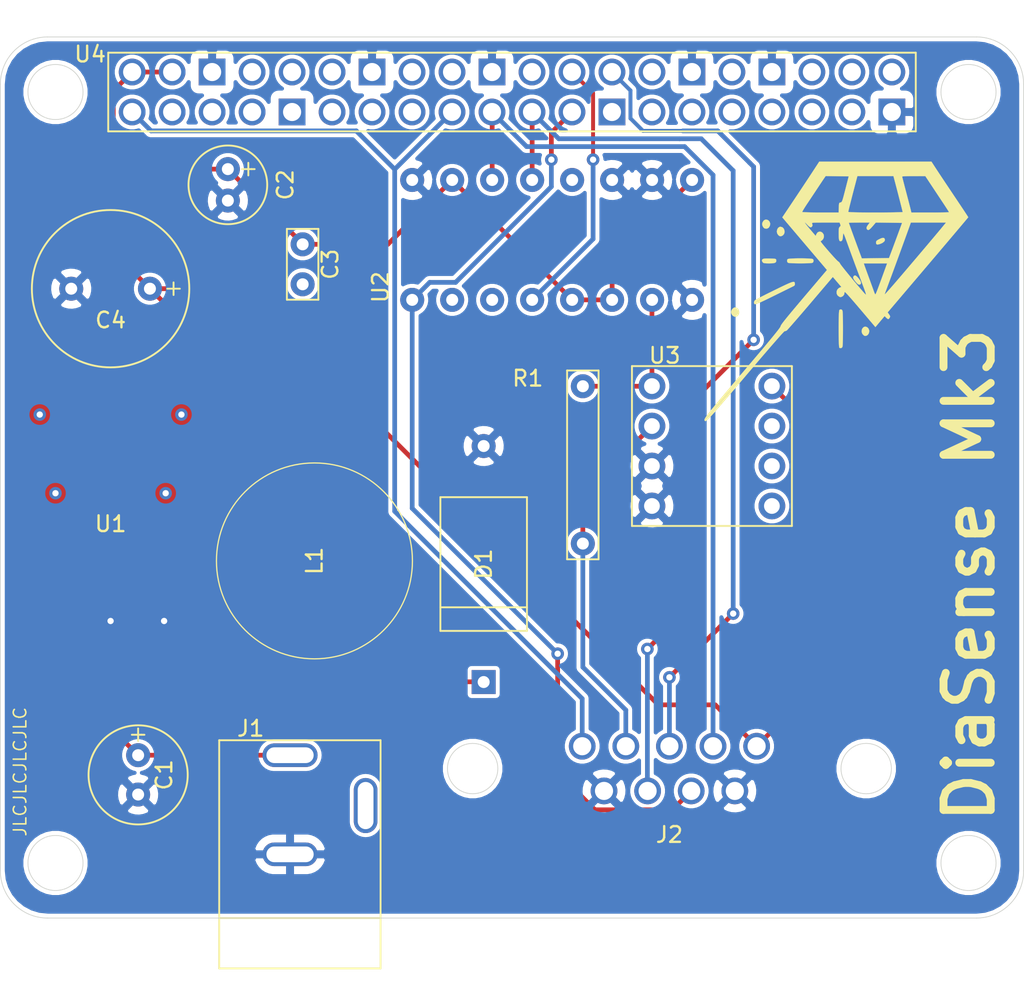
<source format=kicad_pcb>
(kicad_pcb (version 20171130) (host pcbnew "(5.1.6)-1")

  (general
    (thickness 1.6)
    (drawings 16)
    (tracks 115)
    (zones 0)
    (modules 14)
    (nets 42)
  )

  (page A4)
  (layers
    (0 F.Cu signal)
    (31 B.Cu signal)
    (32 B.Adhes user)
    (33 F.Adhes user)
    (34 B.Paste user)
    (35 F.Paste user)
    (36 B.SilkS user)
    (37 F.SilkS user)
    (38 B.Mask user)
    (39 F.Mask user)
    (40 Dwgs.User user)
    (41 Cmts.User user)
    (42 Eco1.User user)
    (43 Eco2.User user)
    (44 Edge.Cuts user)
    (45 Margin user)
    (46 B.CrtYd user)
    (47 F.CrtYd user)
    (48 B.Fab user)
    (49 F.Fab user)
  )

  (setup
    (last_trace_width 0.25)
    (user_trace_width 0.3)
    (trace_clearance 0.2)
    (zone_clearance 0.254)
    (zone_45_only no)
    (trace_min 0.2)
    (via_size 0.8)
    (via_drill 0.4)
    (via_min_size 0.4)
    (via_min_drill 0.3)
    (uvia_size 0.3)
    (uvia_drill 0.1)
    (uvias_allowed no)
    (uvia_min_size 0.2)
    (uvia_min_drill 0.1)
    (edge_width 0.05)
    (segment_width 0.2)
    (pcb_text_width 0.3)
    (pcb_text_size 1.5 1.5)
    (mod_edge_width 0.12)
    (mod_text_size 1 1)
    (mod_text_width 0.15)
    (pad_size 10.8 1.91)
    (pad_drill 0)
    (pad_to_mask_clearance 0.05)
    (aux_axis_origin 0 0)
    (visible_elements 7FFFFFFF)
    (pcbplotparams
      (layerselection 0x010fc_ffffffff)
      (usegerberextensions false)
      (usegerberattributes true)
      (usegerberadvancedattributes true)
      (creategerberjobfile true)
      (excludeedgelayer true)
      (linewidth 0.100000)
      (plotframeref false)
      (viasonmask false)
      (mode 1)
      (useauxorigin false)
      (hpglpennumber 1)
      (hpglpenspeed 20)
      (hpglpendiameter 15.000000)
      (psnegative false)
      (psa4output false)
      (plotreference true)
      (plotvalue true)
      (plotinvisibletext false)
      (padsonsilk false)
      (subtractmaskfromsilk false)
      (outputformat 1)
      (mirror false)
      (drillshape 0)
      (scaleselection 1)
      (outputdirectory "Gerber/"))
  )

  (net 0 "")
  (net 1 GND)
  (net 2 +5V)
  (net 3 "Net-(U3-Pad6)")
  (net 4 "Net-(U4-Pad40)")
  (net 5 "Net-(U4-Pad38)")
  (net 6 "Net-(U4-Pad37)")
  (net 7 "Net-(U4-Pad36)")
  (net 8 "Net-(U4-Pad35)")
  (net 9 "Net-(U4-Pad33)")
  (net 10 "Net-(U4-Pad32)")
  (net 11 "Net-(U4-Pad31)")
  (net 12 "Net-(U4-Pad29)")
  (net 13 "Net-(U4-Pad27)")
  (net 14 "Net-(U4-Pad22)")
  (net 15 "Net-(U4-Pad18)")
  (net 16 +3V3)
  (net 17 "Net-(U4-Pad16)")
  (net 18 "Net-(U4-Pad15)")
  (net 19 "Net-(U4-Pad13)")
  (net 20 "Net-(U4-Pad12)")
  (net 21 "Net-(U4-Pad11)")
  (net 22 "Net-(U4-Pad10)")
  (net 23 "Net-(U4-Pad8)")
  (net 24 "Net-(U4-Pad7)")
  (net 25 "Net-(D1-Pad1)")
  (net 26 "Net-(C1-Pad1)")
  (net 27 /Photodiode)
  (net 28 /MISO)
  (net 29 /MOSI)
  (net 30 /CE_ADF4351)
  (net 31 /CLK)
  (net 32 /LM358_out)
  (net 33 "Net-(U2-Pad2)")
  (net 34 "Net-(U2-Pad3)")
  (net 35 /CE_AD7715)
  (net 36 "Net-(U2-Pad12)")
  (net 37 "Net-(U3-Pad5)")
  (net 38 "Net-(U3-Pad7)")
  (net 39 "Net-(U4-Pad5)")
  (net 40 "Net-(U4-Pad3)")
  (net 41 "Net-(U4-Pad28)")

  (net_class Default "This is the default net class."
    (clearance 0.2)
    (trace_width 0.25)
    (via_dia 0.8)
    (via_drill 0.4)
    (uvia_dia 0.3)
    (uvia_drill 0.1)
    (add_net +3V3)
    (add_net +5V)
    (add_net /CE_AD7715)
    (add_net /CE_ADF4351)
    (add_net /CLK)
    (add_net /LM358_out)
    (add_net /MISO)
    (add_net /MOSI)
    (add_net /Photodiode)
    (add_net GND)
    (add_net "Net-(C1-Pad1)")
    (add_net "Net-(D1-Pad1)")
    (add_net "Net-(U2-Pad12)")
    (add_net "Net-(U2-Pad2)")
    (add_net "Net-(U2-Pad3)")
    (add_net "Net-(U3-Pad5)")
    (add_net "Net-(U3-Pad6)")
    (add_net "Net-(U3-Pad7)")
    (add_net "Net-(U4-Pad10)")
    (add_net "Net-(U4-Pad11)")
    (add_net "Net-(U4-Pad12)")
    (add_net "Net-(U4-Pad13)")
    (add_net "Net-(U4-Pad15)")
    (add_net "Net-(U4-Pad16)")
    (add_net "Net-(U4-Pad18)")
    (add_net "Net-(U4-Pad22)")
    (add_net "Net-(U4-Pad27)")
    (add_net "Net-(U4-Pad28)")
    (add_net "Net-(U4-Pad29)")
    (add_net "Net-(U4-Pad3)")
    (add_net "Net-(U4-Pad31)")
    (add_net "Net-(U4-Pad32)")
    (add_net "Net-(U4-Pad33)")
    (add_net "Net-(U4-Pad35)")
    (add_net "Net-(U4-Pad36)")
    (add_net "Net-(U4-Pad37)")
    (add_net "Net-(U4-Pad38)")
    (add_net "Net-(U4-Pad40)")
    (add_net "Net-(U4-Pad5)")
    (add_net "Net-(U4-Pad7)")
    (add_net "Net-(U4-Pad8)")
  )

  (module Logo:DiaSense_logo (layer F.Cu) (tedit 0) (tstamp 5F7E1604)
    (at 153.05 60.15)
    (fp_text reference G*** (at 8.85 -0.8) (layer F.SilkS) hide
      (effects (font (size 1.524 1.524) (thickness 0.3)))
    )
    (fp_text value LOGO (at 2.8 5.4) (layer F.SilkS) hide
      (effects (font (size 1.524 1.524) (thickness 0.3)))
    )
    (fp_poly (pts (xy 3.074593 -3.373095) (xy 3.111962 -3.340107) (xy 3.141858 -3.249572) (xy 3.105767 -3.160349)
      (xy 3.005417 -3.075471) (xy 2.940906 -3.040065) (xy 2.786043 -2.976955) (xy 2.669179 -2.956187)
      (xy 2.598944 -2.979215) (xy 2.596445 -2.98197) (xy 2.578491 -3.039251) (xy 2.573867 -3.099913)
      (xy 2.589941 -3.16583) (xy 2.64718 -3.223645) (xy 2.734734 -3.275586) (xy 2.89132 -3.349894)
      (xy 3.001307 -3.381833) (xy 3.074593 -3.373095)) (layer F.SilkS) (width 0.01))
    (fp_poly (pts (xy 1.284613 -0.980676) (xy 1.372257 -0.911233) (xy 1.46893 -0.803854) (xy 1.571869 -0.660277)
      (xy 1.620336 -0.544016) (xy 1.613638 -0.460052) (xy 1.551082 -0.413363) (xy 1.524 -0.407721)
      (xy 1.459223 -0.418591) (xy 1.382319 -0.475078) (xy 1.279979 -0.587) (xy 1.278467 -0.588809)
      (xy 1.17793 -0.720083) (xy 1.128239 -0.817104) (xy 1.125265 -0.892287) (xy 1.15824 -0.950503)
      (xy 1.216536 -0.992227) (xy 1.284613 -0.980676)) (layer F.SilkS) (width 0.01))
    (fp_poly (pts (xy -4.350879 -4.535259) (xy -4.256145 -4.48734) (xy -4.184057 -4.402806) (xy -4.149045 -4.289156)
      (xy -4.16554 -4.153892) (xy -4.168221 -4.145998) (xy -4.24264 -4.025009) (xy -4.351835 -3.96658)
      (xy -4.483271 -3.97611) (xy -4.52428 -3.992605) (xy -4.587213 -4.052338) (xy -4.637015 -4.145721)
      (xy -4.661099 -4.24784) (xy -4.644625 -4.339904) (xy -4.62665 -4.384301) (xy -4.550563 -4.491241)
      (xy -4.453829 -4.539059) (xy -4.350879 -4.535259)) (layer F.SilkS) (width 0.01))
    (fp_poly (pts (xy -3.377312 -4.055365) (xy -3.291808 -3.973596) (xy -3.242966 -3.860828) (xy -3.234914 -3.736301)
      (xy -3.271781 -3.619254) (xy -3.357696 -3.528926) (xy -3.373616 -3.519646) (xy -3.473777 -3.479862)
      (xy -3.553613 -3.493861) (xy -3.636099 -3.557301) (xy -3.706386 -3.664422) (xy -3.726854 -3.791517)
      (xy -3.703153 -3.917329) (xy -3.640933 -4.020601) (xy -3.545843 -4.080078) (xy -3.495349 -4.086897)
      (xy -3.377312 -4.055365)) (layer F.SilkS) (width 0.01))
    (fp_poly (pts (xy -1.960972 -2.07687) (xy -1.775607 -2.070947) (xy -1.618433 -2.061827) (xy -1.501433 -2.04951)
      (xy -1.436591 -2.033996) (xy -1.429173 -2.028805) (xy -1.390901 -1.938141) (xy -1.408977 -1.846639)
      (xy -1.45404 -1.798575) (xy -1.509669 -1.784846) (xy -1.620171 -1.773988) (xy -1.773068 -1.765986)
      (xy -1.955887 -1.760826) (xy -2.15615 -1.758494) (xy -2.361382 -1.758975) (xy -2.559109 -1.762256)
      (xy -2.736853 -1.768321) (xy -2.882139 -1.777157) (xy -2.982492 -1.788749) (xy -3.0226 -1.800369)
      (xy -3.074015 -1.874619) (xy -3.073036 -1.969646) (xy -3.041227 -2.028805) (xy -2.994072 -2.045263)
      (xy -2.891222 -2.058524) (xy -2.744661 -2.068588) (xy -2.566371 -2.075454) (xy -2.368337 -2.079123)
      (xy -2.162543 -2.079595) (xy -1.960972 -2.07687)) (layer F.SilkS) (width 0.01))
    (fp_poly (pts (xy -4.17773 -2.06805) (xy -4.007622 -2.062715) (xy -3.893545 -2.056016) (xy -3.823814 -2.044872)
      (xy -3.786743 -2.026206) (xy -3.770645 -1.996938) (xy -3.76445 -1.959156) (xy -3.767014 -1.877704)
      (xy -3.802883 -1.82044) (xy -3.880293 -1.783718) (xy -4.007484 -1.763889) (xy -4.192691 -1.757306)
      (xy -4.220454 -1.757233) (xy -4.390511 -1.760142) (xy -4.505455 -1.770176) (xy -4.577764 -1.789291)
      (xy -4.619917 -1.819448) (xy -4.620381 -1.819991) (xy -4.663511 -1.892548) (xy -4.6736 -1.934912)
      (xy -4.661808 -1.993333) (xy -4.620474 -2.033587) (xy -4.540658 -2.058073) (xy -4.413421 -2.069191)
      (xy -4.229824 -2.069341) (xy -4.17773 -2.06805)) (layer F.SilkS) (width 0.01))
    (fp_poly (pts (xy -2.630652 -0.580907) (xy -2.603816 -0.561506) (xy -2.589195 -0.529037) (xy -2.581769 -0.485295)
      (xy -2.580011 -0.468367) (xy -2.582075 -0.392097) (xy -2.61796 -0.341453) (xy -2.698544 -0.29535)
      (xy -2.759986 -0.265368) (xy -2.875623 -0.208574) (xy -3.037186 -0.129042) (xy -3.236407 -0.030848)
      (xy -3.465015 0.081934) (xy -3.714744 0.205228) (xy -3.912276 0.302813) (xy -4.220234 0.454373)
      (xy -4.471976 0.576576) (xy -4.673428 0.671843) (xy -4.830516 0.742594) (xy -4.949165 0.79125)
      (xy -5.035303 0.820232) (xy -5.094855 0.831959) (xy -5.133747 0.828854) (xy -5.157906 0.813335)
      (xy -5.159022 0.812055) (xy -5.181461 0.736349) (xy -5.158896 0.643683) (xy -5.122333 0.590689)
      (xy -5.075866 0.559237) (xy -4.975809 0.502189) (xy -4.831215 0.424342) (xy -4.651132 0.330491)
      (xy -4.444611 0.225432) (xy -4.250266 0.128544) (xy -3.887567 -0.050398) (xy -3.582267 -0.200125)
      (xy -3.329347 -0.322432) (xy -3.123787 -0.419111) (xy -2.960565 -0.491958) (xy -2.834661 -0.542767)
      (xy -2.741054 -0.573332) (xy -2.674725 -0.585448) (xy -2.630652 -0.580907)) (layer F.SilkS) (width 0.01))
    (fp_poly (pts (xy -6.267276 1.058119) (xy -6.185767 1.127119) (xy -6.144829 1.202608) (xy -6.112488 1.343738)
      (xy -6.134615 1.468351) (xy -6.198121 1.565692) (xy -6.289918 1.625007) (xy -6.396916 1.635543)
      (xy -6.506026 1.586547) (xy -6.554739 1.539394) (xy -6.612494 1.442061) (xy -6.637818 1.341512)
      (xy -6.637867 1.337893) (xy -6.609024 1.224428) (xy -6.537224 1.120109) (xy -6.444557 1.051435)
      (xy -6.388176 1.038365) (xy -6.267276 1.058119)) (layer F.SilkS) (width 0.01))
    (fp_poly (pts (xy 2.016211 2.301323) (xy 2.097509 2.385833) (xy 2.141507 2.50759) (xy 2.144889 2.555975)
      (xy 2.117663 2.686363) (xy 2.047671 2.787906) (xy 1.952448 2.846229) (xy 1.849525 2.846956)
      (xy 1.811867 2.829029) (xy 1.708593 2.725618) (xy 1.661531 2.594094) (xy 1.674074 2.452369)
      (xy 1.721923 2.354058) (xy 1.811078 2.277158) (xy 1.914954 2.262339) (xy 2.016211 2.301323)) (layer F.SilkS) (width 0.01))
    (fp_poly (pts (xy 0.398317 1.182284) (xy 0.439075 1.235425) (xy 0.450153 1.300654) (xy 0.459358 1.439545)
      (xy 0.466504 1.645908) (xy 0.471403 1.913557) (xy 0.473868 2.236302) (xy 0.474134 2.396227)
      (xy 0.472813 2.741528) (xy 0.468975 3.034491) (xy 0.462808 3.268925) (xy 0.454497 3.438644)
      (xy 0.444231 3.537459) (xy 0.439075 3.557028) (xy 0.375834 3.62192) (xy 0.280172 3.62153)
      (xy 0.245534 3.607827) (xy 0.232837 3.563397) (xy 0.22219 3.45123) (xy 0.213602 3.283425)
      (xy 0.207082 3.072085) (xy 0.202637 2.82931) (xy 0.200277 2.567199) (xy 0.200009 2.297855)
      (xy 0.201843 2.033377) (xy 0.205787 1.785866) (xy 0.21185 1.567424) (xy 0.220039 1.390149)
      (xy 0.230364 1.266144) (xy 0.242833 1.207508) (xy 0.24384 1.206101) (xy 0.320723 1.160969)
      (xy 0.398317 1.182284)) (layer F.SilkS) (width 0.01))
    (fp_poly (pts (xy 6.333729 -7.857626) (xy 6.410559 -7.73977) (xy 6.499807 -7.60381) (xy 6.604901 -7.444596)
      (xy 6.729269 -7.25698) (xy 6.876336 -7.035812) (xy 7.04953 -6.775943) (xy 7.252278 -6.472222)
      (xy 7.488007 -6.119502) (xy 7.760143 -5.712631) (xy 7.956676 -5.418933) (xy 8.093179 -5.21426)
      (xy 8.2144 -5.031132) (xy 8.314415 -4.878613) (xy 8.387298 -4.765769) (xy 8.427122 -4.701665)
      (xy 8.4328 -4.690571) (xy 8.409341 -4.66065) (xy 8.341035 -4.577998) (xy 8.230989 -4.446295)
      (xy 8.082309 -4.26922) (xy 7.898101 -4.050452) (xy 7.681472 -3.793672) (xy 7.435528 -3.502558)
      (xy 7.163377 -3.18079) (xy 6.868124 -2.832047) (xy 6.552876 -2.46001) (xy 6.220739 -2.068357)
      (xy 5.87482 -1.660767) (xy 5.872634 -1.658192) (xy 3.312467 1.357238) (xy 3.401712 1.48231)
      (xy 3.456616 1.567786) (xy 3.46979 1.625659) (xy 3.447209 1.685026) (xy 3.44438 1.690103)
      (xy 3.388739 1.766513) (xy 3.33212 1.77933) (xy 3.256891 1.729098) (xy 3.22313 1.696951)
      (xy 3.1188 1.593427) (xy 2.826835 1.941623) (xy 2.534869 2.28982) (xy 1.555301 1.135184)
      (xy 1.297738 0.832752) (xy 1.084348 0.584879) (xy 0.912362 0.388543) (xy 0.779009 0.240724)
      (xy 0.68152 0.1384) (xy 0.617125 0.078551) (xy 0.583054 0.058156) (xy 0.575734 0.066882)
      (xy 0.556043 0.207038) (xy 0.488289 0.304076) (xy 0.432685 0.344089) (xy 0.345508 0.382915)
      (xy 0.266714 0.372371) (xy 0.232295 0.357103) (xy 0.126199 0.270884) (xy 0.072344 0.15427)
      (xy 0.069579 0.026013) (xy 0.116753 -0.095132) (xy 0.212714 -0.190413) (xy 0.267615 -0.218336)
      (xy 0.373471 -0.260366) (xy 0.101745 -0.578918) (xy -0.16998 -0.897469) (xy -1.600523 0.785141)
      (xy -1.85982 1.089422) (xy -2.106439 1.377468) (xy -2.335953 1.644197) (xy -2.543933 1.884525)
      (xy -2.72595 2.09337) (xy -2.877576 2.26565) (xy -2.994382 2.396282) (xy -3.07194 2.480183)
      (xy -3.10504 2.511863) (xy -3.189191 2.547217) (xy -3.240596 2.555975) (xy -3.273817 2.583902)
      (xy -3.352186 2.665785) (xy -3.473229 2.798781) (xy -3.634473 2.980045) (xy -3.833445 3.206732)
      (xy -4.067671 3.475999) (xy -4.334678 3.785001) (xy -4.631994 4.130894) (xy -4.957144 4.510833)
      (xy -5.307656 4.921973) (xy -5.681057 5.361472) (xy -5.723466 5.411478) (xy -6.124189 5.883865)
      (xy -6.479942 6.302665) (xy -6.793516 6.670929) (xy -7.067699 6.991711) (xy -7.305281 7.268062)
      (xy -7.509052 7.503036) (xy -7.681801 7.699684) (xy -7.826317 7.86106) (xy -7.945389 7.990214)
      (xy -8.041807 8.0902) (xy -8.118361 8.16407) (xy -8.17784 8.214876) (xy -8.223033 8.245671)
      (xy -8.256729 8.259507) (xy -8.281719 8.259436) (xy -8.300791 8.248512) (xy -8.308622 8.240357)
      (xy -8.321368 8.220038) (xy -8.326145 8.194311) (xy -8.320366 8.159887) (xy -8.301441 8.113477)
      (xy -8.266782 8.051791) (xy -8.213801 7.971539) (xy -8.13991 7.869433) (xy -8.042519 7.742182)
      (xy -7.919042 7.586499) (xy -7.766888 7.399092) (xy -7.583471 7.176673) (xy -7.3662 6.915953)
      (xy -7.112489 6.613641) (xy -6.819749 6.266449) (xy -6.48539 5.871088) (xy -6.106825 5.424267)
      (xy -5.909733 5.191824) (xy -5.49848 4.706506) (xy -5.133141 4.274495) (xy -4.811421 3.892991)
      (xy -4.531025 3.559195) (xy -4.289658 3.270306) (xy -4.085026 3.023525) (xy -3.914834 2.816052)
      (xy -3.776786 2.645088) (xy -3.668588 2.507832) (xy -3.587945 2.401485) (xy -3.532562 2.323247)
      (xy -3.500144 2.270319) (xy -3.488396 2.2399) (xy -3.488266 2.23764) (xy -3.478218 2.204477)
      (xy -3.446137 2.148364) (xy -3.389126 2.065684) (xy -3.304285 1.952819) (xy -3.188712 1.806153)
      (xy -3.03951 1.622066) (xy -2.853777 1.396943) (xy -2.628614 1.127165) (xy -2.361121 0.809115)
      (xy -2.048399 0.439176) (xy -2.015247 0.400038) (xy -0.542227 -1.338674) (xy -1.961207 -3.011644)
      (xy -3.099604 -4.353809) (xy -1.946936 -4.353809) (xy -1.923606 -4.311482) (xy -1.864891 -4.229544)
      (xy -1.773544 -4.112641) (xy -1.652319 -3.965419) (xy -1.611357 -3.916998) (xy -1.260668 -3.504857)
      (xy -1.214534 -3.618056) (xy -1.139218 -3.725871) (xy -1.037387 -3.775178) (xy -0.926871 -3.767847)
      (xy -0.825495 -3.705749) (xy -0.751087 -3.590754) (xy -0.743205 -3.568597) (xy -0.734179 -3.43884)
      (xy -0.777969 -3.31183) (xy -0.8636 -3.218621) (xy -0.923328 -3.179551) (xy -0.946645 -3.1636)
      (xy -0.931611 -3.131737) (xy -0.875105 -3.054991) (xy -0.785324 -2.942786) (xy -0.670461 -2.80455)
      (xy -0.538713 -2.649708) (xy -0.398274 -2.487686) (xy -0.257341 -2.32791) (xy -0.124107 -2.179806)
      (xy -0.006768 -2.052801) (xy 0.08648 -1.956319) (xy 0.147442 -1.899788) (xy 0.159622 -1.891192)
      (xy 0.239678 -1.825906) (xy 0.288479 -1.749917) (xy 0.290398 -1.743394) (xy 0.31763 -1.69893)
      (xy 0.385599 -1.607188) (xy 0.487593 -1.47625) (xy 0.616905 -1.314198) (xy 0.766825 -1.129114)
      (xy 0.930643 -0.929079) (xy 1.101651 -0.722175) (xy 1.273139 -0.516485) (xy 1.438397 -0.320088)
      (xy 1.590717 -0.141069) (xy 1.72339 0.012493) (xy 1.829706 0.132515) (xy 1.902955 0.210915)
      (xy 1.93643 0.239611) (xy 1.936646 0.239623) (xy 1.935689 0.206014) (xy 1.911587 0.116328)
      (xy 1.86909 -0.012731) (xy 1.848643 -0.06989) (xy 1.802168 -0.196109) (xy 1.733804 -0.380421)
      (xy 1.649114 -0.6079) (xy 1.553658 -0.863617) (xy 1.452998 -1.132646) (xy 1.398517 -1.277987)
      (xy 1.281928 -1.59038) (xy 1.220137 -1.757233) (xy 1.79661 -1.757233) (xy 1.826152 -1.667374)
      (xy 1.848202 -1.604401) (xy 1.892631 -1.480689) (xy 1.954891 -1.308786) (xy 2.030435 -1.101244)
      (xy 2.114712 -0.870614) (xy 2.133722 -0.818711) (xy 2.221185 -0.579662) (xy 2.302709 -0.356218)
      (xy 2.37326 -0.162221) (xy 2.427808 -0.011508) (xy 2.461321 0.082079) (xy 2.46454 0.091244)
      (xy 2.502066 0.177419) (xy 2.533507 0.214035) (xy 2.541391 0.211055) (xy 2.546955 0.199686)
      (xy 3.123309 0.199686) (xy 3.128346 0.206296) (xy 3.15828 0.18204) (xy 3.215293 0.12442)
      (xy 3.301569 0.030938) (xy 3.419292 -0.100903) (xy 3.570644 -0.273603) (xy 3.757808 -0.489658)
      (xy 3.982969 -0.751567) (xy 4.248309 -1.061828) (xy 4.556011 -1.422938) (xy 4.908259 -1.837397)
      (xy 5.060338 -2.016576) (xy 5.315279 -2.317301) (xy 5.566948 -2.614648) (xy 5.80909 -2.901192)
      (xy 6.035447 -3.169508) (xy 6.239762 -3.412172) (xy 6.415779 -3.621759) (xy 6.55724 -3.790845)
      (xy 6.657889 -3.912004) (xy 6.668511 -3.924893) (xy 7.020888 -4.353144) (xy 4.785475 -4.353144)
      (xy 4.733258 -4.20338) (xy 4.686954 -4.07256) (xy 4.617511 -3.879019) (xy 4.528774 -3.633298)
      (xy 4.424588 -3.345936) (xy 4.308797 -3.027476) (xy 4.185247 -2.688457) (xy 4.057782 -2.339421)
      (xy 3.930249 -1.990908) (xy 3.806491 -1.65346) (xy 3.690353 -1.337616) (xy 3.585681 -1.053917)
      (xy 3.505905 -0.838679) (xy 3.408346 -0.575901) (xy 3.319259 -0.33531) (xy 3.242419 -0.127158)
      (xy 3.181606 0.038305) (xy 3.140594 0.150827) (xy 3.123309 0.199686) (xy 2.546955 0.199686)
      (xy 2.565049 0.16272) (xy 2.608377 0.059323) (xy 2.663913 -0.08101) (xy 2.694072 -0.159748)
      (xy 2.753009 -0.31705) (xy 2.830234 -0.52569) (xy 2.917581 -0.763476) (xy 3.006884 -1.008215)
      (xy 3.050429 -1.128223) (xy 3.278167 -1.757233) (xy 1.79661 -1.757233) (xy 1.220137 -1.757233)
      (xy 1.153557 -1.937015) (xy 1.022854 -2.292199) (xy 0.899266 -2.630243) (xy 0.792244 -2.925454)
      (xy 0.776256 -2.969868) (xy 0.682659 -3.228835) (xy 0.611647 -3.42091) (xy 0.560016 -3.553059)
      (xy 0.524561 -3.632249) (xy 0.50208 -3.665446) (xy 0.489368 -3.659617) (xy 0.483221 -3.621727)
      (xy 0.482379 -3.608861) (xy 0.467069 -3.412926) (xy 0.445197 -3.283735) (xy 0.413385 -3.208244)
      (xy 0.369732 -3.173951) (xy 0.30103 -3.16255) (xy 0.253275 -3.194446) (xy 0.223219 -3.278676)
      (xy 0.207611 -3.424273) (xy 0.2032 -3.636902) (xy 0.204635 -3.820431) (xy 0.210672 -3.941023)
      (xy 0.223907 -4.015577) (xy 0.246935 -4.060996) (xy 0.272206 -4.086116) (xy 0.318231 -4.137896)
      (xy 0.317342 -4.199803) (xy 0.300637 -4.248129) (xy 0.267008 -4.335167) (xy 0.846667 -4.335167)
      (xy 0.859616 -4.29451) (xy 0.896114 -4.190334) (xy 0.952635 -4.032335) (xy 1.025653 -3.830208)
      (xy 1.111643 -3.59365) (xy 1.207078 -3.332358) (xy 1.308434 -3.056027) (xy 1.412184 -2.774354)
      (xy 1.514802 -2.497034) (xy 1.526521 -2.465456) (xy 1.671322 -2.075409) (xy 2.534971 -2.086054)
      (xy 3.398621 -2.096698) (xy 3.549397 -2.496069) (xy 3.61319 -2.665995) (xy 3.696092 -2.88822)
      (xy 3.790295 -3.141744) (xy 3.887996 -3.405566) (xy 3.965043 -3.614308) (xy 4.229914 -4.333176)
      (xy 2.55998 -4.354576) (xy 2.354346 -4.114237) (xy 2.233889 -3.980828) (xy 2.145874 -3.904195)
      (xy 2.080322 -3.878847) (xy 2.027255 -3.899287) (xy 2.004907 -3.921824) (xy 1.96948 -3.988519)
      (xy 1.979395 -4.065389) (xy 2.038298 -4.168844) (xy 2.069375 -4.211975) (xy 2.174483 -4.353144)
      (xy 1.510575 -4.353144) (xy 1.306869 -4.352274) (xy 1.128455 -4.349846) (xy 0.985573 -4.346139)
      (xy 0.888464 -4.34143) (xy 0.847368 -4.335996) (xy 0.846667 -4.335167) (xy 0.267008 -4.335167)
      (xy 0.260061 -4.353144) (xy -0.632256 -4.353144) (xy -0.900642 -4.353003) (xy -1.108546 -4.352124)
      (xy -1.263219 -4.349824) (xy -1.371912 -4.345422) (xy -1.441876 -4.338234) (xy -1.480363 -4.327578)
      (xy -1.494622 -4.31277) (xy -1.491906 -4.29313) (xy -1.482201 -4.273132) (xy -1.457619 -4.185486)
      (xy -1.477077 -4.123368) (xy -1.53249 -4.05734) (xy -1.601546 -4.053057) (xy -1.692619 -4.112564)
      (xy -1.77709 -4.196671) (xy -1.876431 -4.301049) (xy -1.932129 -4.35188) (xy -1.946936 -4.353809)
      (xy -3.099604 -4.353809) (xy -3.380188 -4.684615) (xy -3.151708 -5.024561) (xy -2.112728 -5.024561)
      (xy -2.076034 -5.01689) (xy -1.97955 -5.009866) (xy -1.831216 -5.003711) (xy -1.638976 -4.998646)
      (xy -1.41077 -4.994891) (xy -1.15454 -4.992668) (xy -0.947692 -4.992138) (xy 0.200351 -4.992138)
      (xy 0.201752 -5.035946) (xy 0.8128 -5.035946) (xy 0.836161 -5.025182) (xy 0.908053 -5.016066)
      (xy 1.031195 -5.008531) (xy 1.208303 -5.002506) (xy 1.442094 -4.997924) (xy 1.735286 -4.994715)
      (xy 2.090596 -4.99281) (xy 2.51074 -4.992141) (xy 2.54 -4.992138) (xy 2.874872 -4.992707)
      (xy 3.188342 -4.994341) (xy 3.47406 -4.996928) (xy 3.725679 -5.000361) (xy 3.936849 -5.004527)
      (xy 4.101222 -5.009317) (xy 4.21245 -5.014622) (xy 4.264182 -5.02033) (xy 4.267152 -5.022091)
      (xy 4.257609 -5.067499) (xy 4.230855 -5.178381) (xy 4.189661 -5.343891) (xy 4.136795 -5.553183)
      (xy 4.075026 -5.795411) (xy 4.007125 -6.059729) (xy 3.935859 -6.335291) (xy 3.864 -6.61125)
      (xy 3.794315 -6.876762) (xy 3.772586 -6.959041) (xy 3.688102 -7.278389) (xy 4.233334 -7.278389)
      (xy 4.243017 -7.233562) (xy 4.270276 -7.123006) (xy 4.312424 -6.957206) (xy 4.366777 -6.746651)
      (xy 4.430646 -6.501825) (xy 4.491635 -6.269977) (xy 4.563817 -5.995738) (xy 4.630919 -5.739187)
      (xy 4.689776 -5.512557) (xy 4.737221 -5.32808) (xy 4.770088 -5.197989) (xy 4.783622 -5.141902)
      (xy 4.817306 -4.992138) (xy 6.015453 -4.992138) (xy 6.292717 -4.992645) (xy 6.547306 -4.994087)
      (xy 6.771598 -4.996345) (xy 6.957969 -4.999302) (xy 7.098797 -5.002837) (xy 7.186458 -5.006833)
      (xy 7.2136 -5.010774) (xy 7.193725 -5.046586) (xy 7.138427 -5.13505) (xy 7.054197 -5.266071)
      (xy 6.947524 -5.429557) (xy 6.824899 -5.615412) (xy 6.821979 -5.619815) (xy 6.662427 -5.860439)
      (xy 6.483524 -6.130384) (xy 6.302796 -6.403199) (xy 6.137768 -6.65243) (xy 6.068445 -6.757174)
      (xy 5.706533 -7.304128) (xy 4.969933 -7.306309) (xy 4.75479 -7.305629) (xy 4.56442 -7.302504)
      (xy 4.408543 -7.297304) (xy 4.296881 -7.290397) (xy 4.239156 -7.282152) (xy 4.233334 -7.278389)
      (xy 3.688102 -7.278389) (xy 3.680138 -7.30849) (xy 1.391446 -7.30849) (xy 1.256914 -6.799292)
      (xy 1.165718 -6.452297) (xy 1.080481 -6.124484) (xy 1.003332 -5.824309) (xy 0.936404 -5.56023)
      (xy 0.881825 -5.340706) (xy 0.841726 -5.174194) (xy 0.818236 -5.069151) (xy 0.8128 -5.035946)
      (xy 0.201752 -5.035946) (xy 0.210242 -5.301372) (xy 0.216167 -5.45686) (xy 0.225535 -5.550174)
      (xy 0.244206 -5.598964) (xy 0.278038 -5.620879) (xy 0.319617 -5.630853) (xy 0.353022 -5.639867)
      (xy 0.381117 -5.658264) (xy 0.40751 -5.695832) (xy 0.435811 -5.762357) (xy 0.46963 -5.867626)
      (xy 0.512574 -6.021425) (xy 0.568254 -6.233541) (xy 0.629012 -6.469811) (xy 0.838922 -7.288522)
      (xy -0.622906 -7.310092) (xy -0.70069 -7.199464) (xy -0.747033 -7.131648) (xy -0.826244 -7.013717)
      (xy -0.929659 -6.858654) (xy -1.048612 -6.679441) (xy -1.14277 -6.537056) (xy -1.293366 -6.309447)
      (xy -1.459495 -6.059166) (xy -1.624286 -5.811586) (xy -1.770863 -5.592078) (xy -1.818394 -5.52113)
      (xy -1.926518 -5.356242) (xy -2.015997 -5.212684) (xy -2.079873 -5.102196) (xy -2.111186 -5.036517)
      (xy -2.112728 -5.024561) (xy -3.151708 -5.024561) (xy -3.137894 -5.045114) (xy -2.923722 -5.364465)
      (xy -2.690882 -5.712869) (xy -2.448314 -6.076864) (xy -2.204955 -6.442989) (xy -1.969743 -6.797782)
      (xy -1.751618 -7.127783) (xy -1.559516 -7.419531) (xy -1.430082 -7.617102) (xy -1.032933 -8.225241)
      (xy 2.530465 -8.226142) (xy 6.093863 -8.227044) (xy 6.333729 -7.857626)) (layer F.SilkS) (width 0.01))
  )

  (module Arduino:20_pin_connector (layer F.Cu) (tedit 5F67057A) (tstamp 5F6945D1)
    (at 132.5 47.5 90)
    (path /5F69E030)
    (fp_text reference U4 (at 2.4 -26.8) (layer F.SilkS)
      (effects (font (size 1 1) (thickness 0.15)))
    )
    (fp_text value Raspberry_Pi (at 5 0) (layer F.Fab)
      (effects (font (size 1 1) (thickness 0.15)))
    )
    (fp_line (start -2.5 -25.65) (end 2.5 -25.65) (layer F.SilkS) (width 0.12))
    (fp_line (start 2.5 -25.65) (end 2.5 25.65) (layer F.SilkS) (width 0.12))
    (fp_line (start -2.5 25.65) (end 2.5 25.65) (layer F.SilkS) (width 0.12))
    (fp_line (start -2.5 -25.65) (end -2.5 25.65) (layer F.SilkS) (width 0.12))
    (pad 40 thru_hole circle (at 1.27 24.13 90) (size 1.7 1.7) (drill 1.15) (layers *.Cu *.Mask)
      (net 4 "Net-(U4-Pad40)"))
    (pad 39 thru_hole rect (at -1.27 24.13 90) (size 1.7 1.7) (drill 1.15) (layers *.Cu *.Mask)
      (net 1 GND))
    (pad 38 thru_hole circle (at 1.27 21.59 90) (size 1.7 1.7) (drill 1.15) (layers *.Cu *.Mask)
      (net 5 "Net-(U4-Pad38)"))
    (pad 37 thru_hole circle (at -1.27 21.59 90) (size 1.7 1.7) (drill 1.15) (layers *.Cu *.Mask)
      (net 6 "Net-(U4-Pad37)"))
    (pad 36 thru_hole circle (at 1.27 19.05 90) (size 1.7 1.7) (drill 1.15) (layers *.Cu *.Mask)
      (net 7 "Net-(U4-Pad36)"))
    (pad 35 thru_hole circle (at -1.27 19.05 90) (size 1.7 1.7) (drill 1.15) (layers *.Cu *.Mask)
      (net 8 "Net-(U4-Pad35)"))
    (pad 34 thru_hole rect (at 1.27 16.51 90) (size 1.7 1.7) (drill 1.15) (layers *.Cu *.Mask)
      (net 1 GND))
    (pad 33 thru_hole circle (at -1.27 16.51 90) (size 1.7 1.7) (drill 1.15) (layers *.Cu *.Mask)
      (net 9 "Net-(U4-Pad33)"))
    (pad 32 thru_hole circle (at 1.27 13.97 90) (size 1.7 1.7) (drill 1.15) (layers *.Cu *.Mask)
      (net 10 "Net-(U4-Pad32)"))
    (pad 31 thru_hole circle (at -1.27 13.97 90) (size 1.7 1.7) (drill 1.15) (layers *.Cu *.Mask)
      (net 11 "Net-(U4-Pad31)"))
    (pad 30 thru_hole rect (at 1.27 11.43 90) (size 1.7 1.7) (drill 1.15) (layers *.Cu *.Mask)
      (net 1 GND))
    (pad 29 thru_hole circle (at -1.27 11.43 90) (size 1.7 1.7) (drill 1.15) (layers *.Cu *.Mask)
      (net 12 "Net-(U4-Pad29)"))
    (pad 28 thru_hole circle (at 1.27 8.89 90) (size 1.7 1.7) (drill 1.15) (layers *.Cu *.Mask)
      (net 41 "Net-(U4-Pad28)"))
    (pad 27 thru_hole circle (at -1.27 8.89 90) (size 1.7 1.7) (drill 1.15) (layers *.Cu *.Mask)
      (net 13 "Net-(U4-Pad27)"))
    (pad 26 thru_hole circle (at 1.27 6.35 90) (size 1.7 1.7) (drill 1.15) (layers *.Cu *.Mask)
      (net 30 /CE_ADF4351))
    (pad 25 thru_hole rect (at -1.27 6.35 90) (size 1.7 1.7) (drill 1.15) (layers *.Cu *.Mask)
      (net 1 GND))
    (pad 24 thru_hole circle (at 1.27 3.81 90) (size 1.7 1.7) (drill 1.15) (layers *.Cu *.Mask)
      (net 35 /CE_AD7715))
    (pad 23 thru_hole circle (at -1.27 3.81 90) (size 1.7 1.7) (drill 1.15) (layers *.Cu *.Mask)
      (net 31 /CLK))
    (pad 22 thru_hole circle (at 1.27 1.27 90) (size 1.7 1.7) (drill 1.15) (layers *.Cu *.Mask)
      (net 14 "Net-(U4-Pad22)"))
    (pad 21 thru_hole circle (at -1.27 1.27 90) (size 1.7 1.7) (drill 1.15) (layers *.Cu *.Mask)
      (net 28 /MISO))
    (pad 20 thru_hole rect (at 1.27 -1.27 90) (size 1.7 1.7) (drill 1.15) (layers *.Cu *.Mask)
      (net 1 GND))
    (pad 19 thru_hole circle (at -1.27 -1.27 90) (size 1.7 1.7) (drill 1.15) (layers *.Cu *.Mask)
      (net 29 /MOSI))
    (pad 18 thru_hole circle (at 1.27 -3.81 90) (size 1.7 1.7) (drill 1.15) (layers *.Cu *.Mask)
      (net 15 "Net-(U4-Pad18)"))
    (pad 17 thru_hole circle (at -1.27 -3.81 90) (size 1.7 1.7) (drill 1.15) (layers *.Cu *.Mask)
      (net 16 +3V3))
    (pad 16 thru_hole circle (at 1.27 -6.35 90) (size 1.7 1.7) (drill 1.15) (layers *.Cu *.Mask)
      (net 17 "Net-(U4-Pad16)"))
    (pad 15 thru_hole circle (at -1.27 -6.35 90) (size 1.7 1.7) (drill 1.15) (layers *.Cu *.Mask)
      (net 18 "Net-(U4-Pad15)"))
    (pad 14 thru_hole rect (at 1.27 -8.89 90) (size 1.7 1.7) (drill 1.15) (layers *.Cu *.Mask)
      (net 1 GND))
    (pad 13 thru_hole circle (at -1.27 -8.89 90) (size 1.7 1.7) (drill 1.15) (layers *.Cu *.Mask)
      (net 19 "Net-(U4-Pad13)"))
    (pad 12 thru_hole circle (at 1.27 -11.43 90) (size 1.7 1.7) (drill 1.15) (layers *.Cu *.Mask)
      (net 20 "Net-(U4-Pad12)"))
    (pad 11 thru_hole circle (at -1.27 -11.43 90) (size 1.7 1.7) (drill 1.15) (layers *.Cu *.Mask)
      (net 21 "Net-(U4-Pad11)"))
    (pad 10 thru_hole circle (at 1.27 -13.97 90) (size 1.7 1.7) (drill 1.15) (layers *.Cu *.Mask)
      (net 22 "Net-(U4-Pad10)"))
    (pad 9 thru_hole rect (at -1.27 -13.97 90) (size 1.7 1.7) (drill 1.15) (layers *.Cu *.Mask)
      (net 1 GND))
    (pad 8 thru_hole circle (at 1.27 -16.51 90) (size 1.7 1.7) (drill 1.15) (layers *.Cu *.Mask)
      (net 23 "Net-(U4-Pad8)"))
    (pad 7 thru_hole circle (at -1.27 -16.51 90) (size 1.7 1.7) (drill 1.15) (layers *.Cu *.Mask)
      (net 24 "Net-(U4-Pad7)"))
    (pad 6 thru_hole rect (at 1.27 -19.05 90) (size 1.7 1.7) (drill 1.15) (layers *.Cu *.Mask)
      (net 1 GND))
    (pad 5 thru_hole circle (at -1.27 -19.05 90) (size 1.7 1.7) (drill 1.15) (layers *.Cu *.Mask)
      (net 39 "Net-(U4-Pad5)"))
    (pad 4 thru_hole circle (at 1.27 -21.59 90) (size 1.7 1.7) (drill 1.15) (layers *.Cu *.Mask)
      (net 2 +5V))
    (pad 3 thru_hole circle (at -1.27 -21.59 90) (size 1.7 1.7) (drill 1.15) (layers *.Cu *.Mask)
      (net 40 "Net-(U4-Pad3)"))
    (pad 2 thru_hole circle (at 1.27 -24.13 90) (size 1.7 1.7) (drill 1.15) (layers *.Cu *.Mask)
      (net 2 +5V))
    (pad 1 thru_hole circle (at -1.27 -24.13 90) (size 1.7 1.7) (drill 1.15) (layers *.Cu *.Mask)
      (net 16 +3V3))
  )

  (module DiaSense_Capacitors:THT_electrolytic_100uF (layer F.Cu) (tedit 60046149) (tstamp 60073B91)
    (at 108.75 90.9 270)
    (path /5FE548C5)
    (fp_text reference C1 (at 0 -1.65 90) (layer F.SilkS)
      (effects (font (size 1 1) (thickness 0.15)))
    )
    (fp_text value 100uF (at 0 5 90) (layer F.Fab)
      (effects (font (size 1 1) (thickness 0.15)))
    )
    (fp_line (start -2.15 0) (end -2.95 0) (layer F.SilkS) (width 0.12))
    (fp_line (start -2.55 -0.4) (end -2.55 -0.2) (layer F.SilkS) (width 0.12))
    (fp_line (start -2.55 0.4) (end -2.55 -0.2) (layer F.SilkS) (width 0.12))
    (fp_circle (center 0 0) (end 3.15 0) (layer F.SilkS) (width 0.12))
    (pad 1 thru_hole circle (at -1.25 0 270) (size 1.524 1.524) (drill 0.762) (layers *.Cu *.Mask)
      (net 26 "Net-(C1-Pad1)"))
    (pad 2 thru_hole circle (at 1.25 0 270) (size 1.524 1.524) (drill 0.762) (layers *.Cu *.Mask)
      (net 1 GND))
  )

  (module DiaSense_Capacitors:THT_electrolytic_10uF (layer F.Cu) (tedit 6004A242) (tstamp 60073B9B)
    (at 114.45 53.4 270)
    (path /600676D9)
    (fp_text reference C2 (at 0 -3.65 90) (layer F.SilkS)
      (effects (font (size 1 1) (thickness 0.15)))
    )
    (fp_text value 10uF (at 0 3.4 90) (layer F.Fab)
      (effects (font (size 1 1) (thickness 0.15)))
    )
    (fp_circle (center 0 0) (end 2.5 0) (layer F.SilkS) (width 0.12))
    (fp_line (start -1 -0.9) (end -1 -1.5) (layer F.SilkS) (width 0.12))
    (fp_line (start -1 -1.7) (end -1 -1.5) (layer F.SilkS) (width 0.12))
    (fp_line (start -0.6 -1.3) (end -1.4 -1.3) (layer F.SilkS) (width 0.12))
    (pad 1 thru_hole circle (at -1 0 270) (size 1.524 1.524) (drill 0.762) (layers *.Cu *.Mask)
      (net 2 +5V))
    (pad 2 thru_hole circle (at 1 0 270) (size 1.524 1.524) (drill 0.762) (layers *.Cu *.Mask)
      (net 1 GND))
  )

  (module DiaSense_Capacitors:THT_capacitor_254 (layer F.Cu) (tedit 5F699A5E) (tstamp 60073BA6)
    (at 119.2 58.45 270)
    (path /60088472)
    (fp_text reference C3 (at 0 -1.75 90) (layer F.SilkS)
      (effects (font (size 1 1) (thickness 0.15)))
    )
    (fp_text value 100nF (at 0 1.75 90) (layer F.Fab)
      (effects (font (size 1 1) (thickness 0.15)))
    )
    (fp_line (start -2.25 -1) (end -2.25 -0.75) (layer F.SilkS) (width 0.12))
    (fp_line (start 2.25 -1) (end -2.25 -1) (layer F.SilkS) (width 0.12))
    (fp_line (start 2.25 1) (end 2.25 -1) (layer F.SilkS) (width 0.12))
    (fp_line (start -2.25 1) (end 2.25 1) (layer F.SilkS) (width 0.12))
    (fp_line (start -2.25 -0.75) (end -2.25 1) (layer F.SilkS) (width 0.12))
    (pad 1 thru_hole circle (at -1.27 0 270) (size 1.524 1.524) (drill 0.762) (layers *.Cu *.Mask)
      (net 2 +5V))
    (pad 2 thru_hole circle (at 1.27 0 270) (size 1.524 1.524) (drill 0.762) (layers *.Cu *.Mask))
  )

  (module DiaSense_Capacitors:THT_capacitor_1000uF (layer F.Cu) (tedit 6004616F) (tstamp 60073BAF)
    (at 107 60 180)
    (path /6004F72C)
    (fp_text reference C4 (at 0 -2) (layer F.SilkS)
      (effects (font (size 1 1) (thickness 0.15)))
    )
    (fp_text value 1000uF (at 0 6.2) (layer F.Fab)
      (effects (font (size 1 1) (thickness 0.15)))
    )
    (fp_circle (center 0 0) (end 5 0) (layer F.SilkS) (width 0.12))
    (fp_line (start -4 0.4) (end -4 -0.4) (layer F.SilkS) (width 0.12))
    (fp_line (start -3.6 0) (end -4.4 0) (layer F.SilkS) (width 0.12))
    (pad 1 thru_hole circle (at -2.5 0 180) (size 1.524 1.524) (drill 0.762) (layers *.Cu *.Mask)
      (net 2 +5V))
    (pad 2 thru_hole circle (at 2.5 0 180) (size 1.524 1.524) (drill 0.762) (layers *.Cu *.Mask)
      (net 1 GND))
  )

  (module DiaSense_Diodes:1N5822_Schotky (layer F.Cu) (tedit 5FE37C6B) (tstamp 60073BBE)
    (at 130.7 77.5 90)
    (path /60049471)
    (fp_text reference D1 (at 0 0 90) (layer F.SilkS)
      (effects (font (size 1 1) (thickness 0.15)))
    )
    (fp_text value 1N5822 (at 0 4 90) (layer F.Fab)
      (effects (font (size 1 1) (thickness 0.15)))
    )
    (fp_line (start -8.3 -3) (end 8.3 -3) (layer F.CrtYd) (width 0.12))
    (fp_line (start -8.3 3) (end 8.3 3) (layer F.CrtYd) (width 0.12))
    (fp_line (start 8.3 -3) (end 8.3 3) (layer F.CrtYd) (width 0.12))
    (fp_line (start -8.3 -3) (end -8.3 3) (layer F.CrtYd) (width 0.12))
    (fp_line (start -2.75 -2.75) (end -2.75 2.75) (layer F.SilkS) (width 0.12))
    (fp_line (start 4.25 -2.75) (end 4.25 2.75) (layer F.SilkS) (width 0.12))
    (fp_line (start -4.25 2.75) (end -4.25 -2.75) (layer F.SilkS) (width 0.12))
    (fp_line (start -4.25 2.75) (end 4.25 2.75) (layer F.SilkS) (width 0.12))
    (fp_line (start -4.25 -2.75) (end 4.25 -2.75) (layer F.SilkS) (width 0.12))
    (pad 1 thru_hole rect (at -7.5 0 90) (size 1.524 1.524) (drill 0.762) (layers *.Cu *.Mask)
      (net 25 "Net-(D1-Pad1)"))
    (pad 2 thru_hole circle (at 7.5 0 90) (size 1.524 1.524) (drill 0.762) (layers *.Cu *.Mask)
      (net 1 GND))
  )

  (module Arduino:DC_jack_2.5A (layer F.Cu) (tedit 5F7B48CB) (tstamp 60073BCA)
    (at 118.4 95.95)
    (path /5F671327)
    (fp_text reference J1 (at -2.5 -8) (layer F.SilkS)
      (effects (font (size 1 1) (thickness 0.15)))
    )
    (fp_text value Jack-DC (at 0 8.75) (layer F.Fab)
      (effects (font (size 1 1) (thickness 0.15)))
    )
    (fp_line (start -4.5 4.05) (end 5.75 4.05) (layer F.SilkS) (width 0.12))
    (fp_line (start -4.5 7.25) (end 5.75 7.25) (layer F.SilkS) (width 0.12))
    (fp_line (start -4.5 -7.25) (end 5.75 -7.25) (layer F.SilkS) (width 0.12))
    (fp_line (start -4.5 -7.25) (end -4.5 7.25) (layer F.SilkS) (width 0.12))
    (fp_line (start 5.75 -7.25) (end 5.75 7.25) (layer F.SilkS) (width 0.12))
    (pad 1 thru_hole oval (at 0 -6.3) (size 3.5 1.5) (drill oval 3 1) (layers *.Cu *.Mask)
      (net 26 "Net-(C1-Pad1)"))
    (pad 2 thru_hole oval (at 0 0) (size 3.5 1.5) (drill oval 3 1) (layers *.Cu *.Mask)
      (net 1 GND))
    (pad 3 thru_hole oval (at 4.8 -3.1 180) (size 1.5 3.5) (drill oval 1 3) (layers *.Cu *.Mask))
  )

  (module DiaSense_Connectors:D_SUB9 (layer F.Cu) (tedit 60070A59) (tstamp 60073BDD)
    (at 142.5 90.5)
    (path /6007C7B8)
    (fp_text reference J2 (at 0 4.2) (layer F.SilkS)
      (effects (font (size 1 1) (thickness 0.15)))
    )
    (fp_text value DB9 (at 0 6.3) (layer F.Fab)
      (effects (font (size 1 1) (thickness 0.15)))
    )
    (fp_line (start 15.5 9.5) (end 15.5 -3) (layer F.CrtYd) (width 0.1))
    (fp_line (start -15.5 9.5) (end -15.5 -3) (layer F.CrtYd) (width 0.1))
    (fp_line (start -15.5 9.5) (end 15.5 9.5) (layer F.CrtYd) (width 0.1))
    (fp_line (start -15.5 -3) (end 15.5 -3) (layer F.CrtYd) (width 0.1))
    (fp_circle (center -12.5 0) (end -10.9 0) (layer F.CrtYd) (width 0.1))
    (fp_circle (center 12.5 0) (end 14.1 0) (layer F.CrtYd) (width 0.1))
    (pad 1 thru_hole circle (at -5.54 -1.42) (size 1.7 1.7) (drill 1.15) (layers *.Cu *.Mask)
      (net 16 +3V3))
    (pad 2 thru_hole circle (at -2.77 -1.42) (size 1.7 1.7) (drill 1.15) (layers *.Cu *.Mask)
      (net 27 /Photodiode))
    (pad 3 thru_hole circle (at 0 -1.42) (size 1.7 1.7) (drill 1.15) (layers *.Cu *.Mask)
      (net 28 /MISO))
    (pad 4 thru_hole circle (at 2.77 -1.42) (size 1.7 1.7) (drill 1.15) (layers *.Cu *.Mask)
      (net 29 /MOSI))
    (pad 5 thru_hole circle (at 5.54 -1.42) (size 1.7 1.7) (drill 1.15) (layers *.Cu *.Mask)
      (net 2 +5V))
    (pad 6 thru_hole circle (at -4.155 1.42) (size 1.7 1.7) (drill 1.15) (layers *.Cu *.Mask)
      (net 1 GND))
    (pad 7 thru_hole circle (at -1.385 1.42) (size 1.7 1.7) (drill 1.15) (layers *.Cu *.Mask)
      (net 30 /CE_ADF4351))
    (pad 8 thru_hole circle (at 1.385 1.42) (size 1.7 1.7) (drill 1.15) (layers *.Cu *.Mask)
      (net 31 /CLK))
    (pad 9 thru_hole circle (at 4.155 1.42) (size 1.7 1.7) (drill 1.15) (layers *.Cu *.Mask)
      (net 1 GND))
  )

  (module DiaSense_Inductors:5022_100uH (layer F.Cu) (tedit 5FE07B1A) (tstamp 60073BE4)
    (at 119.95 77.3 90)
    (path /60048F7D)
    (fp_text reference L1 (at 0 0 90) (layer F.SilkS)
      (effects (font (size 1 1) (thickness 0.15)))
    )
    (fp_text value 100uH (at 0 2.5146 90) (layer F.Fab)
      (effects (font (size 1 1) (thickness 0.15)))
    )
    (fp_circle (center 0 0) (end 6.225 0) (layer F.SilkS) (width 0.08))
    (pad 1 smd rect (at -7.685 0 90) (size 2.92 2.79) (layers F.Cu F.Paste F.Mask)
      (net 25 "Net-(D1-Pad1)"))
    (pad 2 smd rect (at 7.685 0.1016 90) (size 2.92 2.79) (layers F.Cu F.Paste F.Mask)
      (net 2 +5V))
  )

  (module Arduino:R_standard (layer F.Cu) (tedit 5F183B9E) (tstamp 60073BEE)
    (at 137 71.2)
    (path /6006CD43)
    (fp_text reference R1 (at -3.5 -5.5) (layer F.SilkS)
      (effects (font (size 1 1) (thickness 0.15)))
    )
    (fp_text value 1M (at 2 0 90) (layer F.Fab)
      (effects (font (size 1 1) (thickness 0.15)))
    )
    (fp_line (start 1 6) (end 1 -6) (layer F.SilkS) (width 0.12))
    (fp_line (start 1 -6) (end -1 -6) (layer F.SilkS) (width 0.12))
    (fp_line (start -1 -6) (end -1 6) (layer F.SilkS) (width 0.12))
    (fp_line (start -1 6) (end 1 6) (layer F.SilkS) (width 0.12))
    (pad 1 thru_hole circle (at 0 -5) (size 1.524 1.524) (drill 0.762) (layers *.Cu *.Mask)
      (net 32 /LM358_out))
    (pad 2 thru_hole circle (at 0 5) (size 1.524 1.524) (drill 0.762) (layers *.Cu *.Mask)
      (net 27 /Photodiode))
  )

  (module DiaSense_IC:LM2576-5 (layer F.Cu) (tedit 6007FC8F) (tstamp 6008520A)
    (at 107 73.95)
    (path /5FE4DF54)
    (fp_text reference U1 (at 0 1) (layer F.SilkS)
      (effects (font (size 1 1) (thickness 0.15)))
    )
    (fp_text value LM2576 (at 0 3) (layer F.Fab)
      (effects (font (size 1 1) (thickness 0.15)))
    )
    (fp_line (start -5.5 8.4) (end 5.5 8.4) (layer F.CrtYd) (width 0.12))
    (fp_line (start -5.5 -7.2) (end 5.5 -7.2) (layer F.CrtYd) (width 0.12))
    (fp_line (start 5.5 -7.2) (end 5.5 8.4) (layer F.CrtYd) (width 0.12))
    (fp_line (start -5.5 -7.2) (end -5.5 8.4) (layer F.CrtYd) (width 0.12))
    (pad GND smd rect (at 0 -7) (size 10.8 1.91) (drill (offset 0 0.95)) (layers F.Cu F.Paste F.Mask))
    (pad GND smd rect (at 0 0) (size 8.33 7) (drill (offset 0 -3.5)) (layers F.Cu F.Paste F.Mask))
    (pad 1 smd rect (at -3.4 7.17) (size 1.07 2.16) (layers F.Cu F.Paste F.Mask)
      (net 26 "Net-(C1-Pad1)"))
    (pad 2 smd rect (at -1.7 7.17) (size 1.07 2.16) (layers F.Cu F.Paste F.Mask)
      (net 25 "Net-(D1-Pad1)"))
    (pad 3 smd rect (at 0 7.17) (size 1.07 2.16) (layers F.Cu F.Paste F.Mask)
      (net 1 GND))
    (pad 4 smd rect (at 1.7 7.17) (size 1.07 2.16) (layers F.Cu F.Paste F.Mask)
      (net 2 +5V))
    (pad 5 smd rect (at 3.4 7.17) (size 1.07 2.16) (layers F.Cu F.Paste F.Mask)
      (net 1 GND))
  )

  (module DiaSense_IC:16_pin_DIP (layer F.Cu) (tedit 5FE4699C) (tstamp 60073C19)
    (at 135.05 56.9 90)
    (path /60058C7F)
    (fp_text reference U2 (at -3 -10.9 90) (layer F.SilkS)
      (effects (font (size 1 1) (thickness 0.15)))
    )
    (fp_text value AD7715 (at 0 10.9 90) (layer F.Fab)
      (effects (font (size 1 1) (thickness 0.15)))
    )
    (fp_line (start -5.7 -9) (end -5.9 -8.7) (layer F.CrtYd) (width 0.12))
    (fp_line (start -5.9 -9.3) (end -5.7 -9) (layer F.CrtYd) (width 0.12))
    (fp_line (start -5.7 -9) (end -5.9 -9.3) (layer F.CrtYd) (width 0.12))
    (fp_line (start -7 -9) (end -5.7 -9) (layer F.CrtYd) (width 0.12))
    (fp_line (start 5.1 -10.1) (end 5.1 10.1) (layer F.CrtYd) (width 0.12))
    (fp_line (start -5.1 10.1) (end -5.1 -10.1) (layer F.CrtYd) (width 0.12))
    (fp_line (start -5.1 10.1) (end 5.1 10.1) (layer F.CrtYd) (width 0.12))
    (fp_line (start -5.1 -10.1) (end 5.1 -10.1) (layer F.CrtYd) (width 0.12))
    (pad 1 thru_hole circle (at -3.81 -8.89 90) (size 1.524 1.524) (drill 0.762) (layers *.Cu *.Mask)
      (net 31 /CLK))
    (pad 2 thru_hole circle (at -3.81 -6.35 90) (size 1.524 1.524) (drill 0.762) (layers *.Cu *.Mask)
      (net 33 "Net-(U2-Pad2)"))
    (pad 3 thru_hole circle (at -3.81 -3.81 90) (size 1.524 1.524) (drill 0.762) (layers *.Cu *.Mask)
      (net 34 "Net-(U2-Pad3)"))
    (pad 4 thru_hole circle (at -3.81 -1.27 90) (size 1.524 1.524) (drill 0.762) (layers *.Cu *.Mask)
      (net 35 /CE_AD7715))
    (pad 5 thru_hole circle (at -3.81 1.27 90) (size 1.524 1.524) (drill 0.762) (layers *.Cu *.Mask)
      (net 2 +5V))
    (pad 6 thru_hole circle (at -3.81 3.81 90) (size 1.524 1.524) (drill 0.762) (layers *.Cu *.Mask)
      (net 2 +5V))
    (pad 7 thru_hole circle (at -3.81 6.35 90) (size 1.524 1.524) (drill 0.762) (layers *.Cu *.Mask)
      (net 32 /LM358_out))
    (pad 8 thru_hole circle (at -3.81 8.89 90) (size 1.524 1.524) (drill 0.762) (layers *.Cu *.Mask)
      (net 1 GND))
    (pad 9 thru_hole circle (at 3.81 8.89 90) (size 1.524 1.524) (drill 0.762) (layers *.Cu *.Mask)
      (net 2 +5V))
    (pad 10 thru_hole circle (at 3.81 6.35 90) (size 1.524 1.524) (drill 0.762) (layers *.Cu *.Mask)
      (net 1 GND))
    (pad 11 thru_hole circle (at 3.81 3.81 90) (size 1.524 1.524) (drill 0.762) (layers *.Cu *.Mask)
      (net 1 GND))
    (pad 12 thru_hole circle (at 3.81 1.27 90) (size 1.524 1.524) (drill 0.762) (layers *.Cu *.Mask)
      (net 36 "Net-(U2-Pad12)"))
    (pad 13 thru_hole circle (at 3.81 -1.27 90) (size 1.524 1.524) (drill 0.762) (layers *.Cu *.Mask)
      (net 28 /MISO))
    (pad 14 thru_hole circle (at 3.81 -3.81 90) (size 1.524 1.524) (drill 0.762) (layers *.Cu *.Mask)
      (net 29 /MOSI))
    (pad 15 thru_hole circle (at 3.81 -6.35 90) (size 1.524 1.524) (drill 0.762) (layers *.Cu *.Mask)
      (net 2 +5V))
    (pad 16 thru_hole circle (at 3.81 -8.89 90) (size 1.524 1.524) (drill 0.762) (layers *.Cu *.Mask)
      (net 1 GND))
  )

  (module DiaSense_IC:8_pin_DIP (layer F.Cu) (tedit 5F68EA3D) (tstamp 60073C29)
    (at 145.2 70)
    (path /60072018)
    (fp_text reference U3 (at -3 -5.75) (layer F.SilkS)
      (effects (font (size 1 1) (thickness 0.15)))
    )
    (fp_text value LM358P (at 0 6) (layer F.Fab)
      (effects (font (size 1 1) (thickness 0.15)))
    )
    (fp_line (start -5.08 -5.08) (end 5.08 -5.08) (layer F.SilkS) (width 0.12))
    (fp_line (start -5.08 5.08) (end 5.08 5.08) (layer F.SilkS) (width 0.12))
    (fp_line (start -5.08 5.08) (end -5.08 -5.08) (layer F.SilkS) (width 0.12))
    (fp_line (start 5.08 -5.08) (end 5.08 5.08) (layer F.SilkS) (width 0.12))
    (pad 1 thru_hole circle (at -3.81 -3.81) (size 1.7 1.7) (drill 1) (layers *.Cu *.Mask)
      (net 32 /LM358_out))
    (pad 2 thru_hole circle (at -3.81 -1.27) (size 1.7 1.7) (drill 1) (layers *.Cu *.Mask)
      (net 27 /Photodiode))
    (pad 3 thru_hole circle (at -3.81 1.27) (size 1.7 1.7) (drill 1) (layers *.Cu *.Mask)
      (net 1 GND))
    (pad 4 thru_hole circle (at -3.81 3.81) (size 1.7 1.7) (drill 1) (layers *.Cu *.Mask)
      (net 1 GND))
    (pad 5 thru_hole circle (at 3.81 3.81) (size 1.7 1.7) (drill 1) (layers *.Cu *.Mask)
      (net 37 "Net-(U3-Pad5)"))
    (pad 6 thru_hole circle (at 3.81 1.27) (size 1.7 1.7) (drill 1) (layers *.Cu *.Mask)
      (net 3 "Net-(U3-Pad6)"))
    (pad 7 thru_hole circle (at 3.81 -1.27) (size 1.7 1.7) (drill 1) (layers *.Cu *.Mask)
      (net 38 "Net-(U3-Pad7)"))
    (pad 8 thru_hole circle (at 3.81 -3.81) (size 1.7 1.7) (drill 1) (layers *.Cu *.Mask)
      (net 2 +5V))
  )

  (gr_circle (center 155 90.5) (end 155.05 88.9) (layer Edge.Cuts) (width 0.05))
  (gr_circle (center 130 90.5) (end 131.6 90.5) (layer Edge.Cuts) (width 0.05))
  (gr_text JLCJLCJLCJLC (at 101.25 90.7 90) (layer F.SilkS)
    (effects (font (size 0.8 0.8) (thickness 0.1)))
  )
  (gr_text "DiaSense Mk3" (at 161.55 78.2 90) (layer F.SilkS)
    (effects (font (size 3 3) (thickness 0.5)))
  )
  (gr_circle (center 161.5 47.5) (end 163.25 47.5) (layer Edge.Cuts) (width 0.05) (tstamp 5F6948AB))
  (gr_circle (center 161.5 96.5) (end 163.25 96.5) (layer Edge.Cuts) (width 0.05) (tstamp 5F6948A9))
  (gr_circle (center 103.5 96.5) (end 105.25 96.5) (layer Edge.Cuts) (width 0.05) (tstamp 5F69486A))
  (gr_circle (center 103.5 47.5) (end 105.25 47.5) (layer Edge.Cuts) (width 0.05))
  (gr_arc (start 162 47) (end 165 47) (angle -90) (layer Edge.Cuts) (width 0.05))
  (gr_arc (start 162 97) (end 162 100) (angle -90) (layer Edge.Cuts) (width 0.05))
  (gr_arc (start 103 97) (end 100 97) (angle -90) (layer Edge.Cuts) (width 0.05))
  (gr_arc (start 103 47) (end 103 44) (angle -90) (layer Edge.Cuts) (width 0.05))
  (gr_line (start 165 97) (end 165 47) (layer Edge.Cuts) (width 0.05) (tstamp 5F69464E))
  (gr_line (start 100 47) (end 100 97) (layer Edge.Cuts) (width 0.05) (tstamp 5F69464D))
  (gr_line (start 103 44) (end 162 44) (layer Edge.Cuts) (width 0.05) (tstamp 5F69464A))
  (gr_line (start 103 100) (end 162 100) (layer Edge.Cuts) (width 0.05))

  (via (at 102.5 68) (size 0.8) (drill 0.4) (layers F.Cu B.Cu) (net 0))
  (via (at 111.5 68) (size 0.8) (drill 0.4) (layers F.Cu B.Cu) (net 0))
  (via (at 103.5 73) (size 0.8) (drill 0.4) (layers F.Cu B.Cu) (net 0))
  (via (at 110.5 73) (size 0.8) (drill 0.4) (layers F.Cu B.Cu) (net 0))
  (via (at 110.4 81.12) (size 0.8) (drill 0.4) (layers F.Cu B.Cu) (net 1))
  (via (at 107 81.12) (size 0.8) (drill 0.4) (layers F.Cu B.Cu) (net 1))
  (segment (start 118.825 69.615) (end 120.0516 69.615) (width 0.3) (layer F.Cu) (net 2))
  (segment (start 108.7 79.74) (end 118.825 69.615) (width 0.3) (layer F.Cu) (net 2))
  (segment (start 108.7 81.12) (end 108.7 79.74) (width 0.3) (layer F.Cu) (net 2))
  (segment (start 119.115 69.615) (end 109.5 60) (width 0.3) (layer F.Cu) (net 2))
  (segment (start 120.0516 69.615) (end 119.115 69.615) (width 0.3) (layer F.Cu) (net 2))
  (segment (start 107.169999 47.430001) (end 108.37 46.23) (width 0.3) (layer F.Cu) (net 2))
  (segment (start 109.5 60) (end 107.169999 57.669999) (width 0.3) (layer F.Cu) (net 2))
  (segment (start 110.91 46.23) (end 108.37 46.23) (width 0.3) (layer F.Cu) (net 2))
  (segment (start 107.2 52.4) (end 107.169999 52.430001) (width 0.3) (layer F.Cu) (net 2))
  (segment (start 114.45 52.4) (end 107.2 52.4) (width 0.3) (layer F.Cu) (net 2))
  (segment (start 107.169999 57.669999) (end 107.169999 52.430001) (width 0.3) (layer F.Cu) (net 2))
  (segment (start 107.169999 52.430001) (end 107.169999 47.430001) (width 0.3) (layer F.Cu) (net 2))
  (segment (start 119.2 57.15) (end 119.2 57.18) (width 0.3) (layer F.Cu) (net 2))
  (segment (start 114.45 52.4) (end 119.2 57.15) (width 0.3) (layer F.Cu) (net 2))
  (segment (start 124.61 57.18) (end 128.7 53.09) (width 0.3) (layer F.Cu) (net 2))
  (segment (start 119.2 57.18) (end 124.61 57.18) (width 0.3) (layer F.Cu) (net 2))
  (segment (start 138.86 58.17) (end 143.94 53.09) (width 0.3) (layer F.Cu) (net 2))
  (segment (start 138.86 60.71) (end 138.86 58.17) (width 0.3) (layer F.Cu) (net 2))
  (segment (start 138.86 60.71) (end 136.32 60.71) (width 0.3) (layer F.Cu) (net 2))
  (segment (start 136.32 60.71) (end 128.7 53.09) (width 0.3) (layer F.Cu) (net 2))
  (segment (start 109.5 60) (end 115.35 60) (width 0.3) (layer F.Cu) (net 2))
  (segment (start 115.35 60) (end 141.8 86.45) (width 0.3) (layer F.Cu) (net 2))
  (segment (start 145.41 86.45) (end 148.04 89.08) (width 0.3) (layer F.Cu) (net 2))
  (segment (start 141.8 86.45) (end 145.41 86.45) (width 0.3) (layer F.Cu) (net 2))
  (segment (start 148.04 89.08) (end 151.8 85.32) (width 0.3) (layer F.Cu) (net 2))
  (segment (start 151.8 68.98) (end 149.01 66.19) (width 0.3) (layer F.Cu) (net 2))
  (segment (start 151.8 85.32) (end 151.8 68.98) (width 0.3) (layer F.Cu) (net 2))
  (segment (start 125.047999 52.412001) (end 125.047999 74.147999) (width 0.3) (layer B.Cu) (net 16))
  (segment (start 128.69 48.77) (end 125.047999 52.412001) (width 0.3) (layer B.Cu) (net 16))
  (segment (start 136.96 86.06) (end 136.96 89.08) (width 0.3) (layer B.Cu) (net 16))
  (segment (start 125.047999 74.147999) (end 136.96 86.06) (width 0.3) (layer B.Cu) (net 16))
  (segment (start 122.605999 49.970001) (end 125.047999 52.412001) (width 0.3) (layer B.Cu) (net 16))
  (segment (start 109.570001 49.970001) (end 122.605999 49.970001) (width 0.3) (layer B.Cu) (net 16))
  (segment (start 108.37 48.77) (end 109.570001 49.970001) (width 0.3) (layer B.Cu) (net 16))
  (segment (start 107.785 84.985) (end 119.95 84.985) (width 0.3) (layer F.Cu) (net 25))
  (segment (start 105.3 82.5) (end 107.785 84.985) (width 0.3) (layer F.Cu) (net 25))
  (segment (start 105.3 81.12) (end 105.3 82.5) (width 0.3) (layer F.Cu) (net 25))
  (segment (start 130.685 84.985) (end 130.7 85) (width 0.3) (layer F.Cu) (net 25))
  (segment (start 119.95 84.985) (end 130.685 84.985) (width 0.3) (layer F.Cu) (net 25))
  (segment (start 118.4 89.65) (end 108.75 89.65) (width 0.3) (layer F.Cu) (net 26))
  (segment (start 103.6 84.5) (end 103.6 81.12) (width 0.3) (layer F.Cu) (net 26))
  (segment (start 108.75 89.65) (end 103.6 84.5) (width 0.3) (layer F.Cu) (net 26))
  (segment (start 137 73.12) (end 141.39 68.73) (width 0.3) (layer F.Cu) (net 27))
  (segment (start 137 76.2) (end 137 73.12) (width 0.3) (layer F.Cu) (net 27))
  (segment (start 137 76.2) (end 137 84.05) (width 0.3) (layer B.Cu) (net 27))
  (segment (start 139.73 86.78) (end 139.73 89.08) (width 0.3) (layer B.Cu) (net 27))
  (segment (start 137 84.05) (end 139.73 86.78) (width 0.3) (layer B.Cu) (net 27))
  (segment (start 133.78 48.78) (end 133.77 48.77) (width 0.3) (layer F.Cu) (net 28))
  (segment (start 133.78 53.09) (end 133.78 48.78) (width 0.3) (layer F.Cu) (net 28))
  (segment (start 133.77 48.77) (end 135.470011 50.470011) (width 0.3) (layer B.Cu) (net 28))
  (segment (start 135.470011 50.470011) (end 143.146889 50.470011) (width 0.3) (layer B.Cu) (net 28))
  (segment (start 142.5 89.08) (end 142.5 84.7) (width 0.3) (layer B.Cu) (net 28))
  (segment (start 142.5 84.7) (end 142.5 84.7) (width 0.3) (layer B.Cu) (net 28) (tstamp 600859D2))
  (via (at 142.5 84.7) (size 0.8) (drill 0.4) (layers F.Cu B.Cu) (net 28))
  (segment (start 143.146889 50.470011) (end 144.520011 50.470011) (width 0.3) (layer B.Cu) (net 28))
  (segment (start 144.520011 50.470011) (end 146.55 52.5) (width 0.3) (layer B.Cu) (net 28))
  (segment (start 146.55 52.5) (end 146.55 52.5) (width 0.3) (layer B.Cu) (net 28) (tstamp 600859D6))
  (segment (start 146.55 80.65) (end 146.55 80.65) (width 0.3) (layer F.Cu) (net 28))
  (segment (start 146.55 52.5) (end 146.55 80.65) (width 0.3) (layer B.Cu) (net 28))
  (segment (start 146.55 80.65) (end 142.5 84.7) (width 0.3) (layer F.Cu) (net 28) (tstamp 600859E9))
  (via (at 146.55 80.65) (size 0.8) (drill 0.4) (layers F.Cu B.Cu) (net 28))
  (segment (start 131.24 48.78) (end 131.23 48.77) (width 0.3) (layer F.Cu) (net 29))
  (segment (start 131.24 53.09) (end 131.24 48.78) (width 0.3) (layer F.Cu) (net 29))
  (segment (start 145.052001 88.862001) (end 145.27 89.08) (width 0.3) (layer B.Cu) (net 29))
  (segment (start 131.23 48.77) (end 133.430021 50.970021) (width 0.3) (layer B.Cu) (net 29))
  (segment (start 143.465783 50.970021) (end 133.430021 50.970021) (width 0.3) (layer B.Cu) (net 29))
  (segment (start 145.27 52.774238) (end 143.465783 50.970021) (width 0.3) (layer B.Cu) (net 29))
  (segment (start 145.27 89.08) (end 145.27 52.774238) (width 0.3) (layer B.Cu) (net 29))
  (segment (start 143.353999 49.970001) (end 145.570001 49.970001) (width 0.3) (layer B.Cu) (net 30))
  (segment (start 145.570001 49.970001) (end 147.6 52) (width 0.3) (layer B.Cu) (net 30))
  (segment (start 147.6 52) (end 147.85 52.25) (width 0.3) (layer B.Cu) (net 30))
  (segment (start 147.85 52.25) (end 147.85 63.25) (width 0.3) (layer B.Cu) (net 30))
  (segment (start 147.85 63.25) (end 147.85 63.25) (width 0.3) (layer B.Cu) (net 30) (tstamp 600859F0))
  (via (at 147.85 63.25) (size 0.8) (drill 0.4) (layers F.Cu B.Cu) (net 30))
  (segment (start 147.85 63.25) (end 143.8 67.3) (width 0.3) (layer F.Cu) (net 30))
  (segment (start 143.8 67.3) (end 143.8 80.2) (width 0.3) (layer F.Cu) (net 30))
  (segment (start 143.8 80.2) (end 141.1 82.9) (width 0.3) (layer F.Cu) (net 30))
  (segment (start 141.1 82.9) (end 141.1 82.9) (width 0.3) (layer F.Cu) (net 30) (tstamp 600859F2))
  (via (at 141.1 82.9) (size 0.8) (drill 0.4) (layers F.Cu B.Cu) (net 30))
  (segment (start 141.1 91.905) (end 141.115 91.92) (width 0.3) (layer B.Cu) (net 30))
  (segment (start 141.1 82.9) (end 141.1 91.905) (width 0.3) (layer B.Cu) (net 30))
  (segment (start 140.025001 47.405001) (end 138.85 46.23) (width 0.25) (layer B.Cu) (net 30))
  (segment (start 140.025001 49.175001) (end 140.025001 47.405001) (width 0.25) (layer B.Cu) (net 30))
  (segment (start 140.820001 49.970001) (end 140.025001 49.175001) (width 0.25) (layer B.Cu) (net 30))
  (segment (start 143.353999 49.970001) (end 140.820001 49.970001) (width 0.25) (layer B.Cu) (net 30))
  (via (at 135 51.8) (size 0.8) (drill 0.4) (layers F.Cu B.Cu) (net 31))
  (segment (start 128.917763 59.597999) (end 135 53.515762) (width 0.3) (layer B.Cu) (net 31))
  (segment (start 127.272001 59.597999) (end 128.917763 59.597999) (width 0.3) (layer B.Cu) (net 31))
  (segment (start 135 53.515762) (end 135 51.8) (width 0.3) (layer B.Cu) (net 31))
  (segment (start 126.16 60.71) (end 127.272001 59.597999) (width 0.3) (layer B.Cu) (net 31))
  (segment (start 135 50.08) (end 136.31 48.77) (width 0.3) (layer F.Cu) (net 31))
  (segment (start 135 51.8) (end 135 50.08) (width 0.3) (layer F.Cu) (net 31))
  (segment (start 126.16 60.71) (end 126.16 73.96) (width 0.3) (layer B.Cu) (net 31))
  (segment (start 126.16 73.96) (end 135.4 83.2) (width 0.3) (layer B.Cu) (net 31))
  (segment (start 135.4 83.2) (end 135.4 83.2) (width 0.3) (layer B.Cu) (net 31) (tstamp 6008598E))
  (via (at 135.4 83.2) (size 0.8) (drill 0.4) (layers F.Cu B.Cu) (net 31))
  (segment (start 142.684999 93.120001) (end 143.885 91.92) (width 0.3) (layer F.Cu) (net 31))
  (segment (start 137.768999 93.120001) (end 142.684999 93.120001) (width 0.3) (layer F.Cu) (net 31))
  (segment (start 135.4 90.751002) (end 137.768999 93.120001) (width 0.3) (layer F.Cu) (net 31))
  (segment (start 135.4 83.2) (end 135.4 90.751002) (width 0.3) (layer F.Cu) (net 31))
  (segment (start 141.39 60.72) (end 141.4 60.71) (width 0.3) (layer F.Cu) (net 32))
  (segment (start 141.39 66.19) (end 141.39 60.72) (width 0.3) (layer F.Cu) (net 32))
  (segment (start 141.38 66.2) (end 141.39 66.19) (width 0.3) (layer F.Cu) (net 32))
  (segment (start 137 66.2) (end 141.38 66.2) (width 0.3) (layer F.Cu) (net 32))
  (via (at 137.649999 51.8) (size 0.8) (drill 0.4) (layers F.Cu B.Cu) (net 35))
  (segment (start 133.78 60.71) (end 137.649999 56.840001) (width 0.3) (layer B.Cu) (net 35))
  (segment (start 137.649999 56.840001) (end 137.649999 51.8) (width 0.3) (layer B.Cu) (net 35))
  (segment (start 137.649999 47.569999) (end 136.31 46.23) (width 0.25) (layer F.Cu) (net 35))
  (segment (start 137.649999 51.8) (end 137.649999 47.569999) (width 0.25) (layer F.Cu) (net 35))

  (zone (net 1) (net_name GND) (layer B.Cu) (tstamp 0) (hatch edge 0.508)
    (connect_pads (clearance 0.254))
    (min_thickness 0.254)
    (fill yes (arc_segments 32) (thermal_gap 0.508) (thermal_bridge_width 0.508))
    (polygon
      (pts
        (xy 165 100) (xy 100 100) (xy 100 44) (xy 165 44)
      )
    )
    (filled_polygon
      (pts
        (xy 162.503463 44.457312) (xy 162.987756 44.603529) (xy 163.434422 44.841025) (xy 163.82645 45.160755) (xy 164.148907 45.550539)
        (xy 164.389518 45.99554) (xy 164.539111 46.478796) (xy 164.594001 47.001035) (xy 164.594001 47.001128) (xy 164.594 96.980146)
        (xy 164.542688 97.503464) (xy 164.396472 97.987756) (xy 164.158975 98.434422) (xy 163.839245 98.82645) (xy 163.449458 99.14891)
        (xy 163.00446 99.389518) (xy 162.521205 99.539111) (xy 161.998971 99.594) (xy 103.019854 99.594) (xy 102.496536 99.542688)
        (xy 102.012244 99.396472) (xy 101.565578 99.158975) (xy 101.17355 98.839245) (xy 100.85109 98.449458) (xy 100.610482 98.00446)
        (xy 100.460889 97.521205) (xy 100.406 96.998971) (xy 100.406 96.286715) (xy 101.334478 96.286715) (xy 101.334478 96.713285)
        (xy 101.417698 97.131659) (xy 101.580939 97.525759) (xy 101.817929 97.88044) (xy 102.11956 98.182071) (xy 102.474241 98.419061)
        (xy 102.868341 98.582302) (xy 103.286715 98.665522) (xy 103.713285 98.665522) (xy 104.131659 98.582302) (xy 104.525759 98.419061)
        (xy 104.88044 98.182071) (xy 105.182071 97.88044) (xy 105.419061 97.525759) (xy 105.582302 97.131659) (xy 105.665522 96.713285)
        (xy 105.665522 96.291185) (xy 116.057682 96.291185) (xy 116.071827 96.362684) (xy 116.177858 96.613868) (xy 116.330855 96.83954)
        (xy 116.524939 97.031028) (xy 116.752651 97.180972) (xy 117.00524 97.283611) (xy 117.273 97.335) (xy 118.273 97.335)
        (xy 118.273 96.077) (xy 118.527 96.077) (xy 118.527 97.335) (xy 119.527 97.335) (xy 119.79476 97.283611)
        (xy 120.047349 97.180972) (xy 120.275061 97.031028) (xy 120.469145 96.83954) (xy 120.622142 96.613868) (xy 120.728173 96.362684)
        (xy 120.742318 96.291185) (xy 120.739759 96.286715) (xy 159.334478 96.286715) (xy 159.334478 96.713285) (xy 159.417698 97.131659)
        (xy 159.580939 97.525759) (xy 159.817929 97.88044) (xy 160.11956 98.182071) (xy 160.474241 98.419061) (xy 160.868341 98.582302)
        (xy 161.286715 98.665522) (xy 161.713285 98.665522) (xy 162.131659 98.582302) (xy 162.525759 98.419061) (xy 162.88044 98.182071)
        (xy 163.182071 97.88044) (xy 163.419061 97.525759) (xy 163.582302 97.131659) (xy 163.665522 96.713285) (xy 163.665522 96.286715)
        (xy 163.582302 95.868341) (xy 163.419061 95.474241) (xy 163.182071 95.11956) (xy 162.88044 94.817929) (xy 162.525759 94.580939)
        (xy 162.131659 94.417698) (xy 161.713285 94.334478) (xy 161.286715 94.334478) (xy 160.868341 94.417698) (xy 160.474241 94.580939)
        (xy 160.11956 94.817929) (xy 159.817929 95.11956) (xy 159.580939 95.474241) (xy 159.417698 95.868341) (xy 159.334478 96.286715)
        (xy 120.739759 96.286715) (xy 120.619656 96.077) (xy 118.527 96.077) (xy 118.273 96.077) (xy 116.180344 96.077)
        (xy 116.057682 96.291185) (xy 105.665522 96.291185) (xy 105.665522 96.286715) (xy 105.582302 95.868341) (xy 105.474804 95.608815)
        (xy 116.057682 95.608815) (xy 116.180344 95.823) (xy 118.273 95.823) (xy 118.273 94.565) (xy 118.527 94.565)
        (xy 118.527 95.823) (xy 120.619656 95.823) (xy 120.742318 95.608815) (xy 120.728173 95.537316) (xy 120.622142 95.286132)
        (xy 120.469145 95.06046) (xy 120.275061 94.868972) (xy 120.047349 94.719028) (xy 119.79476 94.616389) (xy 119.527 94.565)
        (xy 118.527 94.565) (xy 118.273 94.565) (xy 117.273 94.565) (xy 117.00524 94.616389) (xy 116.752651 94.719028)
        (xy 116.524939 94.868972) (xy 116.330855 95.06046) (xy 116.177858 95.286132) (xy 116.071827 95.537316) (xy 116.057682 95.608815)
        (xy 105.474804 95.608815) (xy 105.419061 95.474241) (xy 105.182071 95.11956) (xy 104.88044 94.817929) (xy 104.525759 94.580939)
        (xy 104.131659 94.417698) (xy 103.713285 94.334478) (xy 103.286715 94.334478) (xy 102.868341 94.417698) (xy 102.474241 94.580939)
        (xy 102.11956 94.817929) (xy 101.817929 95.11956) (xy 101.580939 95.474241) (xy 101.417698 95.868341) (xy 101.334478 96.286715)
        (xy 100.406 96.286715) (xy 100.406 93.905557) (xy 122.069 93.905557) (xy 122.085365 94.071714) (xy 122.150037 94.284908)
        (xy 122.255058 94.48139) (xy 122.396393 94.653607) (xy 122.56861 94.794942) (xy 122.765091 94.899963) (xy 122.978285 94.964635)
        (xy 123.2 94.986472) (xy 123.421714 94.964635) (xy 123.634908 94.899963) (xy 123.83139 94.794942) (xy 124.003607 94.653607)
        (xy 124.144942 94.48139) (xy 124.249963 94.284909) (xy 124.314635 94.071715) (xy 124.331 93.905558) (xy 124.331 92.948397)
        (xy 137.496208 92.948397) (xy 137.573843 93.197472) (xy 137.837883 93.323371) (xy 138.121411 93.395339) (xy 138.413531 93.410611)
        (xy 138.703019 93.368599) (xy 138.978747 93.270919) (xy 139.116157 93.197472) (xy 139.193792 92.948397) (xy 138.345 92.099605)
        (xy 137.496208 92.948397) (xy 124.331 92.948397) (xy 124.331 91.794442) (xy 124.314635 91.628285) (xy 124.249963 91.415091)
        (xy 124.144942 91.21861) (xy 124.003607 91.046393) (xy 123.83139 90.905058) (xy 123.634909 90.800037) (xy 123.421715 90.735365)
        (xy 123.2 90.713528) (xy 122.978286 90.735365) (xy 122.765092 90.800037) (xy 122.568611 90.905058) (xy 122.396394 91.046393)
        (xy 122.255059 91.21861) (xy 122.150038 91.415091) (xy 122.085366 91.628285) (xy 122.069001 91.794442) (xy 122.069 93.905557)
        (xy 100.406 93.905557) (xy 100.406 93.115565) (xy 107.96404 93.115565) (xy 108.03102 93.355656) (xy 108.280048 93.472756)
        (xy 108.547135 93.539023) (xy 108.822017 93.55191) (xy 109.094133 93.510922) (xy 109.353023 93.417636) (xy 109.46898 93.355656)
        (xy 109.53596 93.115565) (xy 108.75 92.329605) (xy 107.96404 93.115565) (xy 100.406 93.115565) (xy 100.406 92.222017)
        (xy 107.34809 92.222017) (xy 107.389078 92.494133) (xy 107.482364 92.753023) (xy 107.544344 92.86898) (xy 107.784435 92.93596)
        (xy 108.570395 92.15) (xy 108.929605 92.15) (xy 109.715565 92.93596) (xy 109.955656 92.86898) (xy 110.072756 92.619952)
        (xy 110.139023 92.352865) (xy 110.15191 92.077983) (xy 110.110922 91.805867) (xy 110.017636 91.546977) (xy 109.955656 91.43102)
        (xy 109.715565 91.36404) (xy 108.929605 92.15) (xy 108.570395 92.15) (xy 107.784435 91.36404) (xy 107.544344 91.43102)
        (xy 107.427244 91.680048) (xy 107.360977 91.947135) (xy 107.34809 92.222017) (xy 100.406 92.222017) (xy 100.406 89.537424)
        (xy 107.607 89.537424) (xy 107.607 89.762576) (xy 107.650925 89.983401) (xy 107.737087 90.191413) (xy 107.862174 90.37862)
        (xy 108.02138 90.537826) (xy 108.208587 90.662913) (xy 108.416599 90.749075) (xy 108.526419 90.77092) (xy 108.405867 90.789078)
        (xy 108.146977 90.882364) (xy 108.03102 90.944344) (xy 107.96404 91.184435) (xy 108.75 91.970395) (xy 109.53596 91.184435)
        (xy 109.46898 90.944344) (xy 109.219952 90.827244) (xy 108.984325 90.768783) (xy 109.083401 90.749075) (xy 109.291413 90.662913)
        (xy 109.47862 90.537826) (xy 109.637826 90.37862) (xy 109.762913 90.191413) (xy 109.849075 89.983401) (xy 109.893 89.762576)
        (xy 109.893 89.65) (xy 116.263528 89.65) (xy 116.285365 89.871715) (xy 116.350037 90.084909) (xy 116.455058 90.28139)
        (xy 116.596393 90.453607) (xy 116.76861 90.594942) (xy 116.965091 90.699963) (xy 117.178285 90.764635) (xy 117.344442 90.781)
        (xy 119.455558 90.781) (xy 119.621715 90.764635) (xy 119.834909 90.699963) (xy 120.03139 90.594942) (xy 120.203607 90.453607)
        (xy 120.328506 90.301417) (xy 127.983756 90.301417) (xy 127.983756 90.698583) (xy 128.061239 91.088117) (xy 128.213228 91.45505)
        (xy 128.433881 91.785281) (xy 128.714719 92.066119) (xy 129.04495 92.286772) (xy 129.411883 92.438761) (xy 129.801417 92.516244)
        (xy 130.198583 92.516244) (xy 130.588117 92.438761) (xy 130.95505 92.286772) (xy 131.285281 92.066119) (xy 131.362869 91.988531)
        (xy 136.854389 91.988531) (xy 136.896401 92.278019) (xy 136.994081 92.553747) (xy 137.067528 92.691157) (xy 137.316603 92.768792)
        (xy 138.165395 91.92) (xy 138.524605 91.92) (xy 139.373397 92.768792) (xy 139.622472 92.691157) (xy 139.748371 92.427117)
        (xy 139.820339 92.143589) (xy 139.835611 91.851469) (xy 139.793599 91.561981) (xy 139.695919 91.286253) (xy 139.622472 91.148843)
        (xy 139.373397 91.071208) (xy 138.524605 91.92) (xy 138.165395 91.92) (xy 137.316603 91.071208) (xy 137.067528 91.148843)
        (xy 136.941629 91.412883) (xy 136.869661 91.696411) (xy 136.854389 91.988531) (xy 131.362869 91.988531) (xy 131.566119 91.785281)
        (xy 131.786772 91.45505) (xy 131.938761 91.088117) (xy 131.977849 90.891603) (xy 137.496208 90.891603) (xy 138.345 91.740395)
        (xy 139.193792 90.891603) (xy 139.116157 90.642528) (xy 138.852117 90.516629) (xy 138.568589 90.444661) (xy 138.276469 90.429389)
        (xy 137.986981 90.471401) (xy 137.711253 90.569081) (xy 137.573843 90.642528) (xy 137.496208 90.891603) (xy 131.977849 90.891603)
        (xy 132.016244 90.698583) (xy 132.016244 90.301417) (xy 131.938761 89.911883) (xy 131.786772 89.54495) (xy 131.566119 89.214719)
        (xy 131.285281 88.933881) (xy 130.95505 88.713228) (xy 130.588117 88.561239) (xy 130.198583 88.483756) (xy 129.801417 88.483756)
        (xy 129.411883 88.561239) (xy 129.04495 88.713228) (xy 128.714719 88.933881) (xy 128.433881 89.214719) (xy 128.213228 89.54495)
        (xy 128.061239 89.911883) (xy 127.983756 90.301417) (xy 120.328506 90.301417) (xy 120.344942 90.28139) (xy 120.449963 90.084909)
        (xy 120.514635 89.871715) (xy 120.536472 89.65) (xy 120.514635 89.428285) (xy 120.449963 89.215091) (xy 120.344942 89.01861)
        (xy 120.203607 88.846393) (xy 120.03139 88.705058) (xy 119.834909 88.600037) (xy 119.621715 88.535365) (xy 119.455558 88.519)
        (xy 117.344442 88.519) (xy 117.178285 88.535365) (xy 116.965091 88.600037) (xy 116.76861 88.705058) (xy 116.596393 88.846393)
        (xy 116.455058 89.01861) (xy 116.350037 89.215091) (xy 116.285365 89.428285) (xy 116.263528 89.65) (xy 109.893 89.65)
        (xy 109.893 89.537424) (xy 109.849075 89.316599) (xy 109.762913 89.108587) (xy 109.637826 88.92138) (xy 109.47862 88.762174)
        (xy 109.291413 88.637087) (xy 109.083401 88.550925) (xy 108.862576 88.507) (xy 108.637424 88.507) (xy 108.416599 88.550925)
        (xy 108.208587 88.637087) (xy 108.02138 88.762174) (xy 107.862174 88.92138) (xy 107.737087 89.108587) (xy 107.650925 89.316599)
        (xy 107.607 89.537424) (xy 100.406 89.537424) (xy 100.406 84.238) (xy 129.555157 84.238) (xy 129.555157 85.762)
        (xy 129.562513 85.836689) (xy 129.584299 85.908508) (xy 129.619678 85.974696) (xy 129.667289 86.032711) (xy 129.725304 86.080322)
        (xy 129.791492 86.115701) (xy 129.863311 86.137487) (xy 129.938 86.144843) (xy 131.462 86.144843) (xy 131.536689 86.137487)
        (xy 131.608508 86.115701) (xy 131.674696 86.080322) (xy 131.732711 86.032711) (xy 131.780322 85.974696) (xy 131.815701 85.908508)
        (xy 131.837487 85.836689) (xy 131.844843 85.762) (xy 131.844843 84.238) (xy 131.837487 84.163311) (xy 131.815701 84.091492)
        (xy 131.780322 84.025304) (xy 131.732711 83.967289) (xy 131.674696 83.919678) (xy 131.608508 83.884299) (xy 131.536689 83.862513)
        (xy 131.462 83.855157) (xy 129.938 83.855157) (xy 129.863311 83.862513) (xy 129.791492 83.884299) (xy 129.725304 83.919678)
        (xy 129.667289 83.967289) (xy 129.619678 84.025304) (xy 129.584299 84.091492) (xy 129.562513 84.163311) (xy 129.555157 84.238)
        (xy 100.406 84.238) (xy 100.406 72.923078) (xy 102.719 72.923078) (xy 102.719 73.076922) (xy 102.749013 73.227809)
        (xy 102.807887 73.369942) (xy 102.893358 73.497859) (xy 103.002141 73.606642) (xy 103.130058 73.692113) (xy 103.272191 73.750987)
        (xy 103.423078 73.781) (xy 103.576922 73.781) (xy 103.727809 73.750987) (xy 103.869942 73.692113) (xy 103.997859 73.606642)
        (xy 104.106642 73.497859) (xy 104.192113 73.369942) (xy 104.250987 73.227809) (xy 104.281 73.076922) (xy 104.281 72.923078)
        (xy 109.719 72.923078) (xy 109.719 73.076922) (xy 109.749013 73.227809) (xy 109.807887 73.369942) (xy 109.893358 73.497859)
        (xy 110.002141 73.606642) (xy 110.130058 73.692113) (xy 110.272191 73.750987) (xy 110.423078 73.781) (xy 110.576922 73.781)
        (xy 110.727809 73.750987) (xy 110.869942 73.692113) (xy 110.997859 73.606642) (xy 111.106642 73.497859) (xy 111.192113 73.369942)
        (xy 111.250987 73.227809) (xy 111.281 73.076922) (xy 111.281 72.923078) (xy 111.250987 72.772191) (xy 111.192113 72.630058)
        (xy 111.106642 72.502141) (xy 110.997859 72.393358) (xy 110.869942 72.307887) (xy 110.727809 72.249013) (xy 110.576922 72.219)
        (xy 110.423078 72.219) (xy 110.272191 72.249013) (xy 110.130058 72.307887) (xy 110.002141 72.393358) (xy 109.893358 72.502141)
        (xy 109.807887 72.630058) (xy 109.749013 72.772191) (xy 109.719 72.923078) (xy 104.281 72.923078) (xy 104.250987 72.772191)
        (xy 104.192113 72.630058) (xy 104.106642 72.502141) (xy 103.997859 72.393358) (xy 103.869942 72.307887) (xy 103.727809 72.249013)
        (xy 103.576922 72.219) (xy 103.423078 72.219) (xy 103.272191 72.249013) (xy 103.130058 72.307887) (xy 103.002141 72.393358)
        (xy 102.893358 72.502141) (xy 102.807887 72.630058) (xy 102.749013 72.772191) (xy 102.719 72.923078) (xy 100.406 72.923078)
        (xy 100.406 67.923078) (xy 101.719 67.923078) (xy 101.719 68.076922) (xy 101.749013 68.227809) (xy 101.807887 68.369942)
        (xy 101.893358 68.497859) (xy 102.002141 68.606642) (xy 102.130058 68.692113) (xy 102.272191 68.750987) (xy 102.423078 68.781)
        (xy 102.576922 68.781) (xy 102.727809 68.750987) (xy 102.869942 68.692113) (xy 102.997859 68.606642) (xy 103.106642 68.497859)
        (xy 103.192113 68.369942) (xy 103.250987 68.227809) (xy 103.281 68.076922) (xy 103.281 67.923078) (xy 110.719 67.923078)
        (xy 110.719 68.076922) (xy 110.749013 68.227809) (xy 110.807887 68.369942) (xy 110.893358 68.497859) (xy 111.002141 68.606642)
        (xy 111.130058 68.692113) (xy 111.272191 68.750987) (xy 111.423078 68.781) (xy 111.576922 68.781) (xy 111.727809 68.750987)
        (xy 111.869942 68.692113) (xy 111.997859 68.606642) (xy 112.106642 68.497859) (xy 112.192113 68.369942) (xy 112.250987 68.227809)
        (xy 112.281 68.076922) (xy 112.281 67.923078) (xy 112.250987 67.772191) (xy 112.192113 67.630058) (xy 112.106642 67.502141)
        (xy 111.997859 67.393358) (xy 111.869942 67.307887) (xy 111.727809 67.249013) (xy 111.576922 67.219) (xy 111.423078 67.219)
        (xy 111.272191 67.249013) (xy 111.130058 67.307887) (xy 111.002141 67.393358) (xy 110.893358 67.502141) (xy 110.807887 67.630058)
        (xy 110.749013 67.772191) (xy 110.719 67.923078) (xy 103.281 67.923078) (xy 103.250987 67.772191) (xy 103.192113 67.630058)
        (xy 103.106642 67.502141) (xy 102.997859 67.393358) (xy 102.869942 67.307887) (xy 102.727809 67.249013) (xy 102.576922 67.219)
        (xy 102.423078 67.219) (xy 102.272191 67.249013) (xy 102.130058 67.307887) (xy 102.002141 67.393358) (xy 101.893358 67.502141)
        (xy 101.807887 67.630058) (xy 101.749013 67.772191) (xy 101.719 67.923078) (xy 100.406 67.923078) (xy 100.406 60.965565)
        (xy 103.71404 60.965565) (xy 103.78102 61.205656) (xy 104.030048 61.322756) (xy 104.297135 61.389023) (xy 104.572017 61.40191)
        (xy 104.844133 61.360922) (xy 105.103023 61.267636) (xy 105.21898 61.205656) (xy 105.28596 60.965565) (xy 104.5 60.179605)
        (xy 103.71404 60.965565) (xy 100.406 60.965565) (xy 100.406 60.072017) (xy 103.09809 60.072017) (xy 103.139078 60.344133)
        (xy 103.232364 60.603023) (xy 103.294344 60.71898) (xy 103.534435 60.78596) (xy 104.320395 60) (xy 104.679605 60)
        (xy 105.465565 60.78596) (xy 105.705656 60.71898) (xy 105.822756 60.469952) (xy 105.889023 60.202865) (xy 105.90191 59.927983)
        (xy 105.895801 59.887424) (xy 108.357 59.887424) (xy 108.357 60.112576) (xy 108.400925 60.333401) (xy 108.487087 60.541413)
        (xy 108.612174 60.72862) (xy 108.77138 60.887826) (xy 108.958587 61.012913) (xy 109.166599 61.099075) (xy 109.387424 61.143)
        (xy 109.612576 61.143) (xy 109.833401 61.099075) (xy 110.041413 61.012913) (xy 110.22862 60.887826) (xy 110.387826 60.72862)
        (xy 110.512913 60.541413) (xy 110.599075 60.333401) (xy 110.643 60.112576) (xy 110.643 59.887424) (xy 110.599075 59.666599)
        (xy 110.574564 59.607424) (xy 118.057 59.607424) (xy 118.057 59.832576) (xy 118.100925 60.053401) (xy 118.187087 60.261413)
        (xy 118.312174 60.44862) (xy 118.47138 60.607826) (xy 118.658587 60.732913) (xy 118.866599 60.819075) (xy 119.087424 60.863)
        (xy 119.312576 60.863) (xy 119.533401 60.819075) (xy 119.741413 60.732913) (xy 119.92862 60.607826) (xy 120.087826 60.44862)
        (xy 120.212913 60.261413) (xy 120.299075 60.053401) (xy 120.343 59.832576) (xy 120.343 59.607424) (xy 120.299075 59.386599)
        (xy 120.212913 59.178587) (xy 120.087826 58.99138) (xy 119.92862 58.832174) (xy 119.741413 58.707087) (xy 119.533401 58.620925)
        (xy 119.312576 58.577) (xy 119.087424 58.577) (xy 118.866599 58.620925) (xy 118.658587 58.707087) (xy 118.47138 58.832174)
        (xy 118.312174 58.99138) (xy 118.187087 59.178587) (xy 118.100925 59.386599) (xy 118.057 59.607424) (xy 110.574564 59.607424)
        (xy 110.512913 59.458587) (xy 110.387826 59.27138) (xy 110.22862 59.112174) (xy 110.041413 58.987087) (xy 109.833401 58.900925)
        (xy 109.612576 58.857) (xy 109.387424 58.857) (xy 109.166599 58.900925) (xy 108.958587 58.987087) (xy 108.77138 59.112174)
        (xy 108.612174 59.27138) (xy 108.487087 59.458587) (xy 108.400925 59.666599) (xy 108.357 59.887424) (xy 105.895801 59.887424)
        (xy 105.860922 59.655867) (xy 105.767636 59.396977) (xy 105.705656 59.28102) (xy 105.465565 59.21404) (xy 104.679605 60)
        (xy 104.320395 60) (xy 103.534435 59.21404) (xy 103.294344 59.28102) (xy 103.177244 59.530048) (xy 103.110977 59.797135)
        (xy 103.09809 60.072017) (xy 100.406 60.072017) (xy 100.406 59.034435) (xy 103.71404 59.034435) (xy 104.5 59.820395)
        (xy 105.28596 59.034435) (xy 105.21898 58.794344) (xy 104.969952 58.677244) (xy 104.702865 58.610977) (xy 104.427983 58.59809)
        (xy 104.155867 58.639078) (xy 103.896977 58.732364) (xy 103.78102 58.794344) (xy 103.71404 59.034435) (xy 100.406 59.034435)
        (xy 100.406 57.067424) (xy 118.057 57.067424) (xy 118.057 57.292576) (xy 118.100925 57.513401) (xy 118.187087 57.721413)
        (xy 118.312174 57.90862) (xy 118.47138 58.067826) (xy 118.658587 58.192913) (xy 118.866599 58.279075) (xy 119.087424 58.323)
        (xy 119.312576 58.323) (xy 119.533401 58.279075) (xy 119.741413 58.192913) (xy 119.92862 58.067826) (xy 120.087826 57.90862)
        (xy 120.212913 57.721413) (xy 120.299075 57.513401) (xy 120.343 57.292576) (xy 120.343 57.067424) (xy 120.299075 56.846599)
        (xy 120.212913 56.638587) (xy 120.087826 56.45138) (xy 119.92862 56.292174) (xy 119.741413 56.167087) (xy 119.533401 56.080925)
        (xy 119.312576 56.037) (xy 119.087424 56.037) (xy 118.866599 56.080925) (xy 118.658587 56.167087) (xy 118.47138 56.292174)
        (xy 118.312174 56.45138) (xy 118.187087 56.638587) (xy 118.100925 56.846599) (xy 118.057 57.067424) (xy 100.406 57.067424)
        (xy 100.406 55.365565) (xy 113.66404 55.365565) (xy 113.73102 55.605656) (xy 113.980048 55.722756) (xy 114.247135 55.789023)
        (xy 114.522017 55.80191) (xy 114.794133 55.760922) (xy 115.053023 55.667636) (xy 115.16898 55.605656) (xy 115.23596 55.365565)
        (xy 114.45 54.579605) (xy 113.66404 55.365565) (xy 100.406 55.365565) (xy 100.406 54.472017) (xy 113.04809 54.472017)
        (xy 113.089078 54.744133) (xy 113.182364 55.003023) (xy 113.244344 55.11898) (xy 113.484435 55.18596) (xy 114.270395 54.4)
        (xy 114.629605 54.4) (xy 115.415565 55.18596) (xy 115.655656 55.11898) (xy 115.772756 54.869952) (xy 115.839023 54.602865)
        (xy 115.85191 54.327983) (xy 115.810922 54.055867) (xy 115.717636 53.796977) (xy 115.655656 53.68102) (xy 115.415565 53.61404)
        (xy 114.629605 54.4) (xy 114.270395 54.4) (xy 113.484435 53.61404) (xy 113.244344 53.68102) (xy 113.127244 53.930048)
        (xy 113.060977 54.197135) (xy 113.04809 54.472017) (xy 100.406 54.472017) (xy 100.406 52.287424) (xy 113.307 52.287424)
        (xy 113.307 52.512576) (xy 113.350925 52.733401) (xy 113.437087 52.941413) (xy 113.562174 53.12862) (xy 113.708526 53.274972)
        (xy 113.66404 53.434435) (xy 114.45 54.220395) (xy 115.23596 53.434435) (xy 115.191474 53.274972) (xy 115.337826 53.12862)
        (xy 115.462913 52.941413) (xy 115.549075 52.733401) (xy 115.593 52.512576) (xy 115.593 52.287424) (xy 115.549075 52.066599)
        (xy 115.462913 51.858587) (xy 115.337826 51.67138) (xy 115.17862 51.512174) (xy 114.991413 51.387087) (xy 114.783401 51.300925)
        (xy 114.562576 51.257) (xy 114.337424 51.257) (xy 114.116599 51.300925) (xy 113.908587 51.387087) (xy 113.72138 51.512174)
        (xy 113.562174 51.67138) (xy 113.437087 51.858587) (xy 113.350925 52.066599) (xy 113.307 52.287424) (xy 100.406 52.287424)
        (xy 100.406 47.286715) (xy 101.334478 47.286715) (xy 101.334478 47.713285) (xy 101.417698 48.131659) (xy 101.580939 48.525759)
        (xy 101.817929 48.88044) (xy 102.11956 49.182071) (xy 102.474241 49.419061) (xy 102.868341 49.582302) (xy 103.286715 49.665522)
        (xy 103.713285 49.665522) (xy 104.131659 49.582302) (xy 104.525759 49.419061) (xy 104.88044 49.182071) (xy 105.182071 48.88044)
        (xy 105.336876 48.648757) (xy 107.139 48.648757) (xy 107.139 48.891243) (xy 107.186307 49.129069) (xy 107.279102 49.353097)
        (xy 107.41382 49.554717) (xy 107.585283 49.72618) (xy 107.786903 49.860898) (xy 108.010931 49.953693) (xy 108.248757 50.001)
        (xy 108.491243 50.001) (xy 108.729069 49.953693) (xy 108.781166 49.932114) (xy 109.176089 50.327036) (xy 109.192711 50.347291)
        (xy 109.212965 50.363913) (xy 109.212971 50.363919) (xy 109.273565 50.413647) (xy 109.335411 50.446704) (xy 109.365813 50.462954)
        (xy 109.465907 50.493318) (xy 109.543917 50.501001) (xy 109.543927 50.501001) (xy 109.570001 50.503569) (xy 109.596075 50.501001)
        (xy 122.386053 50.501001) (xy 124.516999 52.631949) (xy 124.517 74.121915) (xy 124.514431 74.147999) (xy 124.524683 74.252092)
        (xy 124.555046 74.352186) (xy 124.604353 74.444434) (xy 124.636264 74.483317) (xy 124.67071 74.525289) (xy 124.69097 74.541916)
        (xy 136.429 86.279947) (xy 136.429001 87.967523) (xy 136.376903 87.989102) (xy 136.175283 88.12382) (xy 136.00382 88.295283)
        (xy 135.869102 88.496903) (xy 135.776307 88.720931) (xy 135.729 88.958757) (xy 135.729 89.201243) (xy 135.776307 89.439069)
        (xy 135.869102 89.663097) (xy 136.00382 89.864717) (xy 136.175283 90.03618) (xy 136.376903 90.170898) (xy 136.600931 90.263693)
        (xy 136.838757 90.311) (xy 137.081243 90.311) (xy 137.319069 90.263693) (xy 137.543097 90.170898) (xy 137.744717 90.03618)
        (xy 137.91618 89.864717) (xy 138.050898 89.663097) (xy 138.143693 89.439069) (xy 138.191 89.201243) (xy 138.191 88.958757)
        (xy 138.143693 88.720931) (xy 138.050898 88.496903) (xy 137.91618 88.295283) (xy 137.744717 88.12382) (xy 137.543097 87.989102)
        (xy 137.491 87.967523) (xy 137.491 86.086073) (xy 137.493568 86.059999) (xy 137.491 86.033925) (xy 137.491 86.033916)
        (xy 137.483317 85.955906) (xy 137.452953 85.855812) (xy 137.420821 85.795696) (xy 137.403646 85.763564) (xy 137.353917 85.70297)
        (xy 137.33729 85.68271) (xy 137.31703 85.666083) (xy 135.606227 83.95528) (xy 135.627809 83.950987) (xy 135.769942 83.892113)
        (xy 135.897859 83.806642) (xy 136.006642 83.697859) (xy 136.092113 83.569942) (xy 136.150987 83.427809) (xy 136.181 83.276922)
        (xy 136.181 83.123078) (xy 136.150987 82.972191) (xy 136.092113 82.830058) (xy 136.006642 82.702141) (xy 135.897859 82.593358)
        (xy 135.769942 82.507887) (xy 135.627809 82.449013) (xy 135.476922 82.419) (xy 135.369947 82.419) (xy 129.038371 76.087424)
        (xy 135.857 76.087424) (xy 135.857 76.312576) (xy 135.900925 76.533401) (xy 135.987087 76.741413) (xy 136.112174 76.92862)
        (xy 136.27138 77.087826) (xy 136.458587 77.212913) (xy 136.469 77.217226) (xy 136.469001 84.023916) (xy 136.466432 84.05)
        (xy 136.469001 84.076084) (xy 136.476684 84.154094) (xy 136.485895 84.184457) (xy 136.507047 84.254187) (xy 136.556354 84.346435)
        (xy 136.60324 84.403565) (xy 136.622711 84.42729) (xy 136.642971 84.443917) (xy 139.199 86.999947) (xy 139.199001 87.967523)
        (xy 139.146903 87.989102) (xy 138.945283 88.12382) (xy 138.77382 88.295283) (xy 138.639102 88.496903) (xy 138.546307 88.720931)
        (xy 138.499 88.958757) (xy 138.499 89.201243) (xy 138.546307 89.439069) (xy 138.639102 89.663097) (xy 138.77382 89.864717)
        (xy 138.945283 90.03618) (xy 139.146903 90.170898) (xy 139.370931 90.263693) (xy 139.608757 90.311) (xy 139.851243 90.311)
        (xy 140.089069 90.263693) (xy 140.313097 90.170898) (xy 140.514717 90.03618) (xy 140.569001 89.981896) (xy 140.569001 90.813736)
        (xy 140.531903 90.829102) (xy 140.330283 90.96382) (xy 140.15882 91.135283) (xy 140.024102 91.336903) (xy 139.931307 91.560931)
        (xy 139.884 91.798757) (xy 139.884 92.041243) (xy 139.931307 92.279069) (xy 140.024102 92.503097) (xy 140.15882 92.704717)
        (xy 140.330283 92.87618) (xy 140.531903 93.010898) (xy 140.755931 93.103693) (xy 140.993757 93.151) (xy 141.236243 93.151)
        (xy 141.474069 93.103693) (xy 141.698097 93.010898) (xy 141.899717 92.87618) (xy 142.07118 92.704717) (xy 142.205898 92.503097)
        (xy 142.298693 92.279069) (xy 142.346 92.041243) (xy 142.346 91.798757) (xy 142.654 91.798757) (xy 142.654 92.041243)
        (xy 142.701307 92.279069) (xy 142.794102 92.503097) (xy 142.92882 92.704717) (xy 143.100283 92.87618) (xy 143.301903 93.010898)
        (xy 143.525931 93.103693) (xy 143.763757 93.151) (xy 144.006243 93.151) (xy 144.244069 93.103693) (xy 144.468097 93.010898)
        (xy 144.561636 92.948397) (xy 145.806208 92.948397) (xy 145.883843 93.197472) (xy 146.147883 93.323371) (xy 146.431411 93.395339)
        (xy 146.723531 93.410611) (xy 147.013019 93.368599) (xy 147.288747 93.270919) (xy 147.426157 93.197472) (xy 147.503792 92.948397)
        (xy 146.655 92.099605) (xy 145.806208 92.948397) (xy 144.561636 92.948397) (xy 144.669717 92.87618) (xy 144.84118 92.704717)
        (xy 144.975898 92.503097) (xy 145.068693 92.279069) (xy 145.116 92.041243) (xy 145.116 91.988531) (xy 145.164389 91.988531)
        (xy 145.206401 92.278019) (xy 145.304081 92.553747) (xy 145.377528 92.691157) (xy 145.626603 92.768792) (xy 146.475395 91.92)
        (xy 146.834605 91.92) (xy 147.683397 92.768792) (xy 147.932472 92.691157) (xy 148.058371 92.427117) (xy 148.130339 92.143589)
        (xy 148.145611 91.851469) (xy 148.103599 91.561981) (xy 148.005919 91.286253) (xy 147.932472 91.148843) (xy 147.683397 91.071208)
        (xy 146.834605 91.92) (xy 146.475395 91.92) (xy 145.626603 91.071208) (xy 145.377528 91.148843) (xy 145.251629 91.412883)
        (xy 145.179661 91.696411) (xy 145.164389 91.988531) (xy 145.116 91.988531) (xy 145.116 91.798757) (xy 145.068693 91.560931)
        (xy 144.975898 91.336903) (xy 144.84118 91.135283) (xy 144.669717 90.96382) (xy 144.561637 90.891603) (xy 145.806208 90.891603)
        (xy 146.655 91.740395) (xy 147.503792 90.891603) (xy 147.426157 90.642528) (xy 147.162117 90.516629) (xy 146.878589 90.444661)
        (xy 146.586469 90.429389) (xy 146.296981 90.471401) (xy 146.021253 90.569081) (xy 145.883843 90.642528) (xy 145.806208 90.891603)
        (xy 144.561637 90.891603) (xy 144.468097 90.829102) (xy 144.244069 90.736307) (xy 144.006243 90.689) (xy 143.763757 90.689)
        (xy 143.525931 90.736307) (xy 143.301903 90.829102) (xy 143.100283 90.96382) (xy 142.92882 91.135283) (xy 142.794102 91.336903)
        (xy 142.701307 91.560931) (xy 142.654 91.798757) (xy 142.346 91.798757) (xy 142.298693 91.560931) (xy 142.205898 91.336903)
        (xy 142.07118 91.135283) (xy 141.899717 90.96382) (xy 141.698097 90.829102) (xy 141.631 90.80131) (xy 141.631 89.951897)
        (xy 141.715283 90.03618) (xy 141.916903 90.170898) (xy 142.140931 90.263693) (xy 142.378757 90.311) (xy 142.621243 90.311)
        (xy 142.859069 90.263693) (xy 143.083097 90.170898) (xy 143.284717 90.03618) (xy 143.45618 89.864717) (xy 143.590898 89.663097)
        (xy 143.683693 89.439069) (xy 143.731 89.201243) (xy 143.731 88.958757) (xy 143.683693 88.720931) (xy 143.590898 88.496903)
        (xy 143.45618 88.295283) (xy 143.284717 88.12382) (xy 143.083097 87.989102) (xy 143.031 87.967523) (xy 143.031 85.273501)
        (xy 143.106642 85.197859) (xy 143.192113 85.069942) (xy 143.250987 84.927809) (xy 143.281 84.776922) (xy 143.281 84.623078)
        (xy 143.250987 84.472191) (xy 143.192113 84.330058) (xy 143.106642 84.202141) (xy 142.997859 84.093358) (xy 142.869942 84.007887)
        (xy 142.727809 83.949013) (xy 142.576922 83.919) (xy 142.423078 83.919) (xy 142.272191 83.949013) (xy 142.130058 84.007887)
        (xy 142.002141 84.093358) (xy 141.893358 84.202141) (xy 141.807887 84.330058) (xy 141.749013 84.472191) (xy 141.719 84.623078)
        (xy 141.719 84.776922) (xy 141.749013 84.927809) (xy 141.807887 85.069942) (xy 141.893358 85.197859) (xy 141.969001 85.273502)
        (xy 141.969 87.967523) (xy 141.916903 87.989102) (xy 141.715283 88.12382) (xy 141.631 88.208103) (xy 141.631 83.473501)
        (xy 141.706642 83.397859) (xy 141.792113 83.269942) (xy 141.850987 83.127809) (xy 141.881 82.976922) (xy 141.881 82.823078)
        (xy 141.850987 82.672191) (xy 141.792113 82.530058) (xy 141.706642 82.402141) (xy 141.597859 82.293358) (xy 141.469942 82.207887)
        (xy 141.327809 82.149013) (xy 141.176922 82.119) (xy 141.023078 82.119) (xy 140.872191 82.149013) (xy 140.730058 82.207887)
        (xy 140.602141 82.293358) (xy 140.493358 82.402141) (xy 140.407887 82.530058) (xy 140.349013 82.672191) (xy 140.319 82.823078)
        (xy 140.319 82.976922) (xy 140.349013 83.127809) (xy 140.407887 83.269942) (xy 140.493358 83.397859) (xy 140.569 83.473501)
        (xy 140.569001 88.178104) (xy 140.514717 88.12382) (xy 140.313097 87.989102) (xy 140.261 87.967523) (xy 140.261 86.806073)
        (xy 140.263568 86.779999) (xy 140.261 86.753925) (xy 140.261 86.753916) (xy 140.253317 86.675906) (xy 140.222953 86.575812)
        (xy 140.18438 86.503646) (xy 140.173646 86.483564) (xy 140.123917 86.42297) (xy 140.10729 86.40271) (xy 140.08703 86.386083)
        (xy 137.531 83.830054) (xy 137.531 77.217226) (xy 137.541413 77.212913) (xy 137.72862 77.087826) (xy 137.887826 76.92862)
        (xy 138.012913 76.741413) (xy 138.099075 76.533401) (xy 138.143 76.312576) (xy 138.143 76.087424) (xy 138.099075 75.866599)
        (xy 138.012913 75.658587) (xy 137.887826 75.47138) (xy 137.72862 75.312174) (xy 137.541413 75.187087) (xy 137.333401 75.100925)
        (xy 137.112576 75.057) (xy 136.887424 75.057) (xy 136.666599 75.100925) (xy 136.458587 75.187087) (xy 136.27138 75.312174)
        (xy 136.112174 75.47138) (xy 135.987087 75.658587) (xy 135.900925 75.866599) (xy 135.857 76.087424) (xy 129.038371 76.087424)
        (xy 127.789344 74.838397) (xy 140.541208 74.838397) (xy 140.618843 75.087472) (xy 140.882883 75.213371) (xy 141.166411 75.285339)
        (xy 141.458531 75.300611) (xy 141.748019 75.258599) (xy 142.023747 75.160919) (xy 142.161157 75.087472) (xy 142.238792 74.838397)
        (xy 141.39 73.989605) (xy 140.541208 74.838397) (xy 127.789344 74.838397) (xy 126.829478 73.878531) (xy 139.899389 73.878531)
        (xy 139.941401 74.168019) (xy 140.039081 74.443747) (xy 140.112528 74.581157) (xy 140.361603 74.658792) (xy 141.210395 73.81)
        (xy 141.569605 73.81) (xy 142.418397 74.658792) (xy 142.667472 74.581157) (xy 142.793371 74.317117) (xy 142.865339 74.033589)
        (xy 142.880611 73.741469) (xy 142.838599 73.451981) (xy 142.740919 73.176253) (xy 142.667472 73.038843) (xy 142.418397 72.961208)
        (xy 141.569605 73.81) (xy 141.210395 73.81) (xy 140.361603 72.961208) (xy 140.112528 73.038843) (xy 139.986629 73.302883)
        (xy 139.914661 73.586411) (xy 139.899389 73.878531) (xy 126.829478 73.878531) (xy 126.691 73.740054) (xy 126.691 72.298397)
        (xy 140.541208 72.298397) (xy 140.616514 72.54) (xy 140.541208 72.781603) (xy 141.39 73.630395) (xy 142.238792 72.781603)
        (xy 142.163486 72.54) (xy 142.238792 72.298397) (xy 141.39 71.449605) (xy 140.541208 72.298397) (xy 126.691 72.298397)
        (xy 126.691 70.965565) (xy 129.91404 70.965565) (xy 129.98102 71.205656) (xy 130.230048 71.322756) (xy 130.497135 71.389023)
        (xy 130.772017 71.40191) (xy 131.044133 71.360922) (xy 131.106273 71.338531) (xy 139.899389 71.338531) (xy 139.941401 71.628019)
        (xy 140.039081 71.903747) (xy 140.112528 72.041157) (xy 140.361603 72.118792) (xy 141.210395 71.27) (xy 141.569605 71.27)
        (xy 142.418397 72.118792) (xy 142.667472 72.041157) (xy 142.793371 71.777117) (xy 142.865339 71.493589) (xy 142.880611 71.201469)
        (xy 142.838599 70.911981) (xy 142.740919 70.636253) (xy 142.667472 70.498843) (xy 142.418397 70.421208) (xy 141.569605 71.27)
        (xy 141.210395 71.27) (xy 140.361603 70.421208) (xy 140.112528 70.498843) (xy 139.986629 70.762883) (xy 139.914661 71.046411)
        (xy 139.899389 71.338531) (xy 131.106273 71.338531) (xy 131.303023 71.267636) (xy 131.41898 71.205656) (xy 131.48596 70.965565)
        (xy 130.7 70.179605) (xy 129.91404 70.965565) (xy 126.691 70.965565) (xy 126.691 70.072017) (xy 129.29809 70.072017)
        (xy 129.339078 70.344133) (xy 129.432364 70.603023) (xy 129.494344 70.71898) (xy 129.734435 70.78596) (xy 130.520395 70)
        (xy 130.879605 70) (xy 131.665565 70.78596) (xy 131.905656 70.71898) (xy 132.022756 70.469952) (xy 132.089023 70.202865)
        (xy 132.10191 69.927983) (xy 132.060922 69.655867) (xy 131.967636 69.396977) (xy 131.905656 69.28102) (xy 131.665565 69.21404)
        (xy 130.879605 70) (xy 130.520395 70) (xy 129.734435 69.21404) (xy 129.494344 69.28102) (xy 129.377244 69.530048)
        (xy 129.310977 69.797135) (xy 129.29809 70.072017) (xy 126.691 70.072017) (xy 126.691 69.034435) (xy 129.91404 69.034435)
        (xy 130.7 69.820395) (xy 131.48596 69.034435) (xy 131.41898 68.794344) (xy 131.169952 68.677244) (xy 130.902865 68.610977)
        (xy 130.855513 68.608757) (xy 140.159 68.608757) (xy 140.159 68.851243) (xy 140.206307 69.089069) (xy 140.299102 69.313097)
        (xy 140.43382 69.514717) (xy 140.605283 69.68618) (xy 140.806903 69.820898) (xy 140.911317 69.864148) (xy 140.756253 69.919081)
        (xy 140.618843 69.992528) (xy 140.541208 70.241603) (xy 141.39 71.090395) (xy 142.238792 70.241603) (xy 142.161157 69.992528)
        (xy 141.897117 69.866629) (xy 141.875772 69.861211) (xy 141.973097 69.820898) (xy 142.174717 69.68618) (xy 142.34618 69.514717)
        (xy 142.480898 69.313097) (xy 142.573693 69.089069) (xy 142.621 68.851243) (xy 142.621 68.608757) (xy 142.573693 68.370931)
        (xy 142.480898 68.146903) (xy 142.34618 67.945283) (xy 142.174717 67.77382) (xy 141.973097 67.639102) (xy 141.749069 67.546307)
        (xy 141.511243 67.499) (xy 141.268757 67.499) (xy 141.030931 67.546307) (xy 140.806903 67.639102) (xy 140.605283 67.77382)
        (xy 140.43382 67.945283) (xy 140.299102 68.146903) (xy 140.206307 68.370931) (xy 140.159 68.608757) (xy 130.855513 68.608757)
        (xy 130.627983 68.59809) (xy 130.355867 68.639078) (xy 130.096977 68.732364) (xy 129.98102 68.794344) (xy 129.91404 69.034435)
        (xy 126.691 69.034435) (xy 126.691 66.087424) (xy 135.857 66.087424) (xy 135.857 66.312576) (xy 135.900925 66.533401)
        (xy 135.987087 66.741413) (xy 136.112174 66.92862) (xy 136.27138 67.087826) (xy 136.458587 67.212913) (xy 136.666599 67.299075)
        (xy 136.887424 67.343) (xy 137.112576 67.343) (xy 137.333401 67.299075) (xy 137.541413 67.212913) (xy 137.72862 67.087826)
        (xy 137.887826 66.92862) (xy 138.012913 66.741413) (xy 138.099075 66.533401) (xy 138.143 66.312576) (xy 138.143 66.087424)
        (xy 138.139287 66.068757) (xy 140.159 66.068757) (xy 140.159 66.311243) (xy 140.206307 66.549069) (xy 140.299102 66.773097)
        (xy 140.43382 66.974717) (xy 140.605283 67.14618) (xy 140.806903 67.280898) (xy 141.030931 67.373693) (xy 141.268757 67.421)
        (xy 141.511243 67.421) (xy 141.749069 67.373693) (xy 141.973097 67.280898) (xy 142.174717 67.14618) (xy 142.34618 66.974717)
        (xy 142.480898 66.773097) (xy 142.573693 66.549069) (xy 142.621 66.311243) (xy 142.621 66.068757) (xy 142.573693 65.830931)
        (xy 142.480898 65.606903) (xy 142.34618 65.405283) (xy 142.174717 65.23382) (xy 141.973097 65.099102) (xy 141.749069 65.006307)
        (xy 141.511243 64.959) (xy 141.268757 64.959) (xy 141.030931 65.006307) (xy 140.806903 65.099102) (xy 140.605283 65.23382)
        (xy 140.43382 65.405283) (xy 140.299102 65.606903) (xy 140.206307 65.830931) (xy 140.159 66.068757) (xy 138.139287 66.068757)
        (xy 138.099075 65.866599) (xy 138.012913 65.658587) (xy 137.887826 65.47138) (xy 137.72862 65.312174) (xy 137.541413 65.187087)
        (xy 137.333401 65.100925) (xy 137.112576 65.057) (xy 136.887424 65.057) (xy 136.666599 65.100925) (xy 136.458587 65.187087)
        (xy 136.27138 65.312174) (xy 136.112174 65.47138) (xy 135.987087 65.658587) (xy 135.900925 65.866599) (xy 135.857 66.087424)
        (xy 126.691 66.087424) (xy 126.691 61.727226) (xy 126.701413 61.722913) (xy 126.88862 61.597826) (xy 127.047826 61.43862)
        (xy 127.172913 61.251413) (xy 127.259075 61.043401) (xy 127.303 60.822576) (xy 127.303 60.597424) (xy 127.259075 60.376599)
        (xy 127.254761 60.366185) (xy 127.491948 60.128999) (xy 127.713539 60.128999) (xy 127.687087 60.168587) (xy 127.600925 60.376599)
        (xy 127.557 60.597424) (xy 127.557 60.822576) (xy 127.600925 61.043401) (xy 127.687087 61.251413) (xy 127.812174 61.43862)
        (xy 127.97138 61.597826) (xy 128.158587 61.722913) (xy 128.366599 61.809075) (xy 128.587424 61.853) (xy 128.812576 61.853)
        (xy 129.033401 61.809075) (xy 129.241413 61.722913) (xy 129.42862 61.597826) (xy 129.587826 61.43862) (xy 129.712913 61.251413)
        (xy 129.799075 61.043401) (xy 129.843 60.822576) (xy 129.843 60.597424) (xy 130.097 60.597424) (xy 130.097 60.822576)
        (xy 130.140925 61.043401) (xy 130.227087 61.251413) (xy 130.352174 61.43862) (xy 130.51138 61.597826) (xy 130.698587 61.722913)
        (xy 130.906599 61.809075) (xy 131.127424 61.853) (xy 131.352576 61.853) (xy 131.573401 61.809075) (xy 131.781413 61.722913)
        (xy 131.96862 61.597826) (xy 132.127826 61.43862) (xy 132.252913 61.251413) (xy 132.339075 61.043401) (xy 132.383 60.822576)
        (xy 132.383 60.597424) (xy 132.339075 60.376599) (xy 132.252913 60.168587) (xy 132.127826 59.98138) (xy 131.96862 59.822174)
        (xy 131.781413 59.697087) (xy 131.573401 59.610925) (xy 131.352576 59.567) (xy 131.127424 59.567) (xy 130.906599 59.610925)
        (xy 130.698587 59.697087) (xy 130.51138 59.822174) (xy 130.352174 59.98138) (xy 130.227087 60.168587) (xy 130.140925 60.376599)
        (xy 130.097 60.597424) (xy 129.843 60.597424) (xy 129.799075 60.376599) (xy 129.712913 60.168587) (xy 129.587826 59.98138)
        (xy 129.436577 59.830131) (xy 135.35703 53.909679) (xy 135.37729 53.893052) (xy 135.393917 53.872792) (xy 135.43558 53.822026)
        (xy 135.59138 53.977826) (xy 135.778587 54.102913) (xy 135.986599 54.189075) (xy 136.207424 54.233) (xy 136.432576 54.233)
        (xy 136.653401 54.189075) (xy 136.861413 54.102913) (xy 137.04862 53.977826) (xy 137.119 53.907446) (xy 137.118999 56.620054)
        (xy 134.123815 59.615239) (xy 134.113401 59.610925) (xy 133.892576 59.567) (xy 133.667424 59.567) (xy 133.446599 59.610925)
        (xy 133.238587 59.697087) (xy 133.05138 59.822174) (xy 132.892174 59.98138) (xy 132.767087 60.168587) (xy 132.680925 60.376599)
        (xy 132.637 60.597424) (xy 132.637 60.822576) (xy 132.680925 61.043401) (xy 132.767087 61.251413) (xy 132.892174 61.43862)
        (xy 133.05138 61.597826) (xy 133.238587 61.722913) (xy 133.446599 61.809075) (xy 133.667424 61.853) (xy 133.892576 61.853)
        (xy 134.113401 61.809075) (xy 134.321413 61.722913) (xy 134.50862 61.597826) (xy 134.667826 61.43862) (xy 134.792913 61.251413)
        (xy 134.879075 61.043401) (xy 134.923 60.822576) (xy 134.923 60.597424) (xy 135.177 60.597424) (xy 135.177 60.822576)
        (xy 135.220925 61.043401) (xy 135.307087 61.251413) (xy 135.432174 61.43862) (xy 135.59138 61.597826) (xy 135.778587 61.722913)
        (xy 135.986599 61.809075) (xy 136.207424 61.853) (xy 136.432576 61.853) (xy 136.653401 61.809075) (xy 136.861413 61.722913)
        (xy 137.04862 61.597826) (xy 137.207826 61.43862) (xy 137.332913 61.251413) (xy 137.419075 61.043401) (xy 137.463 60.822576)
        (xy 137.463 60.597424) (xy 137.717 60.597424) (xy 137.717 60.822576) (xy 137.760925 61.043401) (xy 137.847087 61.251413)
        (xy 137.972174 61.43862) (xy 138.13138 61.597826) (xy 138.318587 61.722913) (xy 138.526599 61.809075) (xy 138.747424 61.853)
        (xy 138.972576 61.853) (xy 139.193401 61.809075) (xy 139.401413 61.722913) (xy 139.58862 61.597826) (xy 139.747826 61.43862)
        (xy 139.872913 61.251413) (xy 139.959075 61.043401) (xy 140.003 60.822576) (xy 140.003 60.597424) (xy 140.257 60.597424)
        (xy 140.257 60.822576) (xy 140.300925 61.043401) (xy 140.387087 61.251413) (xy 140.512174 61.43862) (xy 140.67138 61.597826)
        (xy 140.858587 61.722913) (xy 141.066599 61.809075) (xy 141.287424 61.853) (xy 141.512576 61.853) (xy 141.733401 61.809075)
        (xy 141.941413 61.722913) (xy 142.12862 61.597826) (xy 142.287826 61.43862) (xy 142.412913 61.251413) (xy 142.499075 61.043401)
        (xy 142.543 60.822576) (xy 142.543 60.814614) (xy 142.579078 61.054133) (xy 142.672364 61.313023) (xy 142.734344 61.42898)
        (xy 142.974435 61.49596) (xy 143.760395 60.71) (xy 142.974435 59.92404) (xy 142.734344 59.99102) (xy 142.617244 60.240048)
        (xy 142.550977 60.507135) (xy 142.543 60.677286) (xy 142.543 60.597424) (xy 142.499075 60.376599) (xy 142.412913 60.168587)
        (xy 142.287826 59.98138) (xy 142.12862 59.822174) (xy 141.941413 59.697087) (xy 141.733401 59.610925) (xy 141.512576 59.567)
        (xy 141.287424 59.567) (xy 141.066599 59.610925) (xy 140.858587 59.697087) (xy 140.67138 59.822174) (xy 140.512174 59.98138)
        (xy 140.387087 60.168587) (xy 140.300925 60.376599) (xy 140.257 60.597424) (xy 140.003 60.597424) (xy 139.959075 60.376599)
        (xy 139.872913 60.168587) (xy 139.747826 59.98138) (xy 139.58862 59.822174) (xy 139.401413 59.697087) (xy 139.193401 59.610925)
        (xy 138.972576 59.567) (xy 138.747424 59.567) (xy 138.526599 59.610925) (xy 138.318587 59.697087) (xy 138.13138 59.822174)
        (xy 137.972174 59.98138) (xy 137.847087 60.168587) (xy 137.760925 60.376599) (xy 137.717 60.597424) (xy 137.463 60.597424)
        (xy 137.419075 60.376599) (xy 137.332913 60.168587) (xy 137.207826 59.98138) (xy 137.04862 59.822174) (xy 136.861413 59.697087)
        (xy 136.653401 59.610925) (xy 136.432576 59.567) (xy 136.207424 59.567) (xy 135.986599 59.610925) (xy 135.778587 59.697087)
        (xy 135.59138 59.822174) (xy 135.432174 59.98138) (xy 135.307087 60.168587) (xy 135.220925 60.376599) (xy 135.177 60.597424)
        (xy 134.923 60.597424) (xy 134.879075 60.376599) (xy 134.874761 60.366185) (xy 138.007029 57.233918) (xy 138.027289 57.217291)
        (xy 138.043916 57.197031) (xy 138.093645 57.136437) (xy 138.142952 57.044189) (xy 138.142952 57.044188) (xy 138.173316 56.944095)
        (xy 138.180999 56.866085) (xy 138.180999 56.866076) (xy 138.183567 56.840002) (xy 138.180999 56.813928) (xy 138.180999 54.314455)
        (xy 138.390048 54.412756) (xy 138.657135 54.479023) (xy 138.932017 54.49191) (xy 139.204133 54.450922) (xy 139.463023 54.357636)
        (xy 139.57898 54.295656) (xy 139.64596 54.055565) (xy 140.61404 54.055565) (xy 140.68102 54.295656) (xy 140.930048 54.412756)
        (xy 141.197135 54.479023) (xy 141.472017 54.49191) (xy 141.744133 54.450922) (xy 142.003023 54.357636) (xy 142.11898 54.295656)
        (xy 142.18596 54.055565) (xy 141.4 53.269605) (xy 140.61404 54.055565) (xy 139.64596 54.055565) (xy 138.86 53.269605)
        (xy 138.845858 53.283748) (xy 138.666253 53.104143) (xy 138.680395 53.09) (xy 139.039605 53.09) (xy 139.825565 53.87596)
        (xy 140.065656 53.80898) (xy 140.127079 53.678356) (xy 140.132364 53.693023) (xy 140.194344 53.80898) (xy 140.434435 53.87596)
        (xy 141.220395 53.09) (xy 140.434435 52.30404) (xy 140.194344 52.37102) (xy 140.132921 52.501644) (xy 140.127636 52.486977)
        (xy 140.065656 52.37102) (xy 139.825565 52.30404) (xy 139.039605 53.09) (xy 138.680395 53.09) (xy 138.666253 53.075858)
        (xy 138.845858 52.896253) (xy 138.86 52.910395) (xy 139.64596 52.124435) (xy 140.61404 52.124435) (xy 141.4 52.910395)
        (xy 142.18596 52.124435) (xy 142.11898 51.884344) (xy 141.869952 51.767244) (xy 141.602865 51.700977) (xy 141.327983 51.68809)
        (xy 141.055867 51.729078) (xy 140.796977 51.822364) (xy 140.68102 51.884344) (xy 140.61404 52.124435) (xy 139.64596 52.124435)
        (xy 139.57898 51.884344) (xy 139.329952 51.767244) (xy 139.062865 51.700977) (xy 138.787983 51.68809) (xy 138.515867 51.729078)
        (xy 138.430999 51.759659) (xy 138.430999 51.723078) (xy 138.400986 51.572191) (xy 138.371506 51.501021) (xy 143.245837 51.501021)
        (xy 143.714315 51.969499) (xy 143.606599 51.990925) (xy 143.398587 52.077087) (xy 143.21138 52.202174) (xy 143.052174 52.36138)
        (xy 142.927087 52.548587) (xy 142.840925 52.756599) (xy 142.797 52.977424) (xy 142.797 52.985386) (xy 142.760922 52.745867)
        (xy 142.667636 52.486977) (xy 142.605656 52.37102) (xy 142.365565 52.30404) (xy 141.579605 53.09) (xy 142.365565 53.87596)
        (xy 142.605656 53.80898) (xy 142.722756 53.559952) (xy 142.789023 53.292865) (xy 142.797 53.122714) (xy 142.797 53.202576)
        (xy 142.840925 53.423401) (xy 142.927087 53.631413) (xy 143.052174 53.81862) (xy 143.21138 53.977826) (xy 143.398587 54.102913)
        (xy 143.606599 54.189075) (xy 143.827424 54.233) (xy 144.052576 54.233) (xy 144.273401 54.189075) (xy 144.481413 54.102913)
        (xy 144.66862 53.977826) (xy 144.739001 53.907445) (xy 144.739001 59.731391) (xy 144.725959 59.744433) (xy 144.65898 59.504344)
        (xy 144.409952 59.387244) (xy 144.142865 59.320977) (xy 143.867983 59.30809) (xy 143.595867 59.349078) (xy 143.336977 59.442364)
        (xy 143.22102 59.504344) (xy 143.15404 59.744435) (xy 143.94 60.530395) (xy 143.954143 60.516253) (xy 144.133748 60.695858)
        (xy 144.119605 60.71) (xy 144.133748 60.724143) (xy 143.954143 60.903748) (xy 143.94 60.889605) (xy 143.15404 61.675565)
        (xy 143.22102 61.915656) (xy 143.470048 62.032756) (xy 143.737135 62.099023) (xy 144.012017 62.11191) (xy 144.284133 62.070922)
        (xy 144.543023 61.977636) (xy 144.65898 61.915656) (xy 144.725959 61.675567) (xy 144.739001 61.688609) (xy 144.739 87.967523)
        (xy 144.686903 87.989102) (xy 144.485283 88.12382) (xy 144.31382 88.295283) (xy 144.179102 88.496903) (xy 144.086307 88.720931)
        (xy 144.039 88.958757) (xy 144.039 89.201243) (xy 144.086307 89.439069) (xy 144.179102 89.663097) (xy 144.31382 89.864717)
        (xy 144.485283 90.03618) (xy 144.686903 90.170898) (xy 144.910931 90.263693) (xy 145.148757 90.311) (xy 145.391243 90.311)
        (xy 145.629069 90.263693) (xy 145.853097 90.170898) (xy 146.054717 90.03618) (xy 146.22618 89.864717) (xy 146.360898 89.663097)
        (xy 146.453693 89.439069) (xy 146.501 89.201243) (xy 146.501 88.958757) (xy 146.809 88.958757) (xy 146.809 89.201243)
        (xy 146.856307 89.439069) (xy 146.949102 89.663097) (xy 147.08382 89.864717) (xy 147.255283 90.03618) (xy 147.456903 90.170898)
        (xy 147.680931 90.263693) (xy 147.918757 90.311) (xy 148.161243 90.311) (xy 148.209801 90.301341) (xy 152.982979 90.301341)
        (xy 152.982979 90.698659) (xy 153.060492 91.088343) (xy 153.212539 91.455418) (xy 153.433277 91.785776) (xy 153.714224 92.066723)
        (xy 154.044582 92.287461) (xy 154.411657 92.439508) (xy 154.801341 92.517021) (xy 155.198659 92.517021) (xy 155.588343 92.439508)
        (xy 155.955418 92.287461) (xy 156.285776 92.066723) (xy 156.566723 91.785776) (xy 156.787461 91.455418) (xy 156.939508 91.088343)
        (xy 157.017021 90.698659) (xy 157.017021 90.301341) (xy 156.939508 89.911657) (xy 156.787461 89.544582) (xy 156.566723 89.214224)
        (xy 156.285776 88.933277) (xy 155.955418 88.712539) (xy 155.588343 88.560492) (xy 155.198659 88.482979) (xy 154.801341 88.482979)
        (xy 154.411657 88.560492) (xy 154.044582 88.712539) (xy 153.714224 88.933277) (xy 153.433277 89.214224) (xy 153.212539 89.544582)
        (xy 153.060492 89.911657) (xy 152.982979 90.301341) (xy 148.209801 90.301341) (xy 148.399069 90.263693) (xy 148.623097 90.170898)
        (xy 148.824717 90.03618) (xy 148.99618 89.864717) (xy 149.130898 89.663097) (xy 149.223693 89.439069) (xy 149.271 89.201243)
        (xy 149.271 88.958757) (xy 149.223693 88.720931) (xy 149.130898 88.496903) (xy 148.99618 88.295283) (xy 148.824717 88.12382)
        (xy 148.623097 87.989102) (xy 148.399069 87.896307) (xy 148.161243 87.849) (xy 147.918757 87.849) (xy 147.680931 87.896307)
        (xy 147.456903 87.989102) (xy 147.255283 88.12382) (xy 147.08382 88.295283) (xy 146.949102 88.496903) (xy 146.856307 88.720931)
        (xy 146.809 88.958757) (xy 146.501 88.958757) (xy 146.453693 88.720931) (xy 146.360898 88.496903) (xy 146.22618 88.295283)
        (xy 146.054717 88.12382) (xy 145.853097 87.989102) (xy 145.801 87.967523) (xy 145.801 80.882606) (xy 145.857887 81.019942)
        (xy 145.943358 81.147859) (xy 146.052141 81.256642) (xy 146.180058 81.342113) (xy 146.322191 81.400987) (xy 146.473078 81.431)
        (xy 146.626922 81.431) (xy 146.777809 81.400987) (xy 146.919942 81.342113) (xy 147.047859 81.256642) (xy 147.156642 81.147859)
        (xy 147.242113 81.019942) (xy 147.300987 80.877809) (xy 147.331 80.726922) (xy 147.331 80.573078) (xy 147.300987 80.422191)
        (xy 147.242113 80.280058) (xy 147.156642 80.152141) (xy 147.081 80.076499) (xy 147.081 73.688757) (xy 147.779 73.688757)
        (xy 147.779 73.931243) (xy 147.826307 74.169069) (xy 147.919102 74.393097) (xy 148.05382 74.594717) (xy 148.225283 74.76618)
        (xy 148.426903 74.900898) (xy 148.650931 74.993693) (xy 148.888757 75.041) (xy 149.131243 75.041) (xy 149.369069 74.993693)
        (xy 149.593097 74.900898) (xy 149.794717 74.76618) (xy 149.96618 74.594717) (xy 150.100898 74.393097) (xy 150.193693 74.169069)
        (xy 150.241 73.931243) (xy 150.241 73.688757) (xy 150.193693 73.450931) (xy 150.100898 73.226903) (xy 149.96618 73.025283)
        (xy 149.794717 72.85382) (xy 149.593097 72.719102) (xy 149.369069 72.626307) (xy 149.131243 72.579) (xy 148.888757 72.579)
        (xy 148.650931 72.626307) (xy 148.426903 72.719102) (xy 148.225283 72.85382) (xy 148.05382 73.025283) (xy 147.919102 73.226903)
        (xy 147.826307 73.450931) (xy 147.779 73.688757) (xy 147.081 73.688757) (xy 147.081 71.148757) (xy 147.779 71.148757)
        (xy 147.779 71.391243) (xy 147.826307 71.629069) (xy 147.919102 71.853097) (xy 148.05382 72.054717) (xy 148.225283 72.22618)
        (xy 148.426903 72.360898) (xy 148.650931 72.453693) (xy 148.888757 72.501) (xy 149.131243 72.501) (xy 149.369069 72.453693)
        (xy 149.593097 72.360898) (xy 149.794717 72.22618) (xy 149.96618 72.054717) (xy 150.100898 71.853097) (xy 150.193693 71.629069)
        (xy 150.241 71.391243) (xy 150.241 71.148757) (xy 150.193693 70.910931) (xy 150.100898 70.686903) (xy 149.96618 70.485283)
        (xy 149.794717 70.31382) (xy 149.593097 70.179102) (xy 149.369069 70.086307) (xy 149.131243 70.039) (xy 148.888757 70.039)
        (xy 148.650931 70.086307) (xy 148.426903 70.179102) (xy 148.225283 70.31382) (xy 148.05382 70.485283) (xy 147.919102 70.686903)
        (xy 147.826307 70.910931) (xy 147.779 71.148757) (xy 147.081 71.148757) (xy 147.081 68.608757) (xy 147.779 68.608757)
        (xy 147.779 68.851243) (xy 147.826307 69.089069) (xy 147.919102 69.313097) (xy 148.05382 69.514717) (xy 148.225283 69.68618)
        (xy 148.426903 69.820898) (xy 148.650931 69.913693) (xy 148.888757 69.961) (xy 149.131243 69.961) (xy 149.369069 69.913693)
        (xy 149.593097 69.820898) (xy 149.794717 69.68618) (xy 149.96618 69.514717) (xy 150.100898 69.313097) (xy 150.193693 69.089069)
        (xy 150.241 68.851243) (xy 150.241 68.608757) (xy 150.193693 68.370931) (xy 150.100898 68.146903) (xy 149.96618 67.945283)
        (xy 149.794717 67.77382) (xy 149.593097 67.639102) (xy 149.369069 67.546307) (xy 149.131243 67.499) (xy 148.888757 67.499)
        (xy 148.650931 67.546307) (xy 148.426903 67.639102) (xy 148.225283 67.77382) (xy 148.05382 67.945283) (xy 147.919102 68.146903)
        (xy 147.826307 68.370931) (xy 147.779 68.608757) (xy 147.081 68.608757) (xy 147.081 66.068757) (xy 147.779 66.068757)
        (xy 147.779 66.311243) (xy 147.826307 66.549069) (xy 147.919102 66.773097) (xy 148.05382 66.974717) (xy 148.225283 67.14618)
        (xy 148.426903 67.280898) (xy 148.650931 67.373693) (xy 148.888757 67.421) (xy 149.131243 67.421) (xy 149.369069 67.373693)
        (xy 149.593097 67.280898) (xy 149.794717 67.14618) (xy 149.96618 66.974717) (xy 150.100898 66.773097) (xy 150.193693 66.549069)
        (xy 150.241 66.311243) (xy 150.241 66.068757) (xy 150.193693 65.830931) (xy 150.100898 65.606903) (xy 149.96618 65.405283)
        (xy 149.794717 65.23382) (xy 149.593097 65.099102) (xy 149.369069 65.006307) (xy 149.131243 64.959) (xy 148.888757 64.959)
        (xy 148.650931 65.006307) (xy 148.426903 65.099102) (xy 148.225283 65.23382) (xy 148.05382 65.405283) (xy 147.919102 65.606903)
        (xy 147.826307 65.830931) (xy 147.779 66.068757) (xy 147.081 66.068757) (xy 147.081 63.387251) (xy 147.099013 63.477809)
        (xy 147.157887 63.619942) (xy 147.243358 63.747859) (xy 147.352141 63.856642) (xy 147.480058 63.942113) (xy 147.622191 64.000987)
        (xy 147.773078 64.031) (xy 147.926922 64.031) (xy 148.077809 64.000987) (xy 148.219942 63.942113) (xy 148.347859 63.856642)
        (xy 148.456642 63.747859) (xy 148.542113 63.619942) (xy 148.600987 63.477809) (xy 148.631 63.326922) (xy 148.631 63.173078)
        (xy 148.600987 63.022191) (xy 148.542113 62.880058) (xy 148.456642 62.752141) (xy 148.381 62.676499) (xy 148.381 52.276073)
        (xy 148.383568 52.249999) (xy 148.381 52.223925) (xy 148.381 52.223916) (xy 148.373317 52.145906) (xy 148.342953 52.045812)
        (xy 148.293646 51.953565) (xy 148.22729 51.87271) (xy 148.207025 51.856079) (xy 147.993922 51.642976) (xy 147.993917 51.64297)
        (xy 146.351946 50.001) (xy 146.591243 50.001) (xy 146.829069 49.953693) (xy 147.053097 49.860898) (xy 147.254717 49.72618)
        (xy 147.42618 49.554717) (xy 147.560898 49.353097) (xy 147.653693 49.129069) (xy 147.701 48.891243) (xy 147.701 48.648757)
        (xy 147.653693 48.410931) (xy 147.560898 48.186903) (xy 147.42618 47.985283) (xy 147.254717 47.81382) (xy 147.053097 47.679102)
        (xy 146.829069 47.586307) (xy 146.591243 47.539) (xy 146.348757 47.539) (xy 146.110931 47.586307) (xy 145.886903 47.679102)
        (xy 145.685283 47.81382) (xy 145.51382 47.985283) (xy 145.379102 48.186903) (xy 145.286307 48.410931) (xy 145.239 48.648757)
        (xy 145.239 48.891243) (xy 145.286307 49.129069) (xy 145.379102 49.353097) (xy 145.436501 49.439001) (xy 144.963499 49.439001)
        (xy 145.020898 49.353097) (xy 145.113693 49.129069) (xy 145.161 48.891243) (xy 145.161 48.648757) (xy 145.113693 48.410931)
        (xy 145.020898 48.186903) (xy 144.88618 47.985283) (xy 144.714717 47.81382) (xy 144.569706 47.716927) (xy 144.78 47.718072)
        (xy 144.904482 47.705812) (xy 145.02418 47.669502) (xy 145.134494 47.610537) (xy 145.231185 47.531185) (xy 145.310537 47.434494)
        (xy 145.369502 47.32418) (xy 145.405812 47.204482) (xy 145.418072 47.08) (xy 145.416927 46.869706) (xy 145.51382 47.014717)
        (xy 145.685283 47.18618) (xy 145.886903 47.320898) (xy 146.110931 47.413693) (xy 146.348757 47.461) (xy 146.591243 47.461)
        (xy 146.829069 47.413693) (xy 147.053097 47.320898) (xy 147.254717 47.18618) (xy 147.42618 47.014717) (xy 147.523073 46.869706)
        (xy 147.521928 47.08) (xy 147.534188 47.204482) (xy 147.570498 47.32418) (xy 147.629463 47.434494) (xy 147.708815 47.531185)
        (xy 147.805506 47.610537) (xy 147.91582 47.669502) (xy 148.035518 47.705812) (xy 148.16 47.718072) (xy 148.370294 47.716927)
        (xy 148.225283 47.81382) (xy 148.05382 47.985283) (xy 147.919102 48.186903) (xy 147.826307 48.410931) (xy 147.779 48.648757)
        (xy 147.779 48.891243) (xy 147.826307 49.129069) (xy 147.919102 49.353097) (xy 148.05382 49.554717) (xy 148.225283 49.72618)
        (xy 148.426903 49.860898) (xy 148.650931 49.953693) (xy 148.888757 50.001) (xy 149.131243 50.001) (xy 149.369069 49.953693)
        (xy 149.593097 49.860898) (xy 149.794717 49.72618) (xy 149.96618 49.554717) (xy 150.100898 49.353097) (xy 150.193693 49.129069)
        (xy 150.241 48.891243) (xy 150.241 48.648757) (xy 150.319 48.648757) (xy 150.319 48.891243) (xy 150.366307 49.129069)
        (xy 150.459102 49.353097) (xy 150.59382 49.554717) (xy 150.765283 49.72618) (xy 150.966903 49.860898) (xy 151.190931 49.953693)
        (xy 151.428757 50.001) (xy 151.671243 50.001) (xy 151.909069 49.953693) (xy 152.133097 49.860898) (xy 152.334717 49.72618)
        (xy 152.50618 49.554717) (xy 152.640898 49.353097) (xy 152.733693 49.129069) (xy 152.781 48.891243) (xy 152.781 48.648757)
        (xy 152.859 48.648757) (xy 152.859 48.891243) (xy 152.906307 49.129069) (xy 152.999102 49.353097) (xy 153.13382 49.554717)
        (xy 153.305283 49.72618) (xy 153.506903 49.860898) (xy 153.730931 49.953693) (xy 153.968757 50.001) (xy 154.211243 50.001)
        (xy 154.449069 49.953693) (xy 154.673097 49.860898) (xy 154.874717 49.72618) (xy 155.04618 49.554717) (xy 155.143073 49.409706)
        (xy 155.141928 49.62) (xy 155.154188 49.744482) (xy 155.190498 49.86418) (xy 155.249463 49.974494) (xy 155.328815 50.071185)
        (xy 155.425506 50.150537) (xy 155.53582 50.209502) (xy 155.655518 50.245812) (xy 155.78 50.258072) (xy 156.34425 50.255)
        (xy 156.503 50.09625) (xy 156.503 48.897) (xy 156.757 48.897) (xy 156.757 50.09625) (xy 156.91575 50.255)
        (xy 157.48 50.258072) (xy 157.604482 50.245812) (xy 157.72418 50.209502) (xy 157.834494 50.150537) (xy 157.931185 50.071185)
        (xy 158.010537 49.974494) (xy 158.069502 49.86418) (xy 158.105812 49.744482) (xy 158.118072 49.62) (xy 158.115 49.05575)
        (xy 157.95625 48.897) (xy 156.757 48.897) (xy 156.503 48.897) (xy 156.483 48.897) (xy 156.483 48.643)
        (xy 156.503 48.643) (xy 156.503 48.623) (xy 156.757 48.623) (xy 156.757 48.643) (xy 157.95625 48.643)
        (xy 158.115 48.48425) (xy 158.118072 47.92) (xy 158.105812 47.795518) (xy 158.069502 47.67582) (xy 158.010537 47.565506)
        (xy 157.931185 47.468815) (xy 157.834494 47.389463) (xy 157.72418 47.330498) (xy 157.604482 47.294188) (xy 157.528605 47.286715)
        (xy 159.334478 47.286715) (xy 159.334478 47.713285) (xy 159.417698 48.131659) (xy 159.580939 48.525759) (xy 159.817929 48.88044)
        (xy 160.11956 49.182071) (xy 160.474241 49.419061) (xy 160.868341 49.582302) (xy 161.286715 49.665522) (xy 161.713285 49.665522)
        (xy 162.131659 49.582302) (xy 162.525759 49.419061) (xy 162.88044 49.182071) (xy 163.182071 48.88044) (xy 163.419061 48.525759)
        (xy 163.582302 48.131659) (xy 163.665522 47.713285) (xy 163.665522 47.286715) (xy 163.582302 46.868341) (xy 163.419061 46.474241)
        (xy 163.182071 46.11956) (xy 162.88044 45.817929) (xy 162.525759 45.580939) (xy 162.131659 45.417698) (xy 161.713285 45.334478)
        (xy 161.286715 45.334478) (xy 160.868341 45.417698) (xy 160.474241 45.580939) (xy 160.11956 45.817929) (xy 159.817929 46.11956)
        (xy 159.580939 46.474241) (xy 159.417698 46.868341) (xy 159.334478 47.286715) (xy 157.528605 47.286715) (xy 157.48 47.281928)
        (xy 157.269706 47.283073) (xy 157.414717 47.18618) (xy 157.58618 47.014717) (xy 157.720898 46.813097) (xy 157.813693 46.589069)
        (xy 157.861 46.351243) (xy 157.861 46.108757) (xy 157.813693 45.870931) (xy 157.720898 45.646903) (xy 157.58618 45.445283)
        (xy 157.414717 45.27382) (xy 157.213097 45.139102) (xy 156.989069 45.046307) (xy 156.751243 44.999) (xy 156.508757 44.999)
        (xy 156.270931 45.046307) (xy 156.046903 45.139102) (xy 155.845283 45.27382) (xy 155.67382 45.445283) (xy 155.539102 45.646903)
        (xy 155.446307 45.870931) (xy 155.399 46.108757) (xy 155.399 46.351243) (xy 155.446307 46.589069) (xy 155.539102 46.813097)
        (xy 155.67382 47.014717) (xy 155.845283 47.18618) (xy 155.990294 47.283073) (xy 155.78 47.281928) (xy 155.655518 47.294188)
        (xy 155.53582 47.330498) (xy 155.425506 47.389463) (xy 155.328815 47.468815) (xy 155.249463 47.565506) (xy 155.190498 47.67582)
        (xy 155.154188 47.795518) (xy 155.141928 47.92) (xy 155.143073 48.130294) (xy 155.04618 47.985283) (xy 154.874717 47.81382)
        (xy 154.673097 47.679102) (xy 154.449069 47.586307) (xy 154.211243 47.539) (xy 153.968757 47.539) (xy 153.730931 47.586307)
        (xy 153.506903 47.679102) (xy 153.305283 47.81382) (xy 153.13382 47.985283) (xy 152.999102 48.186903) (xy 152.906307 48.410931)
        (xy 152.859 48.648757) (xy 152.781 48.648757) (xy 152.733693 48.410931) (xy 152.640898 48.186903) (xy 152.50618 47.985283)
        (xy 152.334717 47.81382) (xy 152.133097 47.679102) (xy 151.909069 47.586307) (xy 151.671243 47.539) (xy 151.428757 47.539)
        (xy 151.190931 47.586307) (xy 150.966903 47.679102) (xy 150.765283 47.81382) (xy 150.59382 47.985283) (xy 150.459102 48.186903)
        (xy 150.366307 48.410931) (xy 150.319 48.648757) (xy 150.241 48.648757) (xy 150.193693 48.410931) (xy 150.100898 48.186903)
        (xy 149.96618 47.985283) (xy 149.794717 47.81382) (xy 149.649706 47.716927) (xy 149.86 47.718072) (xy 149.984482 47.705812)
        (xy 150.10418 47.669502) (xy 150.214494 47.610537) (xy 150.311185 47.531185) (xy 150.390537 47.434494) (xy 150.449502 47.32418)
        (xy 150.485812 47.204482) (xy 150.498072 47.08) (xy 150.496927 46.869706) (xy 150.59382 47.014717) (xy 150.765283 47.18618)
        (xy 150.966903 47.320898) (xy 151.190931 47.413693) (xy 151.428757 47.461) (xy 151.671243 47.461) (xy 151.909069 47.413693)
        (xy 152.133097 47.320898) (xy 152.334717 47.18618) (xy 152.50618 47.014717) (xy 152.640898 46.813097) (xy 152.733693 46.589069)
        (xy 152.781 46.351243) (xy 152.781 46.108757) (xy 152.859 46.108757) (xy 152.859 46.351243) (xy 152.906307 46.589069)
        (xy 152.999102 46.813097) (xy 153.13382 47.014717) (xy 153.305283 47.18618) (xy 153.506903 47.320898) (xy 153.730931 47.413693)
        (xy 153.968757 47.461) (xy 154.211243 47.461) (xy 154.449069 47.413693) (xy 154.673097 47.320898) (xy 154.874717 47.18618)
        (xy 155.04618 47.014717) (xy 155.180898 46.813097) (xy 155.273693 46.589069) (xy 155.321 46.351243) (xy 155.321 46.108757)
        (xy 155.273693 45.870931) (xy 155.180898 45.646903) (xy 155.04618 45.445283) (xy 154.874717 45.27382) (xy 154.673097 45.139102)
        (xy 154.449069 45.046307) (xy 154.211243 44.999) (xy 153.968757 44.999) (xy 153.730931 45.046307) (xy 153.506903 45.139102)
        (xy 153.305283 45.27382) (xy 153.13382 45.445283) (xy 152.999102 45.646903) (xy 152.906307 45.870931) (xy 152.859 46.108757)
        (xy 152.781 46.108757) (xy 152.733693 45.870931) (xy 152.640898 45.646903) (xy 152.50618 45.445283) (xy 152.334717 45.27382)
        (xy 152.133097 45.139102) (xy 151.909069 45.046307) (xy 151.671243 44.999) (xy 151.428757 44.999) (xy 151.190931 45.046307)
        (xy 150.966903 45.139102) (xy 150.765283 45.27382) (xy 150.59382 45.445283) (xy 150.496927 45.590294) (xy 150.498072 45.38)
        (xy 150.485812 45.255518) (xy 150.449502 45.13582) (xy 150.390537 45.025506) (xy 150.311185 44.928815) (xy 150.214494 44.849463)
        (xy 150.10418 44.790498) (xy 149.984482 44.754188) (xy 149.86 44.741928) (xy 149.29575 44.745) (xy 149.137 44.90375)
        (xy 149.137 46.103) (xy 149.157 46.103) (xy 149.157 46.357) (xy 149.137 46.357) (xy 149.137 46.377)
        (xy 148.883 46.377) (xy 148.883 46.357) (xy 148.863 46.357) (xy 148.863 46.103) (xy 148.883 46.103)
        (xy 148.883 44.90375) (xy 148.72425 44.745) (xy 148.16 44.741928) (xy 148.035518 44.754188) (xy 147.91582 44.790498)
        (xy 147.805506 44.849463) (xy 147.708815 44.928815) (xy 147.629463 45.025506) (xy 147.570498 45.13582) (xy 147.534188 45.255518)
        (xy 147.521928 45.38) (xy 147.523073 45.590294) (xy 147.42618 45.445283) (xy 147.254717 45.27382) (xy 147.053097 45.139102)
        (xy 146.829069 45.046307) (xy 146.591243 44.999) (xy 146.348757 44.999) (xy 146.110931 45.046307) (xy 145.886903 45.139102)
        (xy 145.685283 45.27382) (xy 145.51382 45.445283) (xy 145.416927 45.590294) (xy 145.418072 45.38) (xy 145.405812 45.255518)
        (xy 145.369502 45.13582) (xy 145.310537 45.025506) (xy 145.231185 44.928815) (xy 145.134494 44.849463) (xy 145.02418 44.790498)
        (xy 144.904482 44.754188) (xy 144.78 44.741928) (xy 144.21575 44.745) (xy 144.057 44.90375) (xy 144.057 46.103)
        (xy 144.077 46.103) (xy 144.077 46.357) (xy 144.057 46.357) (xy 144.057 46.377) (xy 143.803 46.377)
        (xy 143.803 46.357) (xy 143.783 46.357) (xy 143.783 46.103) (xy 143.803 46.103) (xy 143.803 44.90375)
        (xy 143.64425 44.745) (xy 143.08 44.741928) (xy 142.955518 44.754188) (xy 142.83582 44.790498) (xy 142.725506 44.849463)
        (xy 142.628815 44.928815) (xy 142.549463 45.025506) (xy 142.490498 45.13582) (xy 142.454188 45.255518) (xy 142.441928 45.38)
        (xy 142.443073 45.590294) (xy 142.34618 45.445283) (xy 142.174717 45.27382) (xy 141.973097 45.139102) (xy 141.749069 45.046307)
        (xy 141.511243 44.999) (xy 141.268757 44.999) (xy 141.030931 45.046307) (xy 140.806903 45.139102) (xy 140.605283 45.27382)
        (xy 140.43382 45.445283) (xy 140.299102 45.646903) (xy 140.206307 45.870931) (xy 140.159 46.108757) (xy 140.159 46.351243)
        (xy 140.206307 46.589069) (xy 140.299102 46.813097) (xy 140.43382 47.014717) (xy 140.605283 47.18618) (xy 140.806903 47.320898)
        (xy 141.030931 47.413693) (xy 141.268757 47.461) (xy 141.511243 47.461) (xy 141.749069 47.413693) (xy 141.973097 47.320898)
        (xy 142.174717 47.18618) (xy 142.34618 47.014717) (xy 142.443073 46.869706) (xy 142.441928 47.08) (xy 142.454188 47.204482)
        (xy 142.490498 47.32418) (xy 142.549463 47.434494) (xy 142.628815 47.531185) (xy 142.725506 47.610537) (xy 142.83582 47.669502)
        (xy 142.955518 47.705812) (xy 143.08 47.718072) (xy 143.290294 47.716927) (xy 143.145283 47.81382) (xy 142.97382 47.985283)
        (xy 142.839102 48.186903) (xy 142.746307 48.410931) (xy 142.699 48.648757) (xy 142.699 48.891243) (xy 142.746307 49.129069)
        (xy 142.839102 49.353097) (xy 142.913206 49.464001) (xy 142.406794 49.464001) (xy 142.480898 49.353097) (xy 142.573693 49.129069)
        (xy 142.621 48.891243) (xy 142.621 48.648757) (xy 142.573693 48.410931) (xy 142.480898 48.186903) (xy 142.34618 47.985283)
        (xy 142.174717 47.81382) (xy 141.973097 47.679102) (xy 141.749069 47.586307) (xy 141.511243 47.539) (xy 141.268757 47.539)
        (xy 141.030931 47.586307) (xy 140.806903 47.679102) (xy 140.605283 47.81382) (xy 140.531001 47.888102) (xy 140.531001 47.429846)
        (xy 140.533448 47.405) (xy 140.531001 47.380154) (xy 140.531001 47.380147) (xy 140.523679 47.305808) (xy 140.494746 47.210426)
        (xy 140.44776 47.122522) (xy 140.384528 47.045474) (xy 140.365221 47.029629) (xy 140.001758 46.666167) (xy 140.033693 46.589069)
        (xy 140.081 46.351243) (xy 140.081 46.108757) (xy 140.033693 45.870931) (xy 139.940898 45.646903) (xy 139.80618 45.445283)
        (xy 139.634717 45.27382) (xy 139.433097 45.139102) (xy 139.209069 45.046307) (xy 138.971243 44.999) (xy 138.728757 44.999)
        (xy 138.490931 45.046307) (xy 138.266903 45.139102) (xy 138.065283 45.27382) (xy 137.89382 45.445283) (xy 137.759102 45.646903)
        (xy 137.666307 45.870931) (xy 137.619 46.108757) (xy 137.619 46.351243) (xy 137.666307 46.589069) (xy 137.759102 46.813097)
        (xy 137.89382 47.014717) (xy 138.065283 47.18618) (xy 138.210294 47.283073) (xy 138 47.281928) (xy 137.875518 47.294188)
        (xy 137.75582 47.330498) (xy 137.645506 47.389463) (xy 137.548815 47.468815) (xy 137.469463 47.565506) (xy 137.410498 47.67582)
        (xy 137.374188 47.795518) (xy 137.361928 47.92) (xy 137.363073 48.130294) (xy 137.26618 47.985283) (xy 137.094717 47.81382)
        (xy 136.893097 47.679102) (xy 136.669069 47.586307) (xy 136.431243 47.539) (xy 136.188757 47.539) (xy 135.950931 47.586307)
        (xy 135.726903 47.679102) (xy 135.525283 47.81382) (xy 135.35382 47.985283) (xy 135.219102 48.186903) (xy 135.126307 48.410931)
        (xy 135.079 48.648757) (xy 135.079 48.891243) (xy 135.126307 49.129069) (xy 135.219102 49.353097) (xy 135.35382 49.554717)
        (xy 135.525283 49.72618) (xy 135.726903 49.860898) (xy 135.915485 49.939011) (xy 135.689959 49.939011) (xy 134.932114 49.181167)
        (xy 134.953693 49.129069) (xy 135.001 48.891243) (xy 135.001 48.648757) (xy 134.953693 48.410931) (xy 134.860898 48.186903)
        (xy 134.72618 47.985283) (xy 134.554717 47.81382) (xy 134.353097 47.679102) (xy 134.129069 47.586307) (xy 133.891243 47.539)
        (xy 133.648757 47.539) (xy 133.410931 47.586307) (xy 133.186903 47.679102) (xy 132.985283 47.81382) (xy 132.81382 47.985283)
        (xy 132.679102 48.186903) (xy 132.586307 48.410931) (xy 132.539 48.648757) (xy 132.539 48.891243) (xy 132.586307 49.129069)
        (xy 132.679102 49.353097) (xy 132.81382 49.554717) (xy 132.985283 49.72618) (xy 133.186903 49.860898) (xy 133.410931 49.953693)
        (xy 133.648757 50.001) (xy 133.891243 50.001) (xy 134.129069 49.953693) (xy 134.181167 49.932114) (xy 134.688073 50.439021)
        (xy 133.649969 50.439021) (xy 132.392113 49.181167) (xy 132.413693 49.129069) (xy 132.461 48.891243) (xy 132.461 48.648757)
        (xy 132.413693 48.410931) (xy 132.320898 48.186903) (xy 132.18618 47.985283) (xy 132.014717 47.81382) (xy 131.869706 47.716927)
        (xy 132.08 47.718072) (xy 132.204482 47.705812) (xy 132.32418 47.669502) (xy 132.434494 47.610537) (xy 132.531185 47.531185)
        (xy 132.610537 47.434494) (xy 132.669502 47.32418) (xy 132.705812 47.204482) (xy 132.718072 47.08) (xy 132.716927 46.869706)
        (xy 132.81382 47.014717) (xy 132.985283 47.18618) (xy 133.186903 47.320898) (xy 133.410931 47.413693) (xy 133.648757 47.461)
        (xy 133.891243 47.461) (xy 134.129069 47.413693) (xy 134.353097 47.320898) (xy 134.554717 47.18618) (xy 134.72618 47.014717)
        (xy 134.860898 46.813097) (xy 134.953693 46.589069) (xy 135.001 46.351243) (xy 135.001 46.108757) (xy 135.079 46.108757)
        (xy 135.079 46.351243) (xy 135.126307 46.589069) (xy 135.219102 46.813097) (xy 135.35382 47.014717) (xy 135.525283 47.18618)
        (xy 135.726903 47.320898) (xy 135.950931 47.413693) (xy 136.188757 47.461) (xy 136.431243 47.461) (xy 136.669069 47.413693)
        (xy 136.893097 47.320898) (xy 137.094717 47.18618) (xy 137.26618 47.014717) (xy 137.400898 46.813097) (xy 137.493693 46.589069)
        (xy 137.541 46.351243) (xy 137.541 46.108757) (xy 137.493693 45.870931) (xy 137.400898 45.646903) (xy 137.26618 45.445283)
        (xy 137.094717 45.27382) (xy 136.893097 45.139102) (xy 136.669069 45.046307) (xy 136.431243 44.999) (xy 136.188757 44.999)
        (xy 135.950931 45.046307) (xy 135.726903 45.139102) (xy 135.525283 45.27382) (xy 135.35382 45.445283) (xy 135.219102 45.646903)
        (xy 135.126307 45.870931) (xy 135.079 46.108757) (xy 135.001 46.108757) (xy 134.953693 45.870931) (xy 134.860898 45.646903)
        (xy 134.72618 45.445283) (xy 134.554717 45.27382) (xy 134.353097 45.139102) (xy 134.129069 45.046307) (xy 133.891243 44.999)
        (xy 133.648757 44.999) (xy 133.410931 45.046307) (xy 133.186903 45.139102) (xy 132.985283 45.27382) (xy 132.81382 45.445283)
        (xy 132.716927 45.590294) (xy 132.718072 45.38) (xy 132.705812 45.255518) (xy 132.669502 45.13582) (xy 132.610537 45.025506)
        (xy 132.531185 44.928815) (xy 132.434494 44.849463) (xy 132.32418 44.790498) (xy 132.204482 44.754188) (xy 132.08 44.741928)
        (xy 131.51575 44.745) (xy 131.357 44.90375) (xy 131.357 46.103) (xy 131.377 46.103) (xy 131.377 46.357)
        (xy 131.357 46.357) (xy 131.357 46.377) (xy 131.103 46.377) (xy 131.103 46.357) (xy 131.083 46.357)
        (xy 131.083 46.103) (xy 131.103 46.103) (xy 131.103 44.90375) (xy 130.94425 44.745) (xy 130.38 44.741928)
        (xy 130.255518 44.754188) (xy 130.13582 44.790498) (xy 130.025506 44.849463) (xy 129.928815 44.928815) (xy 129.849463 45.025506)
        (xy 129.790498 45.13582) (xy 129.754188 45.255518) (xy 129.741928 45.38) (xy 129.743073 45.590294) (xy 129.64618 45.445283)
        (xy 129.474717 45.27382) (xy 129.273097 45.139102) (xy 129.049069 45.046307) (xy 128.811243 44.999) (xy 128.568757 44.999)
        (xy 128.330931 45.046307) (xy 128.106903 45.139102) (xy 127.905283 45.27382) (xy 127.73382 45.445283) (xy 127.599102 45.646903)
        (xy 127.506307 45.870931) (xy 127.459 46.108757) (xy 127.459 46.351243) (xy 127.506307 46.589069) (xy 127.599102 46.813097)
        (xy 127.73382 47.014717) (xy 127.905283 47.18618) (xy 128.106903 47.320898) (xy 128.330931 47.413693) (xy 128.568757 47.461)
        (xy 128.811243 47.461) (xy 129.049069 47.413693) (xy 129.273097 47.320898) (xy 129.474717 47.18618) (xy 129.64618 47.014717)
        (xy 129.743073 46.869706) (xy 129.741928 47.08) (xy 129.754188 47.204482) (xy 129.790498 47.32418) (xy 129.849463 47.434494)
        (xy 129.928815 47.531185) (xy 130.025506 47.610537) (xy 130.13582 47.669502) (xy 130.255518 47.705812) (xy 130.38 47.718072)
        (xy 130.590294 47.716927) (xy 130.445283 47.81382) (xy 130.27382 47.985283) (xy 130.139102 48.186903) (xy 130.046307 48.410931)
        (xy 129.999 48.648757) (xy 129.999 48.891243) (xy 130.046307 49.129069) (xy 130.139102 49.353097) (xy 130.27382 49.554717)
        (xy 130.445283 49.72618) (xy 130.646903 49.860898) (xy 130.870931 49.953693) (xy 131.108757 50.001) (xy 131.351243 50.001)
        (xy 131.589069 49.953693) (xy 131.641167 49.932113) (xy 133.036109 51.327057) (xy 133.052731 51.347311) (xy 133.072985 51.363933)
        (xy 133.072991 51.363939) (xy 133.133585 51.413667) (xy 133.164251 51.430058) (xy 133.225833 51.462974) (xy 133.325927 51.493338)
        (xy 133.403937 51.501021) (xy 133.403947 51.501021) (xy 133.430021 51.503589) (xy 133.456095 51.501021) (xy 134.278493 51.501021)
        (xy 134.249013 51.572191) (xy 134.219 51.723078) (xy 134.219 51.876922) (xy 134.249013 52.027809) (xy 134.258657 52.051093)
        (xy 134.113401 51.990925) (xy 133.892576 51.947) (xy 133.667424 51.947) (xy 133.446599 51.990925) (xy 133.238587 52.077087)
        (xy 133.05138 52.202174) (xy 132.892174 52.36138) (xy 132.767087 52.548587) (xy 132.680925 52.756599) (xy 132.637 52.977424)
        (xy 132.637 53.202576) (xy 132.680925 53.423401) (xy 132.767087 53.631413) (xy 132.892174 53.81862) (xy 133.05138 53.977826)
        (xy 133.238587 54.102913) (xy 133.446599 54.189075) (xy 133.554314 54.210501) (xy 128.697817 59.066999) (xy 127.298075 59.066999)
        (xy 127.272001 59.064431) (xy 127.245927 59.066999) (xy 127.245917 59.066999) (xy 127.167907 59.074682) (xy 127.067813 59.105046)
        (xy 126.975565 59.154353) (xy 126.914971 59.204082) (xy 126.894711 59.220709) (xy 126.878084 59.240969) (xy 126.503815 59.615239)
        (xy 126.493401 59.610925) (xy 126.272576 59.567) (xy 126.047424 59.567) (xy 125.826599 59.610925) (xy 125.618587 59.697087)
        (xy 125.578999 59.723539) (xy 125.578999 54.360538) (xy 125.690048 54.412756) (xy 125.957135 54.479023) (xy 126.232017 54.49191)
        (xy 126.504133 54.450922) (xy 126.763023 54.357636) (xy 126.87898 54.295656) (xy 126.94596 54.055565) (xy 126.16 53.269605)
        (xy 126.145858 53.283748) (xy 125.966253 53.104143) (xy 125.980395 53.09) (xy 126.339605 53.09) (xy 127.125565 53.87596)
        (xy 127.365656 53.80898) (xy 127.482756 53.559952) (xy 127.549023 53.292865) (xy 127.557 53.122714) (xy 127.557 53.202576)
        (xy 127.600925 53.423401) (xy 127.687087 53.631413) (xy 127.812174 53.81862) (xy 127.97138 53.977826) (xy 128.158587 54.102913)
        (xy 128.366599 54.189075) (xy 128.587424 54.233) (xy 128.812576 54.233) (xy 129.033401 54.189075) (xy 129.241413 54.102913)
        (xy 129.42862 53.977826) (xy 129.587826 53.81862) (xy 129.712913 53.631413) (xy 129.799075 53.423401) (xy 129.843 53.202576)
        (xy 129.843 52.977424) (xy 130.097 52.977424) (xy 130.097 53.202576) (xy 130.140925 53.423401) (xy 130.227087 53.631413)
        (xy 130.352174 53.81862) (xy 130.51138 53.977826) (xy 130.698587 54.102913) (xy 130.906599 54.189075) (xy 131.127424 54.233)
        (xy 131.352576 54.233) (xy 131.573401 54.189075) (xy 131.781413 54.102913) (xy 131.96862 53.977826) (xy 132.127826 53.81862)
        (xy 132.252913 53.631413) (xy 132.339075 53.423401) (xy 132.383 53.202576) (xy 132.383 52.977424) (xy 132.339075 52.756599)
        (xy 132.252913 52.548587) (xy 132.127826 52.36138) (xy 131.96862 52.202174) (xy 131.781413 52.077087) (xy 131.573401 51.990925)
        (xy 131.352576 51.947) (xy 131.127424 51.947) (xy 130.906599 51.990925) (xy 130.698587 52.077087) (xy 130.51138 52.202174)
        (xy 130.352174 52.36138) (xy 130.227087 52.548587) (xy 130.140925 52.756599) (xy 130.097 52.977424) (xy 129.843 52.977424)
        (xy 129.799075 52.756599) (xy 129.712913 52.548587) (xy 129.587826 52.36138) (xy 129.42862 52.202174) (xy 129.241413 52.077087)
        (xy 129.033401 51.990925) (xy 128.812576 51.947) (xy 128.587424 51.947) (xy 128.366599 51.990925) (xy 128.158587 52.077087)
        (xy 127.97138 52.202174) (xy 127.812174 52.36138) (xy 127.687087 52.548587) (xy 127.600925 52.756599) (xy 127.557 52.977424)
        (xy 127.557 52.985386) (xy 127.520922 52.745867) (xy 127.427636 52.486977) (xy 127.365656 52.37102) (xy 127.125565 52.30404)
        (xy 126.339605 53.09) (xy 125.980395 53.09) (xy 125.966253 53.075858) (xy 126.145858 52.896253) (xy 126.16 52.910395)
        (xy 126.94596 52.124435) (xy 126.87898 51.884344) (xy 126.629952 51.767244) (xy 126.480727 51.73022) (xy 128.278833 49.932114)
        (xy 128.330931 49.953693) (xy 128.568757 50.001) (xy 128.811243 50.001) (xy 129.049069 49.953693) (xy 129.273097 49.860898)
        (xy 129.474717 49.72618) (xy 129.64618 49.554717) (xy 129.780898 49.353097) (xy 129.873693 49.129069) (xy 129.921 48.891243)
        (xy 129.921 48.648757) (xy 129.873693 48.410931) (xy 129.780898 48.186903) (xy 129.64618 47.985283) (xy 129.474717 47.81382)
        (xy 129.273097 47.679102) (xy 129.049069 47.586307) (xy 128.811243 47.539) (xy 128.568757 47.539) (xy 128.330931 47.586307)
        (xy 128.106903 47.679102) (xy 127.905283 47.81382) (xy 127.73382 47.985283) (xy 127.599102 48.186903) (xy 127.506307 48.410931)
        (xy 127.459 48.648757) (xy 127.459 48.891243) (xy 127.506307 49.129069) (xy 127.527886 49.181167) (xy 125.048 51.661054)
        (xy 123.362912 49.975968) (xy 123.488757 50.001) (xy 123.731243 50.001) (xy 123.969069 49.953693) (xy 124.193097 49.860898)
        (xy 124.394717 49.72618) (xy 124.56618 49.554717) (xy 124.700898 49.353097) (xy 124.793693 49.129069) (xy 124.841 48.891243)
        (xy 124.841 48.648757) (xy 124.919 48.648757) (xy 124.919 48.891243) (xy 124.966307 49.129069) (xy 125.059102 49.353097)
        (xy 125.19382 49.554717) (xy 125.365283 49.72618) (xy 125.566903 49.860898) (xy 125.790931 49.953693) (xy 126.028757 50.001)
        (xy 126.271243 50.001) (xy 126.509069 49.953693) (xy 126.733097 49.860898) (xy 126.934717 49.72618) (xy 127.10618 49.554717)
        (xy 127.240898 49.353097) (xy 127.333693 49.129069) (xy 127.381 48.891243) (xy 127.381 48.648757) (xy 127.333693 48.410931)
        (xy 127.240898 48.186903) (xy 127.10618 47.985283) (xy 126.934717 47.81382) (xy 126.733097 47.679102) (xy 126.509069 47.586307)
        (xy 126.271243 47.539) (xy 126.028757 47.539) (xy 125.790931 47.586307) (xy 125.566903 47.679102) (xy 125.365283 47.81382)
        (xy 125.19382 47.985283) (xy 125.059102 48.186903) (xy 124.966307 48.410931) (xy 124.919 48.648757) (xy 124.841 48.648757)
        (xy 124.793693 48.410931) (xy 124.700898 48.186903) (xy 124.56618 47.985283) (xy 124.394717 47.81382) (xy 124.249706 47.716927)
        (xy 124.46 47.718072) (xy 124.584482 47.705812) (xy 124.70418 47.669502) (xy 124.814494 47.610537) (xy 124.911185 47.531185)
        (xy 124.990537 47.434494) (xy 125.049502 47.32418) (xy 125.085812 47.204482) (xy 125.098072 47.08) (xy 125.096927 46.869706)
        (xy 125.19382 47.014717) (xy 125.365283 47.18618) (xy 125.566903 47.320898) (xy 125.790931 47.413693) (xy 126.028757 47.461)
        (xy 126.271243 47.461) (xy 126.509069 47.413693) (xy 126.733097 47.320898) (xy 126.934717 47.18618) (xy 127.10618 47.014717)
        (xy 127.240898 46.813097) (xy 127.333693 46.589069) (xy 127.381 46.351243) (xy 127.381 46.108757) (xy 127.333693 45.870931)
        (xy 127.240898 45.646903) (xy 127.10618 45.445283) (xy 126.934717 45.27382) (xy 126.733097 45.139102) (xy 126.509069 45.046307)
        (xy 126.271243 44.999) (xy 126.028757 44.999) (xy 125.790931 45.046307) (xy 125.566903 45.139102) (xy 125.365283 45.27382)
        (xy 125.19382 45.445283) (xy 125.096927 45.590294) (xy 125.098072 45.38) (xy 125.085812 45.255518) (xy 125.049502 45.13582)
        (xy 124.990537 45.025506) (xy 124.911185 44.928815) (xy 124.814494 44.849463) (xy 124.70418 44.790498) (xy 124.584482 44.754188)
        (xy 124.46 44.741928) (xy 123.89575 44.745) (xy 123.737 44.90375) (xy 123.737 46.103) (xy 123.757 46.103)
        (xy 123.757 46.357) (xy 123.737 46.357) (xy 123.737 46.377) (xy 123.483 46.377) (xy 123.483 46.357)
        (xy 123.463 46.357) (xy 123.463 46.103) (xy 123.483 46.103) (xy 123.483 44.90375) (xy 123.32425 44.745)
        (xy 122.76 44.741928) (xy 122.635518 44.754188) (xy 122.51582 44.790498) (xy 122.405506 44.849463) (xy 122.308815 44.928815)
        (xy 122.229463 45.025506) (xy 122.170498 45.13582) (xy 122.134188 45.255518) (xy 122.121928 45.38) (xy 122.123073 45.590294)
        (xy 122.02618 45.445283) (xy 121.854717 45.27382) (xy 121.653097 45.139102) (xy 121.429069 45.046307) (xy 121.191243 44.999)
        (xy 120.948757 44.999) (xy 120.710931 45.046307) (xy 120.486903 45.139102) (xy 120.285283 45.27382) (xy 120.11382 45.445283)
        (xy 119.979102 45.646903) (xy 119.886307 45.870931) (xy 119.839 46.108757) (xy 119.839 46.351243) (xy 119.886307 46.589069)
        (xy 119.979102 46.813097) (xy 120.11382 47.014717) (xy 120.285283 47.18618) (xy 120.486903 47.320898) (xy 120.710931 47.413693)
        (xy 120.948757 47.461) (xy 121.191243 47.461) (xy 121.429069 47.413693) (xy 121.653097 47.320898) (xy 121.854717 47.18618)
        (xy 122.02618 47.014717) (xy 122.123073 46.869706) (xy 122.121928 47.08) (xy 122.134188 47.204482) (xy 122.170498 47.32418)
        (xy 122.229463 47.434494) (xy 122.308815 47.531185) (xy 122.405506 47.610537) (xy 122.51582 47.669502) (xy 122.635518 47.705812)
        (xy 122.76 47.718072) (xy 122.970294 47.716927) (xy 122.825283 47.81382) (xy 122.65382 47.985283) (xy 122.519102 48.186903)
        (xy 122.426307 48.410931) (xy 122.379 48.648757) (xy 122.379 48.891243) (xy 122.426307 49.129069) (xy 122.519102 49.353097)
        (xy 122.576501 49.439001) (xy 122.103499 49.439001) (xy 122.160898 49.353097) (xy 122.253693 49.129069) (xy 122.301 48.891243)
        (xy 122.301 48.648757) (xy 122.253693 48.410931) (xy 122.160898 48.186903) (xy 122.02618 47.985283) (xy 121.854717 47.81382)
        (xy 121.653097 47.679102) (xy 121.429069 47.586307) (xy 121.191243 47.539) (xy 120.948757 47.539) (xy 120.710931 47.586307)
        (xy 120.486903 47.679102) (xy 120.285283 47.81382) (xy 120.11382 47.985283) (xy 120.016927 48.130294) (xy 120.018072 47.92)
        (xy 120.005812 47.795518) (xy 119.969502 47.67582) (xy 119.910537 47.565506) (xy 119.831185 47.468815) (xy 119.734494 47.389463)
        (xy 119.62418 47.330498) (xy 119.504482 47.294188) (xy 119.38 47.281928) (xy 119.169706 47.283073) (xy 119.314717 47.18618)
        (xy 119.48618 47.014717) (xy 119.620898 46.813097) (xy 119.713693 46.589069) (xy 119.761 46.351243) (xy 119.761 46.108757)
        (xy 119.713693 45.870931) (xy 119.620898 45.646903) (xy 119.48618 45.445283) (xy 119.314717 45.27382) (xy 119.113097 45.139102)
        (xy 118.889069 45.046307) (xy 118.651243 44.999) (xy 118.408757 44.999) (xy 118.170931 45.046307) (xy 117.946903 45.139102)
        (xy 117.745283 45.27382) (xy 117.57382 45.445283) (xy 117.439102 45.646903) (xy 117.346307 45.870931) (xy 117.299 46.108757)
        (xy 117.299 46.351243) (xy 117.346307 46.589069) (xy 117.439102 46.813097) (xy 117.57382 47.014717) (xy 117.745283 47.18618)
        (xy 117.890294 47.283073) (xy 117.68 47.281928) (xy 117.555518 47.294188) (xy 117.43582 47.330498) (xy 117.325506 47.389463)
        (xy 117.228815 47.468815) (xy 117.149463 47.565506) (xy 117.090498 47.67582) (xy 117.054188 47.795518) (xy 117.041928 47.92)
        (xy 117.043073 48.130294) (xy 116.94618 47.985283) (xy 116.774717 47.81382) (xy 116.573097 47.679102) (xy 116.349069 47.586307)
        (xy 116.111243 47.539) (xy 115.868757 47.539) (xy 115.630931 47.586307) (xy 115.406903 47.679102) (xy 115.205283 47.81382)
        (xy 115.03382 47.985283) (xy 114.899102 48.186903) (xy 114.806307 48.410931) (xy 114.759 48.648757) (xy 114.759 48.891243)
        (xy 114.806307 49.129069) (xy 114.899102 49.353097) (xy 114.956501 49.439001) (xy 114.483499 49.439001) (xy 114.540898 49.353097)
        (xy 114.633693 49.129069) (xy 114.681 48.891243) (xy 114.681 48.648757) (xy 114.633693 48.410931) (xy 114.540898 48.186903)
        (xy 114.40618 47.985283) (xy 114.234717 47.81382) (xy 114.089706 47.716927) (xy 114.3 47.718072) (xy 114.424482 47.705812)
        (xy 114.54418 47.669502) (xy 114.654494 47.610537) (xy 114.751185 47.531185) (xy 114.830537 47.434494) (xy 114.889502 47.32418)
        (xy 114.925812 47.204482) (xy 114.938072 47.08) (xy 114.936927 46.869706) (xy 115.03382 47.014717) (xy 115.205283 47.18618)
        (xy 115.406903 47.320898) (xy 115.630931 47.413693) (xy 115.868757 47.461) (xy 116.111243 47.461) (xy 116.349069 47.413693)
        (xy 116.573097 47.320898) (xy 116.774717 47.18618) (xy 116.94618 47.014717) (xy 117.080898 46.813097) (xy 117.173693 46.589069)
        (xy 117.221 46.351243) (xy 117.221 46.108757) (xy 117.173693 45.870931) (xy 117.080898 45.646903) (xy 116.94618 45.445283)
        (xy 116.774717 45.27382) (xy 116.573097 45.139102) (xy 116.349069 45.046307) (xy 116.111243 44.999) (xy 115.868757 44.999)
        (xy 115.630931 45.046307) (xy 115.406903 45.139102) (xy 115.205283 45.27382) (xy 115.03382 45.445283) (xy 114.936927 45.590294)
        (xy 114.938072 45.38) (xy 114.925812 45.255518) (xy 114.889502 45.13582) (xy 114.830537 45.025506) (xy 114.751185 44.928815)
        (xy 114.654494 44.849463) (xy 114.54418 44.790498) (xy 114.424482 44.754188) (xy 114.3 44.741928) (xy 113.73575 44.745)
        (xy 113.577 44.90375) (xy 113.577 46.103) (xy 113.597 46.103) (xy 113.597 46.357) (xy 113.577 46.357)
        (xy 113.577 46.377) (xy 113.323 46.377) (xy 113.323 46.357) (xy 113.303 46.357) (xy 113.303 46.103)
        (xy 113.323 46.103) (xy 113.323 44.90375) (xy 113.16425 44.745) (xy 112.6 44.741928) (xy 112.475518 44.754188)
        (xy 112.35582 44.790498) (xy 112.245506 44.849463) (xy 112.148815 44.928815) (xy 112.069463 45.025506) (xy 112.010498 45.13582)
        (xy 111.974188 45.255518) (xy 111.961928 45.38) (xy 111.963073 45.590294) (xy 111.86618 45.445283) (xy 111.694717 45.27382)
        (xy 111.493097 45.139102) (xy 111.269069 45.046307) (xy 111.031243 44.999) (xy 110.788757 44.999) (xy 110.550931 45.046307)
        (xy 110.326903 45.139102) (xy 110.125283 45.27382) (xy 109.95382 45.445283) (xy 109.819102 45.646903) (xy 109.726307 45.870931)
        (xy 109.679 46.108757) (xy 109.679 46.351243) (xy 109.726307 46.589069) (xy 109.819102 46.813097) (xy 109.95382 47.014717)
        (xy 110.125283 47.18618) (xy 110.326903 47.320898) (xy 110.550931 47.413693) (xy 110.788757 47.461) (xy 111.031243 47.461)
        (xy 111.269069 47.413693) (xy 111.493097 47.320898) (xy 111.694717 47.18618) (xy 111.86618 47.014717) (xy 111.963073 46.869706)
        (xy 111.961928 47.08) (xy 111.974188 47.204482) (xy 112.010498 47.32418) (xy 112.069463 47.434494) (xy 112.148815 47.531185)
        (xy 112.245506 47.610537) (xy 112.35582 47.669502) (xy 112.475518 47.705812) (xy 112.6 47.718072) (xy 112.810294 47.716927)
        (xy 112.665283 47.81382) (xy 112.49382 47.985283) (xy 112.359102 48.186903) (xy 112.266307 48.410931) (xy 112.219 48.648757)
        (xy 112.219 48.891243) (xy 112.266307 49.129069) (xy 112.359102 49.353097) (xy 112.416501 49.439001) (xy 111.943499 49.439001)
        (xy 112.000898 49.353097) (xy 112.093693 49.129069) (xy 112.141 48.891243) (xy 112.141 48.648757) (xy 112.093693 48.410931)
        (xy 112.000898 48.186903) (xy 111.86618 47.985283) (xy 111.694717 47.81382) (xy 111.493097 47.679102) (xy 111.269069 47.586307)
        (xy 111.031243 47.539) (xy 110.788757 47.539) (xy 110.550931 47.586307) (xy 110.326903 47.679102) (xy 110.125283 47.81382)
        (xy 109.95382 47.985283) (xy 109.819102 48.186903) (xy 109.726307 48.410931) (xy 109.679 48.648757) (xy 109.679 48.891243)
        (xy 109.726307 49.129069) (xy 109.819102 49.353097) (xy 109.876501 49.439001) (xy 109.789949 49.439001) (xy 109.532114 49.181166)
        (xy 109.553693 49.129069) (xy 109.601 48.891243) (xy 109.601 48.648757) (xy 109.553693 48.410931) (xy 109.460898 48.186903)
        (xy 109.32618 47.985283) (xy 109.154717 47.81382) (xy 108.953097 47.679102) (xy 108.729069 47.586307) (xy 108.491243 47.539)
        (xy 108.248757 47.539) (xy 108.010931 47.586307) (xy 107.786903 47.679102) (xy 107.585283 47.81382) (xy 107.41382 47.985283)
        (xy 107.279102 48.186903) (xy 107.186307 48.410931) (xy 107.139 48.648757) (xy 105.336876 48.648757) (xy 105.419061 48.525759)
        (xy 105.582302 48.131659) (xy 105.665522 47.713285) (xy 105.665522 47.286715) (xy 105.582302 46.868341) (xy 105.419061 46.474241)
        (xy 105.182071 46.11956) (xy 105.171268 46.108757) (xy 107.139 46.108757) (xy 107.139 46.351243) (xy 107.186307 46.589069)
        (xy 107.279102 46.813097) (xy 107.41382 47.014717) (xy 107.585283 47.18618) (xy 107.786903 47.320898) (xy 108.010931 47.413693)
        (xy 108.248757 47.461) (xy 108.491243 47.461) (xy 108.729069 47.413693) (xy 108.953097 47.320898) (xy 109.154717 47.18618)
        (xy 109.32618 47.014717) (xy 109.460898 46.813097) (xy 109.553693 46.589069) (xy 109.601 46.351243) (xy 109.601 46.108757)
        (xy 109.553693 45.870931) (xy 109.460898 45.646903) (xy 109.32618 45.445283) (xy 109.154717 45.27382) (xy 108.953097 45.139102)
        (xy 108.729069 45.046307) (xy 108.491243 44.999) (xy 108.248757 44.999) (xy 108.010931 45.046307) (xy 107.786903 45.139102)
        (xy 107.585283 45.27382) (xy 107.41382 45.445283) (xy 107.279102 45.646903) (xy 107.186307 45.870931) (xy 107.139 46.108757)
        (xy 105.171268 46.108757) (xy 104.88044 45.817929) (xy 104.525759 45.580939) (xy 104.131659 45.417698) (xy 103.713285 45.334478)
        (xy 103.286715 45.334478) (xy 102.868341 45.417698) (xy 102.474241 45.580939) (xy 102.11956 45.817929) (xy 101.817929 46.11956)
        (xy 101.580939 46.474241) (xy 101.417698 46.868341) (xy 101.334478 47.286715) (xy 100.406 47.286715) (xy 100.406 47.019854)
        (xy 100.457312 46.496537) (xy 100.603529 46.012244) (xy 100.841025 45.565578) (xy 101.160755 45.17355) (xy 101.550539 44.851093)
        (xy 101.99554 44.610482) (xy 102.478796 44.460889) (xy 103.001029 44.406) (xy 161.980146 44.406)
      )
    )
    (filled_polygon
      (pts
        (xy 118.657 48.643) (xy 118.677 48.643) (xy 118.677 48.897) (xy 118.657 48.897) (xy 118.657 48.917)
        (xy 118.403 48.917) (xy 118.403 48.897) (xy 118.383 48.897) (xy 118.383 48.643) (xy 118.403 48.643)
        (xy 118.403 48.623) (xy 118.657 48.623)
      )
    )
    (filled_polygon
      (pts
        (xy 138.977 48.643) (xy 138.997 48.643) (xy 138.997 48.897) (xy 138.977 48.897) (xy 138.977 48.917)
        (xy 138.723 48.917) (xy 138.723 48.897) (xy 138.703 48.897) (xy 138.703 48.643) (xy 138.723 48.643)
        (xy 138.723 48.623) (xy 138.977 48.623)
      )
    )
  )
)

</source>
